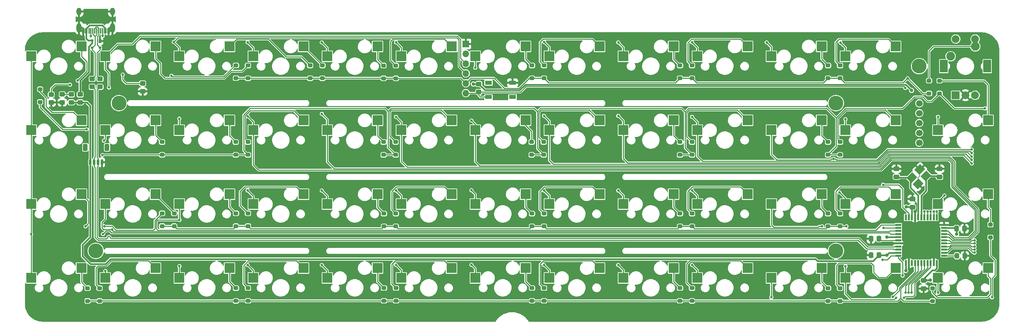
<source format=gbl>
G04 #@! TF.GenerationSoftware,KiCad,Pcbnew,(6.0.5-0)*
G04 #@! TF.CreationDate,2022-06-11T10:28:08-05:00*
G04 #@! TF.ProjectId,pcb,7063622e-6b69-4636-9164-5f7063625858,rev?*
G04 #@! TF.SameCoordinates,Original*
G04 #@! TF.FileFunction,Copper,L2,Bot*
G04 #@! TF.FilePolarity,Positive*
%FSLAX46Y46*%
G04 Gerber Fmt 4.6, Leading zero omitted, Abs format (unit mm)*
G04 Created by KiCad (PCBNEW (6.0.5-0)) date 2022-06-11 10:28:08*
%MOMM*%
%LPD*%
G01*
G04 APERTURE LIST*
G04 Aperture macros list*
%AMRoundRect*
0 Rectangle with rounded corners*
0 $1 Rounding radius*
0 $2 $3 $4 $5 $6 $7 $8 $9 X,Y pos of 4 corners*
0 Add a 4 corners polygon primitive as box body*
4,1,4,$2,$3,$4,$5,$6,$7,$8,$9,$2,$3,0*
0 Add four circle primitives for the rounded corners*
1,1,$1+$1,$2,$3*
1,1,$1+$1,$4,$5*
1,1,$1+$1,$6,$7*
1,1,$1+$1,$8,$9*
0 Add four rect primitives between the rounded corners*
20,1,$1+$1,$2,$3,$4,$5,0*
20,1,$1+$1,$4,$5,$6,$7,0*
20,1,$1+$1,$6,$7,$8,$9,0*
20,1,$1+$1,$8,$9,$2,$3,0*%
%AMRotRect*
0 Rectangle, with rotation*
0 The origin of the aperture is its center*
0 $1 length*
0 $2 width*
0 $3 Rotation angle, in degrees counterclockwise*
0 Add horizontal line*
21,1,$1,$2,0,0,$3*%
G04 Aperture macros list end*
G04 #@! TA.AperFunction,SMDPad,CuDef*
%ADD10R,2.550000X2.500000*%
G04 #@! TD*
G04 #@! TA.AperFunction,ComponentPad*
%ADD11R,2.000000X2.000000*%
G04 #@! TD*
G04 #@! TA.AperFunction,ComponentPad*
%ADD12C,2.000000*%
G04 #@! TD*
G04 #@! TA.AperFunction,ComponentPad*
%ADD13R,2.000000X3.200000*%
G04 #@! TD*
G04 #@! TA.AperFunction,ComponentPad*
%ADD14C,3.800000*%
G04 #@! TD*
G04 #@! TA.AperFunction,ComponentPad*
%ADD15C,2.250000*%
G04 #@! TD*
G04 #@! TA.AperFunction,SMDPad,CuDef*
%ADD16RoundRect,0.250000X-0.475000X0.337500X-0.475000X-0.337500X0.475000X-0.337500X0.475000X0.337500X0*%
G04 #@! TD*
G04 #@! TA.AperFunction,SMDPad,CuDef*
%ADD17RoundRect,0.250000X0.350000X-0.250000X0.350000X0.250000X-0.350000X0.250000X-0.350000X-0.250000X0*%
G04 #@! TD*
G04 #@! TA.AperFunction,ComponentPad*
%ADD18O,1.700000X1.700000*%
G04 #@! TD*
G04 #@! TA.AperFunction,ComponentPad*
%ADD19R,1.700000X1.700000*%
G04 #@! TD*
G04 #@! TA.AperFunction,SMDPad,CuDef*
%ADD20R,1.800000X1.100000*%
G04 #@! TD*
G04 #@! TA.AperFunction,SMDPad,CuDef*
%ADD21R,1.500000X0.500000*%
G04 #@! TD*
G04 #@! TA.AperFunction,SMDPad,CuDef*
%ADD22R,0.500000X1.500000*%
G04 #@! TD*
G04 #@! TA.AperFunction,SMDPad,CuDef*
%ADD23RoundRect,0.250000X0.475000X-0.337500X0.475000X0.337500X-0.475000X0.337500X-0.475000X-0.337500X0*%
G04 #@! TD*
G04 #@! TA.AperFunction,SMDPad,CuDef*
%ADD24RotRect,2.100000X1.800000X45.000000*%
G04 #@! TD*
G04 #@! TA.AperFunction,SMDPad,CuDef*
%ADD25RoundRect,0.249999X0.450001X-0.325001X0.450001X0.325001X-0.450001X0.325001X-0.450001X-0.325001X0*%
G04 #@! TD*
G04 #@! TA.AperFunction,SMDPad,CuDef*
%ADD26RoundRect,0.150000X-0.150000X-0.575000X0.150000X-0.575000X0.150000X0.575000X-0.150000X0.575000X0*%
G04 #@! TD*
G04 #@! TA.AperFunction,SMDPad,CuDef*
%ADD27RoundRect,0.075000X-0.075000X-0.650000X0.075000X-0.650000X0.075000X0.650000X-0.075000X0.650000X0*%
G04 #@! TD*
G04 #@! TA.AperFunction,ComponentPad*
%ADD28O,1.300000X2.400000*%
G04 #@! TD*
G04 #@! TA.AperFunction,ComponentPad*
%ADD29O,1.300000X1.900000*%
G04 #@! TD*
G04 #@! TA.AperFunction,SMDPad,CuDef*
%ADD30RoundRect,0.249999X-0.450001X0.325001X-0.450001X-0.325001X0.450001X-0.325001X0.450001X0.325001X0*%
G04 #@! TD*
G04 #@! TA.AperFunction,SMDPad,CuDef*
%ADD31RoundRect,0.250000X-0.337500X-0.475000X0.337500X-0.475000X0.337500X0.475000X-0.337500X0.475000X0*%
G04 #@! TD*
G04 #@! TA.AperFunction,SMDPad,CuDef*
%ADD32RoundRect,0.250000X0.337500X0.475000X-0.337500X0.475000X-0.337500X-0.475000X0.337500X-0.475000X0*%
G04 #@! TD*
G04 #@! TA.AperFunction,SMDPad,CuDef*
%ADD33RoundRect,0.249999X0.325001X0.450001X-0.325001X0.450001X-0.325001X-0.450001X0.325001X-0.450001X0*%
G04 #@! TD*
G04 #@! TA.AperFunction,SMDPad,CuDef*
%ADD34R,0.700000X1.000000*%
G04 #@! TD*
G04 #@! TA.AperFunction,SMDPad,CuDef*
%ADD35R,0.700000X0.600000*%
G04 #@! TD*
G04 #@! TA.AperFunction,ComponentPad*
%ADD36C,1.700000*%
G04 #@! TD*
G04 #@! TA.AperFunction,SMDPad,CuDef*
%ADD37RoundRect,0.150000X-0.150000X-0.625000X0.150000X-0.625000X0.150000X0.625000X-0.150000X0.625000X0*%
G04 #@! TD*
G04 #@! TA.AperFunction,SMDPad,CuDef*
%ADD38RoundRect,0.250000X-0.350000X-0.650000X0.350000X-0.650000X0.350000X0.650000X-0.350000X0.650000X0*%
G04 #@! TD*
G04 #@! TA.AperFunction,ViaPad*
%ADD39C,0.650000*%
G04 #@! TD*
G04 #@! TA.AperFunction,ViaPad*
%ADD40C,0.900000*%
G04 #@! TD*
G04 #@! TA.AperFunction,Conductor*
%ADD41C,0.250000*%
G04 #@! TD*
G04 #@! TA.AperFunction,Conductor*
%ADD42C,0.400000*%
G04 #@! TD*
G04 #@! TA.AperFunction,Conductor*
%ADD43C,0.200000*%
G04 #@! TD*
G04 APERTURE END LIST*
D10*
X117905225Y-50653950D03*
X130832225Y-48113950D03*
X194105225Y-50653950D03*
X207032225Y-48113950D03*
X175055225Y-50653950D03*
X187982225Y-48113950D03*
X156005225Y-50653950D03*
X168932225Y-48113950D03*
X79805225Y-50653950D03*
X92732225Y-48113950D03*
X213155225Y-50653950D03*
X226082225Y-48113950D03*
X232205225Y-50653950D03*
X245132225Y-48113950D03*
X79805225Y-69703950D03*
X92732225Y-67163950D03*
X98855225Y-69703950D03*
X111782225Y-67163950D03*
X136960399Y-69703950D03*
X149887399Y-67163950D03*
X270305225Y-50653950D03*
X283232225Y-48113950D03*
X156005225Y-69703950D03*
X168932225Y-67163950D03*
X175055225Y-69703950D03*
X187982225Y-67163950D03*
X194105225Y-69703950D03*
X207032225Y-67163950D03*
X98855225Y-107803950D03*
X111782225Y-105263950D03*
X117905225Y-107803950D03*
X130832225Y-105263950D03*
X136955225Y-107803950D03*
X149882225Y-105263950D03*
X156005225Y-107803950D03*
X168932225Y-105263950D03*
X175055225Y-107803950D03*
X187982225Y-105263950D03*
X213155225Y-107803950D03*
X226082225Y-105263950D03*
X232205225Y-107803950D03*
X245132225Y-105263950D03*
X251255225Y-107803950D03*
X264182225Y-105263950D03*
X270305225Y-107803950D03*
X283232225Y-105263950D03*
X194105225Y-107803950D03*
X207032225Y-105263950D03*
X270305225Y-88753950D03*
X283232225Y-86213950D03*
X251255225Y-88753950D03*
X264182225Y-86213950D03*
X213155225Y-88753950D03*
X226082225Y-86213950D03*
X175055225Y-88753950D03*
X187982225Y-86213950D03*
X136955225Y-88753950D03*
X149882225Y-86213950D03*
X79805225Y-88753950D03*
X92732225Y-86213950D03*
X156005225Y-88753950D03*
X168932225Y-86213950D03*
X289355225Y-69703950D03*
X302282225Y-67163950D03*
X117905225Y-88753950D03*
X130832225Y-86213950D03*
X98855225Y-88753950D03*
X111782225Y-86213950D03*
X251255225Y-69703950D03*
X264182225Y-67163950D03*
X232205225Y-69703950D03*
X245132225Y-67163950D03*
X270305225Y-69703950D03*
X283232225Y-67163950D03*
X289355225Y-107803950D03*
X302282225Y-105263950D03*
X289355225Y-88753950D03*
X302282225Y-86213950D03*
X289355225Y-50653950D03*
X302282225Y-48113950D03*
D11*
X317752725Y-60693950D03*
D12*
X322752725Y-60693950D03*
X320252725Y-60693950D03*
D13*
X314652725Y-53193950D03*
X325852725Y-53193950D03*
D12*
X322752725Y-46193950D03*
X317752725Y-46193950D03*
D10*
X98855225Y-50653950D03*
X111782225Y-48113950D03*
X136955225Y-50653950D03*
X149882225Y-48113950D03*
X313167785Y-107804230D03*
X326094785Y-105264230D03*
X313167785Y-69704070D03*
X326094785Y-67164070D03*
X313167785Y-88754150D03*
X326094785Y-86214150D03*
X194105225Y-88753950D03*
X207032225Y-86213950D03*
X232205225Y-88753950D03*
X245132225Y-86213950D03*
X79805225Y-107803950D03*
X92732225Y-105263950D03*
X251255225Y-50653950D03*
X264182225Y-48113950D03*
X117905225Y-69703950D03*
X130832225Y-67163950D03*
X213155225Y-69703950D03*
X226082225Y-67163950D03*
D14*
X308346661Y-53193950D03*
X286915393Y-62718958D03*
X286915393Y-100818990D03*
X96415233Y-100818990D03*
X102368363Y-62718958D03*
D15*
X316442725Y-50653950D03*
X322792725Y-48113950D03*
D16*
X309490225Y-108456450D03*
X309490225Y-110531450D03*
D17*
X116590225Y-94443950D03*
X116590225Y-91143950D03*
X208590225Y-76043950D03*
X208590225Y-72743950D03*
X170490225Y-76043950D03*
X170490225Y-72743950D03*
X135581415Y-76043950D03*
X135581415Y-72743950D03*
X113490225Y-76043950D03*
X113490225Y-72743950D03*
X284890625Y-56306250D03*
X284890625Y-53006250D03*
X249881415Y-56306250D03*
X249881415Y-53006250D03*
X211781415Y-56306250D03*
X211781415Y-53006250D03*
X208681415Y-56306250D03*
X208681415Y-53006250D03*
X173651789Y-56333377D03*
X173651789Y-53033377D03*
X170476789Y-56333377D03*
X170476789Y-53033377D03*
X154751789Y-56306250D03*
X154751789Y-53006250D03*
X287990625Y-113750000D03*
X287990625Y-110450000D03*
X284890625Y-113750000D03*
X284890625Y-110450000D03*
X249890625Y-113713123D03*
X249890625Y-110413123D03*
X246790625Y-113706250D03*
X246790625Y-110406250D03*
X211783999Y-113706250D03*
X211783999Y-110406250D03*
X208700000Y-113706250D03*
X208700000Y-110406250D03*
X211790625Y-94506250D03*
X211790625Y-91206250D03*
X284890625Y-76043950D03*
X284890625Y-72743950D03*
X208690625Y-94506250D03*
X208690625Y-91206250D03*
X170585999Y-94506250D03*
X170585999Y-91206250D03*
X132490225Y-94443950D03*
X132490225Y-91143950D03*
X287990625Y-76043950D03*
X287990625Y-72743950D03*
X284890625Y-94506250D03*
X284890625Y-91206250D03*
X249890625Y-94506250D03*
X249890625Y-91206250D03*
X246790625Y-94506250D03*
X246790625Y-91206250D03*
X173690625Y-113706250D03*
X173690625Y-110406250D03*
X151576789Y-56306250D03*
X151576789Y-53006250D03*
X211690225Y-76043950D03*
X211690225Y-72743950D03*
D18*
X191665313Y-60143950D03*
X191665313Y-49983950D03*
X191665313Y-55063950D03*
X191665313Y-57603950D03*
X191665313Y-52523950D03*
D19*
X191665313Y-47443950D03*
D17*
X287990625Y-56306250D03*
X287990625Y-53006250D03*
X311790625Y-113750000D03*
X311790625Y-110450000D03*
X313590225Y-60243950D03*
X313590225Y-56943950D03*
X326690225Y-97343950D03*
X326690225Y-94043950D03*
D20*
X203690225Y-57443950D03*
X197490225Y-61143950D03*
X203690225Y-61143950D03*
X197490225Y-57443950D03*
D21*
X302990225Y-102093950D03*
X302990225Y-101293950D03*
X302990225Y-100493950D03*
X302990225Y-99693950D03*
X302990225Y-98893950D03*
X302990225Y-98093950D03*
X302990225Y-97293950D03*
X302990225Y-96493950D03*
X302990225Y-95693950D03*
X302990225Y-94893950D03*
X302990225Y-94093950D03*
D22*
X304890225Y-92193950D03*
X305690225Y-92193950D03*
X306490225Y-92193950D03*
X307290225Y-92193950D03*
X308090225Y-92193950D03*
X308890225Y-92193950D03*
X309690225Y-92193950D03*
X310490225Y-92193950D03*
X311290225Y-92193950D03*
X312090225Y-92193950D03*
X312890225Y-92193950D03*
D21*
X314790225Y-94093950D03*
X314790225Y-94893950D03*
X314790225Y-95693950D03*
X314790225Y-96493950D03*
X314790225Y-97293950D03*
X314790225Y-98093950D03*
X314790225Y-98893950D03*
X314790225Y-99693950D03*
X314790225Y-100493950D03*
X314790225Y-101293950D03*
X314790225Y-102093950D03*
D22*
X312890225Y-103993950D03*
X312090225Y-103993950D03*
X311290225Y-103993950D03*
X310490225Y-103993950D03*
X309690225Y-103993950D03*
X308890225Y-103993950D03*
X308090225Y-103993950D03*
X307290225Y-103993950D03*
X306490225Y-103993950D03*
X305690225Y-103993950D03*
X304890225Y-103993950D03*
D23*
X306590225Y-89531450D03*
X306590225Y-87456450D03*
X313590225Y-81731450D03*
X313590225Y-79656450D03*
X302490225Y-81731450D03*
X302490225Y-79656450D03*
D24*
X306451747Y-81906082D03*
X308502357Y-79855472D03*
X310128703Y-81481818D03*
X308078093Y-83532428D03*
D25*
X92390225Y-62518950D03*
X92390225Y-60468950D03*
D26*
X93165217Y-44091450D03*
X93965217Y-44091450D03*
D27*
X95165217Y-44091450D03*
X96161217Y-44091450D03*
X96665217Y-44091450D03*
X97665217Y-44091450D03*
D26*
X99665217Y-44091450D03*
X98865217Y-44091450D03*
D27*
X98165217Y-44091450D03*
X97165217Y-44091450D03*
X95665217Y-44091450D03*
X94665217Y-44091450D03*
D28*
X100715217Y-43316450D03*
D29*
X100715217Y-39116450D03*
X92115217Y-39116450D03*
D28*
X92115217Y-43316450D03*
D25*
X97490625Y-58518950D03*
X97490625Y-56468950D03*
X84940225Y-62568950D03*
X84940225Y-60518950D03*
D30*
X90090225Y-60468950D03*
X90090225Y-62518950D03*
D25*
X87790225Y-62518950D03*
X87790225Y-60468950D03*
D17*
X135590625Y-113706250D03*
X135590625Y-110406250D03*
X132490625Y-113713123D03*
X132490625Y-110413123D03*
D31*
X317952725Y-95093950D03*
X320027725Y-95093950D03*
D25*
X95490625Y-58518950D03*
X95490625Y-56468950D03*
D32*
X298027725Y-101893950D03*
X295952725Y-101893950D03*
X298027725Y-97693950D03*
X295952725Y-97693950D03*
D33*
X320115225Y-102093950D03*
X318065225Y-102093950D03*
D17*
X82090225Y-62443950D03*
X82090225Y-59143950D03*
X94290225Y-113743950D03*
X94290225Y-110443950D03*
X97390225Y-113743950D03*
X97390225Y-110443950D03*
X170590625Y-113706250D03*
X170590625Y-110406250D03*
X135590225Y-94443950D03*
X135590225Y-91143950D03*
X173650000Y-94506250D03*
X173650000Y-91206250D03*
X287990625Y-94506250D03*
X287990625Y-91206250D03*
X113490225Y-94443950D03*
X113490225Y-91143950D03*
X135581415Y-56306250D03*
X135581415Y-53006250D03*
X310890225Y-60243950D03*
X310890225Y-56943950D03*
X246781415Y-56306250D03*
X246781415Y-53006250D03*
X132490625Y-56299950D03*
X132490625Y-52999950D03*
D25*
X194990225Y-59818950D03*
X194990225Y-57768950D03*
D17*
X249881415Y-76043950D03*
X249881415Y-72743950D03*
X246781415Y-76043950D03*
X246781415Y-72743950D03*
X173590225Y-76043950D03*
X173590225Y-72743950D03*
X132431415Y-76043950D03*
X132431415Y-72743950D03*
D25*
X108465225Y-59693950D03*
X108465225Y-57643950D03*
D34*
X97490625Y-46743950D03*
D35*
X97490625Y-48443950D03*
X95490625Y-48443950D03*
X95490625Y-46543950D03*
D36*
X308390225Y-67843950D03*
X308390225Y-70383950D03*
X308390225Y-72923950D03*
X308390225Y-65303950D03*
X308390225Y-62763950D03*
D37*
X94990225Y-77993950D03*
X95990225Y-77993950D03*
X96990225Y-77993950D03*
X97990225Y-77993950D03*
D38*
X99290225Y-74118950D03*
X93690225Y-74118950D03*
D39*
X115911125Y-55668950D03*
X91735725Y-56893950D03*
X98590225Y-94493950D03*
X93790225Y-94493950D03*
D40*
X299990225Y-97293950D03*
X193590225Y-57793950D03*
X306390225Y-59443950D03*
X317990225Y-96543950D03*
X304990225Y-89493950D03*
X299990225Y-101893950D03*
X304890225Y-105893950D03*
X311190225Y-108393950D03*
D39*
X305352525Y-56306250D03*
X299190225Y-94893950D03*
X93990225Y-69493950D03*
X325290225Y-64093950D03*
X301540225Y-112693950D03*
X98090225Y-76093950D03*
X289640225Y-94493950D03*
X304090225Y-107193950D03*
X327090225Y-112793950D03*
X298940225Y-103093950D03*
X98275725Y-96493950D03*
X79805225Y-96508950D03*
X100590225Y-95293950D03*
X99790225Y-58693950D03*
X98890225Y-105993950D03*
X98490225Y-72393950D03*
X117940225Y-104743950D03*
X117905225Y-66741650D03*
X117940225Y-92843950D03*
X116490625Y-46956250D03*
X135490625Y-47056250D03*
X135490625Y-85256250D03*
X135490625Y-104456250D03*
X135490625Y-66094350D03*
X154590625Y-104456250D03*
X154590625Y-47056250D03*
X154590625Y-85256250D03*
X154590625Y-65493550D03*
X173690625Y-66244350D03*
X173690625Y-85256250D03*
X173690625Y-104456250D03*
X173690625Y-47056250D03*
X322590225Y-98093950D03*
X193099994Y-67203719D03*
X193090225Y-85193950D03*
X194090225Y-53593950D03*
X321890225Y-78293950D03*
X193090225Y-104393950D03*
X211790625Y-104456250D03*
X211790625Y-85256250D03*
X211790625Y-65994350D03*
X211790625Y-46956250D03*
X321890225Y-77393950D03*
X322590225Y-98893950D03*
X230890625Y-85256250D03*
X230890625Y-47056250D03*
X322590225Y-99693950D03*
X230890625Y-65994350D03*
X230890625Y-104456250D03*
X321890225Y-76493950D03*
X321890225Y-75593950D03*
X249890625Y-104456250D03*
X249890625Y-47056250D03*
X249890625Y-85256250D03*
X249890625Y-66243550D03*
X322590225Y-100493950D03*
X321890225Y-74693950D03*
X286343215Y-77134930D03*
X269090625Y-47056250D03*
X283365225Y-94468950D03*
X322590225Y-101273453D03*
X270290225Y-112793950D03*
X289365225Y-66868950D03*
X289390225Y-104793950D03*
X287865225Y-85768950D03*
X288090625Y-47156250D03*
X304440225Y-112893950D03*
X302390225Y-112893950D03*
X103340225Y-55393950D03*
X98190225Y-45393950D03*
X95146515Y-45410167D03*
X89790225Y-57943950D03*
X299056184Y-83759929D03*
X304790225Y-58793950D03*
X313190225Y-66243950D03*
X314840225Y-86543950D03*
X306410725Y-111593950D03*
X313190225Y-111593950D03*
X293990225Y-100793950D03*
X305631222Y-111593950D03*
X304851719Y-111593950D03*
X309710722Y-90693950D03*
X310490225Y-90693950D03*
X311290225Y-90693950D03*
X312090225Y-90693950D03*
X312890225Y-90693950D03*
D41*
X92732225Y-48113950D02*
X92732225Y-50735950D01*
X94090225Y-54539450D02*
X91735725Y-56893950D01*
X129369327Y-55893950D02*
X132263328Y-52999950D01*
X129369327Y-55893950D02*
X117309763Y-55893950D01*
X116136125Y-55893950D02*
X115911125Y-55668950D01*
X92732225Y-50735950D02*
X94090225Y-52093950D01*
X94090225Y-52093950D02*
X94090225Y-54539450D01*
X117309763Y-55893950D02*
X116136125Y-55893950D01*
X132263328Y-52999950D02*
X132490625Y-52999950D01*
X129526529Y-56273470D02*
X131300000Y-54500000D01*
X111782225Y-51185950D02*
X113065225Y-52468950D01*
X131300000Y-54500000D02*
X134087665Y-54500000D01*
X134087665Y-54500000D02*
X135581415Y-53006250D01*
X111782225Y-48113950D02*
X111782225Y-51185950D01*
X114169745Y-56273470D02*
X129526529Y-56273470D01*
X113065225Y-55168950D02*
X114169745Y-56273470D01*
X113065225Y-52468950D02*
X113065225Y-55168950D01*
X140835770Y-46235770D02*
X145400000Y-50800000D01*
X130832225Y-48113950D02*
X132710405Y-46235770D01*
X132710405Y-46235770D02*
X140835770Y-46235770D01*
X145400000Y-50800000D02*
X149370539Y-50800000D01*
X149370539Y-50800000D02*
X151576789Y-53006250D01*
X154751789Y-52983514D02*
X149882225Y-48113950D01*
X154751789Y-53006250D02*
X154751789Y-52983514D01*
X168932225Y-51488813D02*
X168932225Y-48113950D01*
X170476789Y-53033377D02*
X168932225Y-51488813D01*
X172864230Y-46235770D02*
X172300000Y-46800000D01*
X186104045Y-46235770D02*
X172864230Y-46235770D01*
X172300000Y-46800000D02*
X172300000Y-51681588D01*
X187982225Y-48113950D02*
X186104045Y-46235770D01*
X172300000Y-51681588D02*
X173651789Y-53033377D01*
X207032225Y-48113950D02*
X207032225Y-51357060D01*
X207032225Y-51357060D02*
X208681415Y-53006250D01*
X226082225Y-48113950D02*
X224207704Y-46239429D01*
X224207704Y-46239429D02*
X211544746Y-46239429D01*
X211544746Y-46239429D02*
X210800000Y-46984175D01*
X210800000Y-52024835D02*
X211781415Y-53006250D01*
X210800000Y-46984175D02*
X210800000Y-52024835D01*
X245132225Y-51357060D02*
X246781415Y-53006250D01*
X245132225Y-48113950D02*
X245132225Y-51357060D01*
X248800000Y-47203725D02*
X248800000Y-51924835D01*
X248800000Y-51924835D02*
X249881415Y-53006250D01*
X262307704Y-46239429D02*
X249764296Y-46239429D01*
X249764296Y-46239429D02*
X248800000Y-47203725D01*
X264182225Y-48113950D02*
X262307704Y-46239429D01*
X284890625Y-53006250D02*
X283232225Y-51347850D01*
X283232225Y-51347850D02*
X283232225Y-48113950D01*
X302282225Y-48113950D02*
X300407704Y-46239429D01*
X286890625Y-51906250D02*
X287990625Y-53006250D01*
X300407704Y-46239429D02*
X287707446Y-46239429D01*
X287707446Y-46239429D02*
X286890625Y-47056250D01*
X286890625Y-47056250D02*
X286890625Y-51906250D01*
X83590225Y-63543950D02*
X83590225Y-61293950D01*
X83590225Y-61293950D02*
X82090225Y-59793950D01*
X82090225Y-59793950D02*
X82090225Y-59143950D01*
X85140225Y-65093950D02*
X83590225Y-63543950D01*
X92732225Y-67163950D02*
X90662225Y-65093950D01*
X90662225Y-65093950D02*
X85140225Y-65093950D01*
X111782225Y-71035950D02*
X113490225Y-72743950D01*
X111782225Y-67163950D02*
X111782225Y-71035950D01*
X130832225Y-71144760D02*
X130832225Y-67163950D01*
X132431415Y-72743950D02*
X130832225Y-71144760D01*
X134890225Y-65875197D02*
X134890225Y-72052760D01*
X134890225Y-72052760D02*
X135581415Y-72743950D01*
X149887399Y-67163950D02*
X147417399Y-64693950D01*
X147417399Y-64693950D02*
X136071473Y-64693950D01*
X136071473Y-64693950D02*
X134890225Y-65875197D01*
X170490225Y-72743950D02*
X168932225Y-71185950D01*
X168932225Y-71185950D02*
X168932225Y-67163950D01*
X185291745Y-64473470D02*
X172547427Y-64473470D01*
X187982225Y-67163950D02*
X185291745Y-64473470D01*
X172069745Y-71223470D02*
X173590225Y-72743950D01*
X172547427Y-64473470D02*
X172069745Y-64951152D01*
X172069745Y-64951152D02*
X172069745Y-71223470D01*
X207032225Y-68435950D02*
X208590225Y-69993950D01*
X207032225Y-67163950D02*
X207032225Y-68435950D01*
X208590225Y-69993950D02*
X208590225Y-72743950D01*
X210469745Y-65054718D02*
X210469745Y-71523470D01*
X211050993Y-64473470D02*
X210469745Y-65054718D01*
X223391745Y-64473470D02*
X211050993Y-64473470D01*
X210469745Y-71523470D02*
X211690225Y-72743950D01*
X226082225Y-67163950D02*
X223391745Y-64473470D01*
X245132225Y-71094760D02*
X245132225Y-67163950D01*
X246781415Y-72743950D02*
X245132225Y-71094760D01*
X249147427Y-64473470D02*
X248469745Y-65151152D01*
X248469745Y-71332280D02*
X249881415Y-72743950D01*
X264182225Y-67163950D02*
X261491745Y-64473470D01*
X248469745Y-65151152D02*
X248469745Y-71332280D01*
X261491745Y-64473470D02*
X249147427Y-64473470D01*
X283232225Y-71085550D02*
X283232225Y-67163950D01*
X284890625Y-72743950D02*
X283232225Y-71085550D01*
X289610705Y-64473470D02*
X299591745Y-64473470D01*
X287390225Y-72143550D02*
X287390225Y-66693950D01*
X287390225Y-66693950D02*
X289610705Y-64473470D01*
X299591745Y-64473470D02*
X302282225Y-67163950D01*
X287990625Y-72743950D02*
X287390225Y-72143550D01*
X94535705Y-88017430D02*
X94535705Y-93748470D01*
X113490225Y-91143950D02*
X111610705Y-93023470D01*
X94535705Y-93748470D02*
X93790225Y-94493950D01*
X111610705Y-93023470D02*
X111610705Y-95023470D01*
X101559778Y-95443950D02*
X100609778Y-94493950D01*
X92732225Y-86213950D02*
X94535705Y-88017430D01*
X111190225Y-95443950D02*
X101559778Y-95443950D01*
X100609778Y-94493950D02*
X98590225Y-94493950D01*
X111610705Y-95023470D02*
X111190225Y-95443950D01*
X111782225Y-86213950D02*
X111782225Y-86335950D01*
X111782225Y-86335950D02*
X116590225Y-91143950D01*
X130832225Y-86213950D02*
X130832225Y-89485950D01*
X130832225Y-89485950D02*
X132490225Y-91143950D01*
X133590625Y-85494350D02*
X133590625Y-89144350D01*
X148007704Y-84339429D02*
X134745546Y-84339429D01*
X133590625Y-89144350D02*
X135590225Y-91143950D01*
X149882225Y-86213950D02*
X148007704Y-84339429D01*
X134745546Y-84339429D02*
X133590625Y-85494350D01*
X170585999Y-91206250D02*
X168932225Y-89552476D01*
X168932225Y-89552476D02*
X168932225Y-86213950D01*
X187982225Y-86213950D02*
X186107704Y-84339429D01*
X172600000Y-85527322D02*
X172600000Y-90156250D01*
X186107704Y-84339429D02*
X173787893Y-84339429D01*
X173787893Y-84339429D02*
X172600000Y-85527322D01*
X172600000Y-90156250D02*
X173650000Y-91206250D01*
X207032225Y-89547850D02*
X208690625Y-91206250D01*
X207032225Y-86213950D02*
X207032225Y-89547850D01*
X210700000Y-85527322D02*
X210700000Y-90115625D01*
X224207704Y-84339429D02*
X211887893Y-84339429D01*
X211887893Y-84339429D02*
X210700000Y-85527322D01*
X210700000Y-90115625D02*
X211790625Y-91206250D01*
X226082225Y-86213950D02*
X224207704Y-84339429D01*
X245132225Y-89547850D02*
X246790625Y-91206250D01*
X245132225Y-86213950D02*
X245132225Y-89547850D01*
X264182225Y-86213950D02*
X262307704Y-84339429D01*
X262307704Y-84339429D02*
X249964296Y-84339429D01*
X248800000Y-85503725D02*
X248800000Y-90115625D01*
X248800000Y-90115625D02*
X249890625Y-91206250D01*
X249964296Y-84339429D02*
X248800000Y-85503725D01*
X283232225Y-89547850D02*
X284890625Y-91206250D01*
X283232225Y-86213950D02*
X283232225Y-89547850D01*
X286900000Y-90115625D02*
X287990625Y-91206250D01*
X300407704Y-84339429D02*
X288044746Y-84339429D01*
X288044746Y-84339429D02*
X286900000Y-85484175D01*
X302282225Y-86213950D02*
X300407704Y-84339429D01*
X286900000Y-85484175D02*
X286900000Y-90115625D01*
X92732225Y-105263950D02*
X92732225Y-108885950D01*
X92732225Y-108885950D02*
X94290225Y-110443950D01*
X111782225Y-105263950D02*
X109907704Y-103389429D01*
X109907704Y-103389429D02*
X100385704Y-103389429D01*
X100385704Y-103389429D02*
X99102578Y-104672555D01*
X96490225Y-105193950D02*
X96490225Y-109543950D01*
X99102578Y-104672555D02*
X97011620Y-104672555D01*
X97011620Y-104672555D02*
X96490225Y-105193950D01*
X96490225Y-109543950D02*
X97390225Y-110443950D01*
X132490625Y-110413123D02*
X130832225Y-108754723D01*
X130832225Y-108754723D02*
X130832225Y-105263950D01*
X134490225Y-104593950D02*
X134490225Y-109305850D01*
X135694746Y-103389429D02*
X134490225Y-104593950D01*
X134490225Y-109305850D02*
X135590625Y-110406250D01*
X148007704Y-103389429D02*
X135694746Y-103389429D01*
X149882225Y-105263950D02*
X148007704Y-103389429D01*
X168932225Y-105263950D02*
X168932225Y-108747850D01*
X168932225Y-108747850D02*
X170590625Y-110406250D01*
X186107704Y-103389429D02*
X173494746Y-103389429D01*
X172590225Y-104293950D02*
X172590225Y-109305850D01*
X187982225Y-105263950D02*
X186107704Y-103389429D01*
X172590225Y-109305850D02*
X173690625Y-110406250D01*
X173494746Y-103389429D02*
X172590225Y-104293950D01*
X207032225Y-108738475D02*
X208700000Y-110406250D01*
X207032225Y-105263950D02*
X207032225Y-108738475D01*
X210740225Y-104243950D02*
X210740225Y-109362476D01*
X226082225Y-105263950D02*
X224207704Y-103389429D01*
X224207704Y-103389429D02*
X211594746Y-103389429D01*
X210740225Y-109362476D02*
X211783999Y-110406250D01*
X211594746Y-103389429D02*
X210740225Y-104243950D01*
X245132225Y-108747850D02*
X246790625Y-110406250D01*
X245132225Y-105263950D02*
X245132225Y-108747850D01*
X249294746Y-103389429D02*
X248490225Y-104193950D01*
X248490225Y-104193950D02*
X248490225Y-109012723D01*
X264182225Y-105263950D02*
X262307704Y-103389429D01*
X248490225Y-109012723D02*
X249890625Y-110413123D01*
X262307704Y-103389429D02*
X249294746Y-103389429D01*
X283232225Y-108791600D02*
X284890625Y-110450000D01*
X283232225Y-105263950D02*
X283232225Y-108791600D01*
X297940225Y-107643950D02*
X296615225Y-106318950D01*
X295923351Y-103927076D02*
X287707099Y-103927076D01*
X296615225Y-104618950D02*
X295923351Y-103927076D01*
X299902225Y-107643950D02*
X297940225Y-107643950D01*
X287707099Y-103927076D02*
X287090225Y-104543950D01*
X287090225Y-109549600D02*
X287090225Y-104543950D01*
X296615225Y-106318950D02*
X296615225Y-104618950D01*
X302282225Y-105263950D02*
X299902225Y-107643950D01*
X287990625Y-110450000D02*
X287090225Y-109549600D01*
D42*
X98914310Y-104218035D02*
X95014310Y-104218035D01*
X312890225Y-105293950D02*
X312890225Y-103993950D01*
X304890225Y-105893950D02*
X304890225Y-103993950D01*
X92390225Y-62518950D02*
X94115225Y-62518950D01*
X309490225Y-108456450D02*
X309490225Y-107993950D01*
X306490225Y-92193950D02*
X306490225Y-89631450D01*
X100197436Y-102934909D02*
X98914310Y-104218035D01*
X94990225Y-63393950D02*
X94990225Y-77993950D01*
X306390225Y-59443950D02*
X304894745Y-57948470D01*
X317952725Y-96506450D02*
X317990225Y-96543950D01*
X311190225Y-108393950D02*
X309552725Y-108393950D01*
X311690225Y-105793950D02*
X312390225Y-105793950D01*
X94115225Y-62518950D02*
X94990225Y-63393950D01*
X205569745Y-59364430D02*
X196585705Y-59364430D01*
X312390225Y-105793950D02*
X312890225Y-105293950D01*
X92990225Y-99243950D02*
X94990225Y-97243950D01*
X309490225Y-107993950D02*
X311690225Y-105793950D01*
X95014310Y-104218035D02*
X92990225Y-102193950D01*
X193815225Y-57768950D02*
X193790225Y-57793950D01*
X299990225Y-101893950D02*
X298027725Y-101893950D01*
X194990225Y-57768950D02*
X193815225Y-57768950D01*
X298027725Y-101893950D02*
X296449119Y-103472556D01*
X300590225Y-101293950D02*
X302990225Y-101293950D01*
X299990225Y-97293950D02*
X302990225Y-97293950D01*
X317952725Y-95093950D02*
X317952725Y-96506450D01*
X206985705Y-57948470D02*
X205569745Y-59364430D01*
X92990225Y-102193950D02*
X92990225Y-99243950D01*
X90090225Y-62518950D02*
X92390225Y-62518950D01*
X317752725Y-94893950D02*
X317952725Y-95093950D01*
X196585705Y-59364430D02*
X194990225Y-57768950D01*
X304990225Y-89493950D02*
X306552725Y-89493950D01*
X299990225Y-101893950D02*
X300590225Y-101293950D01*
X296449119Y-103472556D02*
X282168831Y-103472556D01*
X309552725Y-108393950D02*
X309490225Y-108456450D01*
X304894745Y-57948470D02*
X206985705Y-57948470D01*
X314790225Y-94893950D02*
X317752725Y-94893950D01*
X281631184Y-102934909D02*
X100197436Y-102934909D01*
X94990225Y-97243950D02*
X94990225Y-77993950D01*
X282168831Y-103472556D02*
X281631184Y-102934909D01*
X193790225Y-57793950D02*
X193590225Y-57793950D01*
D41*
X298027725Y-97693950D02*
X298427725Y-98093950D01*
X298427725Y-98093950D02*
X302990225Y-98093950D01*
D42*
X306451747Y-81906082D02*
X306140225Y-82217604D01*
X308090225Y-86493950D02*
X308090225Y-92193950D01*
X302490225Y-81731450D02*
X302664857Y-81906082D01*
X306140225Y-84543950D02*
X308090225Y-86493950D01*
X302664857Y-81906082D02*
X306451747Y-81906082D01*
X306140225Y-82217604D02*
X306140225Y-84543950D01*
X313340593Y-81481818D02*
X313590225Y-81731450D01*
X310128703Y-85355472D02*
X308890225Y-86593950D01*
X310128703Y-81481818D02*
X313340593Y-81481818D01*
X308890225Y-86593950D02*
X308890225Y-92193950D01*
X310128703Y-81481818D02*
X310128703Y-85355472D01*
D41*
X207985137Y-56306250D02*
X205381477Y-58909910D01*
X205381477Y-58909910D02*
X201581585Y-58909910D01*
X304164825Y-57493950D02*
X305352525Y-56306250D01*
X289178325Y-57493950D02*
X287990625Y-56306250D01*
X198977925Y-56306250D02*
X192963013Y-56306250D01*
X302990225Y-94893950D02*
X299170672Y-94893950D01*
X211781415Y-56306250D02*
X208681415Y-56306250D01*
X291790225Y-57493950D02*
X289178325Y-57493950D01*
X201581585Y-58909910D02*
X198977925Y-56306250D01*
X211781415Y-56306250D02*
X211802525Y-56306250D01*
X211802525Y-56306250D02*
X212990225Y-57493950D01*
X173618362Y-56299950D02*
X173651789Y-56333377D01*
X192963013Y-56306250D02*
X191665313Y-57603950D01*
X299170672Y-94893950D02*
X299190225Y-94893950D01*
X191665313Y-57603950D02*
X190394740Y-56333377D01*
X310890225Y-60243950D02*
X309290225Y-60243950D01*
X252390225Y-57493950D02*
X281490225Y-57493950D01*
X190394740Y-56333377D02*
X173651789Y-56333377D01*
X132490625Y-56299950D02*
X173618362Y-56299950D01*
X245593715Y-57493950D02*
X246781415Y-56306250D01*
X283702925Y-57493950D02*
X284890625Y-56306250D01*
X291790225Y-57493950D02*
X304164825Y-57493950D01*
X246781415Y-56306250D02*
X249881415Y-56306250D01*
X251069115Y-57493950D02*
X249881415Y-56306250D01*
X252390225Y-57493950D02*
X251069115Y-57493950D01*
X208681415Y-56306250D02*
X207985137Y-56306250D01*
X281490225Y-57493950D02*
X283702925Y-57493950D01*
X309290225Y-60243950D02*
X305352525Y-56306250D01*
X287990625Y-56306250D02*
X284890625Y-56306250D01*
X212990225Y-57493950D02*
X245593715Y-57493950D01*
X248090225Y-74252760D02*
X249881415Y-76043950D01*
X248090225Y-64993950D02*
X248090225Y-74252760D01*
X307290225Y-103993950D02*
X307290225Y-106310340D01*
X303210705Y-110993950D02*
X303210705Y-111023470D01*
X82090225Y-62443950D02*
X82090225Y-63780672D01*
X98140225Y-76043950D02*
X98090225Y-76093950D01*
X171690225Y-64843950D02*
X171690225Y-74143950D01*
X248990225Y-64093950D02*
X284567907Y-64093950D01*
X113490225Y-76043950D02*
X135581415Y-76043950D01*
X311540225Y-62293950D02*
X313590225Y-60243950D01*
X310490225Y-62293950D02*
X311540225Y-62293950D01*
X248090225Y-64993950D02*
X247190225Y-64093950D01*
X303210705Y-111023470D02*
X301540225Y-112693950D01*
X210090225Y-64897516D02*
X210090225Y-74443950D01*
X313590225Y-60243950D02*
X317416755Y-64070480D01*
X93990225Y-69493950D02*
X87803503Y-69493950D01*
X249881415Y-76043950D02*
X246781415Y-76043950D01*
X309290225Y-61093950D02*
X310490225Y-62293950D01*
X134490225Y-74952760D02*
X134490225Y-65738475D01*
X287990625Y-76043950D02*
X284890625Y-76043950D01*
X287010705Y-66536748D02*
X289453503Y-64093950D01*
X284567907Y-64093950D02*
X287010705Y-66536748D01*
X325290225Y-64093950D02*
X325266755Y-64070480D01*
X135581415Y-76043950D02*
X134490225Y-74952760D01*
X170490225Y-76043950D02*
X173590225Y-76043950D01*
X284890625Y-76043950D02*
X284890625Y-75993550D01*
X136134750Y-64093950D02*
X170940225Y-64093950D01*
X171665225Y-64818950D02*
X171690225Y-64843950D01*
X248090225Y-64993950D02*
X248990225Y-64093950D01*
X113490225Y-76043950D02*
X98140225Y-76043950D01*
X247190225Y-64093950D02*
X210893791Y-64093950D01*
X287010705Y-66614430D02*
X287010705Y-66536748D01*
X210090225Y-74443950D02*
X211690225Y-76043950D01*
X134490225Y-65738475D02*
X136134750Y-64093950D01*
X171690225Y-74143950D02*
X173590225Y-76043950D01*
X210893791Y-64093950D02*
X210090225Y-64897516D01*
X208890225Y-76043950D02*
X211990225Y-76043950D01*
X287010705Y-67973470D02*
X287010705Y-66614430D01*
X209286660Y-64093950D02*
X172390225Y-64093950D01*
X305998420Y-107602145D02*
X303210705Y-110389860D01*
X304090225Y-64093950D02*
X307090225Y-61093950D01*
X307090225Y-61093950D02*
X309290225Y-61093950D01*
X303210705Y-110389860D02*
X303210705Y-110993950D01*
X325266755Y-64070480D02*
X317416755Y-64070480D01*
X284890625Y-75993550D02*
X287010705Y-73873470D01*
X172390225Y-64093950D02*
X171665225Y-64818950D01*
X170940225Y-64093950D02*
X171665225Y-64818950D01*
X289453503Y-64093950D02*
X304090225Y-64093950D01*
X287010705Y-67973470D02*
X287010705Y-73873470D01*
X210090225Y-64897516D02*
X209286660Y-64093950D01*
X82090225Y-63780672D02*
X87803503Y-69493950D01*
X307290225Y-106310340D02*
X305998420Y-107602145D01*
X211790625Y-94506250D02*
X208690625Y-94506250D01*
X246790625Y-94506250D02*
X246232445Y-95064430D01*
X250448805Y-95064430D02*
X249890625Y-94506250D01*
X327090225Y-112793950D02*
X327090225Y-107893950D01*
X302990225Y-102693950D02*
X304090225Y-103793950D01*
X170027819Y-95064430D02*
X136210705Y-95064430D01*
X212348805Y-95064430D02*
X211790625Y-94506250D01*
X131869745Y-95064430D02*
X117210705Y-95064430D01*
X284890625Y-94506250D02*
X284332445Y-95064430D01*
X116590225Y-94443950D02*
X113490225Y-94443950D01*
X284332445Y-95064430D02*
X250448805Y-95064430D01*
X246232445Y-95064430D02*
X212348805Y-95064430D01*
X135590225Y-94443950D02*
X132490225Y-94443950D01*
X289627925Y-94506250D02*
X289640225Y-94493950D01*
X302990225Y-102093950D02*
X301140225Y-102093950D01*
X302990225Y-102093950D02*
X302990225Y-102693950D01*
X327090225Y-107893950D02*
X327890225Y-107093950D01*
X298940225Y-103093950D02*
X300140225Y-103093950D01*
X208690625Y-94506250D02*
X208132445Y-95064430D01*
X170585999Y-94506250D02*
X170027819Y-95064430D01*
X136210705Y-95064430D02*
X135590225Y-94443950D01*
X284890625Y-94506250D02*
X287990625Y-94506250D01*
X117210705Y-95064430D02*
X116590225Y-94443950D01*
X287990625Y-94506250D02*
X289627925Y-94506250D01*
X249890625Y-94506250D02*
X246790625Y-94506250D01*
X327890225Y-107093950D02*
X327890225Y-103193950D01*
X327890225Y-103193950D02*
X326690225Y-101993950D01*
X132490225Y-94443950D02*
X131869745Y-95064430D01*
X301140225Y-102093950D02*
X300140225Y-103093950D01*
X173650000Y-94506250D02*
X174208180Y-95064430D01*
X170585999Y-94506250D02*
X173650000Y-94506250D01*
X304090225Y-103793950D02*
X304090225Y-107193950D01*
X326690225Y-101993950D02*
X326690225Y-97343950D01*
X208132445Y-95064430D02*
X174208180Y-95064430D01*
X308090225Y-103993950D02*
X308090225Y-106047062D01*
X303590225Y-113006050D02*
X302846275Y-113750000D01*
X135590625Y-113706250D02*
X173690625Y-113706250D01*
X135583752Y-113713123D02*
X135590625Y-113706250D01*
X303590225Y-110547062D02*
X303590225Y-113006050D01*
X304334175Y-113750000D02*
X304434175Y-113750000D01*
X303590225Y-113006050D02*
X304334175Y-113750000D01*
X308090225Y-106047062D02*
X303590225Y-110547062D01*
X287990625Y-113750000D02*
X302846275Y-113750000D01*
X132490625Y-113713123D02*
X135583752Y-113713123D01*
X304434175Y-113750000D02*
X311790625Y-113750000D01*
X249890625Y-113713123D02*
X287953748Y-113713123D01*
X173690625Y-113706250D02*
X211783999Y-113706250D01*
X211783999Y-113706250D02*
X249883752Y-113706250D01*
X249883752Y-113706250D02*
X249890625Y-113713123D01*
X287953748Y-113713123D02*
X287990625Y-113750000D01*
X132490625Y-113713123D02*
X94321052Y-113713123D01*
X94321052Y-113713123D02*
X94290225Y-113743950D01*
X95490625Y-58518950D02*
X96240625Y-59268950D01*
X96240625Y-59268950D02*
X96240625Y-76593950D01*
X96240225Y-97343950D02*
X97040225Y-98143950D01*
X96240225Y-79293950D02*
X96240225Y-97343950D01*
X97040225Y-98143950D02*
X292686671Y-98143950D01*
X95990225Y-77993950D02*
X95990225Y-79043950D01*
X301715224Y-100343950D02*
X301865224Y-100493950D01*
X95990225Y-76844350D02*
X96240625Y-76593950D01*
X95990225Y-77993950D02*
X95990225Y-76844350D01*
X292686671Y-98143950D02*
X294886671Y-100343950D01*
X294886671Y-100343950D02*
X301715224Y-100343950D01*
X301865224Y-100493950D02*
X302990225Y-100493950D01*
X95990225Y-79043950D02*
X96240225Y-79293950D01*
X301715224Y-99843950D02*
X301865224Y-99693950D01*
X292893779Y-97643950D02*
X295093779Y-99843950D01*
X100090225Y-97295517D02*
X100090225Y-97343950D01*
X301865224Y-99693950D02*
X302990225Y-99693950D01*
X96990225Y-76843550D02*
X96740625Y-76593950D01*
X97183586Y-97650589D02*
X99183586Y-97650589D01*
X295093779Y-99843950D02*
X301715224Y-99843950D01*
X96990225Y-77993950D02*
X96990225Y-79043950D01*
X99490225Y-97343950D02*
X99490225Y-97295517D01*
X99183586Y-97650589D02*
X99190225Y-97643950D01*
X96990225Y-77993950D02*
X96990225Y-76843550D01*
X97490625Y-58518950D02*
X96740625Y-59268950D01*
X96740625Y-59268950D02*
X96740625Y-76593950D01*
X96740225Y-79293950D02*
X96740225Y-97207228D01*
X100390225Y-97643950D02*
X292893779Y-97643950D01*
X96990225Y-79043950D02*
X96740225Y-79293950D01*
X96740225Y-97207228D02*
X97183586Y-97650589D01*
X100090183Y-97295517D02*
G75*
G03*
X99790225Y-96995517I-299983J17D01*
G01*
X100390225Y-97643875D02*
G75*
G02*
X100090225Y-97343950I-25J299975D01*
G01*
X99490250Y-97343950D02*
G75*
G02*
X99190225Y-97643950I-300050J50D01*
G01*
X99790225Y-96995525D02*
G75*
G03*
X99490225Y-97295517I-25J-299975D01*
G01*
X79805225Y-96508950D02*
X79805225Y-107803950D01*
X99096205Y-95673470D02*
X98275725Y-96493950D01*
X300699265Y-96202990D02*
X100494745Y-96202990D01*
X100494745Y-96202990D02*
X99965225Y-95673470D01*
X302990225Y-96493950D02*
X300990225Y-96493950D01*
X79805225Y-88753950D02*
X79805225Y-96508950D01*
X79805225Y-62641650D02*
X79805225Y-69703950D01*
X79805225Y-69703950D02*
X79805225Y-79041650D01*
X79805225Y-79041650D02*
X79805225Y-88753950D01*
X300990225Y-96493950D02*
X300699265Y-96202990D01*
X99965225Y-95673470D02*
X99096205Y-95673470D01*
X79805225Y-50653950D02*
X79805225Y-62641650D01*
X98855225Y-107803950D02*
X98855225Y-106028950D01*
X99790225Y-54893950D02*
X99790225Y-58693950D01*
X98855225Y-53958950D02*
X99790225Y-54893950D01*
X98855225Y-106028950D02*
X98890225Y-105993950D01*
X189511105Y-45476730D02*
X107807445Y-45476730D01*
X102015225Y-47493950D02*
X98855225Y-50653950D01*
X100960705Y-95823470D02*
X300660705Y-95823470D01*
X98855225Y-92628950D02*
X98855225Y-88753950D01*
X98010714Y-94864439D02*
X98010714Y-93473461D01*
X100590225Y-95452990D02*
X100960705Y-95823470D01*
X300660705Y-95823470D02*
X300790225Y-95693950D01*
X98010714Y-93473461D02*
X98855225Y-92628950D01*
X107807445Y-45476730D02*
X105790225Y-47493950D01*
X98855225Y-50653950D02*
X98855225Y-53958950D01*
X300790225Y-95693950D02*
X302990225Y-95693950D01*
X100590225Y-95293950D02*
X98440225Y-95293950D01*
X190290225Y-51148862D02*
X190290225Y-46255850D01*
X98855225Y-69703950D02*
X98855225Y-72028950D01*
X98855225Y-72028950D02*
X98490225Y-72393950D01*
X105790225Y-47493950D02*
X102015225Y-47493950D01*
X100590225Y-95293950D02*
X100590225Y-95452990D01*
X190290225Y-46255850D02*
X189511105Y-45476730D01*
X98440225Y-95293950D02*
X98010714Y-94864439D01*
X191665313Y-52523950D02*
X190290225Y-51148862D01*
X117905225Y-92808950D02*
X117940225Y-92843950D01*
X117590625Y-45856250D02*
X189353903Y-45856250D01*
X189353903Y-45856250D02*
X189910705Y-46413052D01*
X189910705Y-46413052D02*
X189910705Y-53309342D01*
X112326947Y-92843950D02*
X117940225Y-92843950D01*
X112340225Y-95443950D02*
X111990225Y-95093950D01*
X111990225Y-95093950D02*
X111990225Y-93180672D01*
X111990225Y-93180672D02*
X112326947Y-92843950D01*
X117905225Y-48370850D02*
X116490625Y-46956250D01*
X117905225Y-50653950D02*
X117905225Y-48370850D01*
X117905225Y-104778950D02*
X117940225Y-104743950D01*
X189910705Y-53309342D02*
X191665313Y-55063950D01*
X117905225Y-107803950D02*
X117905225Y-104778950D01*
X297240225Y-95443950D02*
X112340225Y-95443950D01*
X302990225Y-94093950D02*
X298590225Y-94093950D01*
X117905225Y-69703950D02*
X117905225Y-66741650D01*
X117905225Y-88753950D02*
X117905225Y-92808950D01*
X298590225Y-94093950D02*
X297240225Y-95443950D01*
X116490625Y-46956250D02*
X117590625Y-45856250D01*
X136960399Y-69703950D02*
X136960399Y-78664124D01*
X316690225Y-78167394D02*
X316690225Y-84293950D01*
X135490625Y-104456250D02*
X136955225Y-105920850D01*
X136955225Y-105920850D02*
X136955225Y-107803950D01*
X136955225Y-50653950D02*
X136955225Y-48520850D01*
X317347427Y-97375870D02*
X315665507Y-95693950D01*
X136955225Y-48520850D02*
X135490625Y-47056250D01*
X316690225Y-84293950D02*
X322690225Y-90293950D01*
X136960399Y-78664124D02*
X138310705Y-80014430D01*
X135490625Y-85256250D02*
X136955225Y-86720850D01*
X301240225Y-77343950D02*
X315866781Y-77343950D01*
X136960399Y-67564124D02*
X135490625Y-66094350D01*
X322690225Y-90293950D02*
X322690225Y-95683784D01*
X315866781Y-77343950D02*
X316690225Y-78167394D01*
X136955225Y-86720850D02*
X136955225Y-88753950D01*
X138310705Y-80014430D02*
X298569745Y-80014430D01*
X136960399Y-69703950D02*
X136960399Y-67564124D01*
X320998139Y-97375870D02*
X317347427Y-97375870D01*
X322690225Y-95683784D02*
X320998139Y-97375870D01*
X298569745Y-80014430D02*
X301240225Y-77343950D01*
X315665507Y-95693950D02*
X314790225Y-95693950D01*
X156005225Y-77849910D02*
X157790225Y-79634910D01*
X157790225Y-79634910D02*
X298412543Y-79634910D01*
X317069745Y-78010192D02*
X317069745Y-84136748D01*
X323069745Y-95840986D02*
X321155341Y-97755390D01*
X301083023Y-76964430D02*
X316023983Y-76964430D01*
X321155341Y-97755390D02*
X317190225Y-97755390D01*
X298412543Y-79634910D02*
X301083023Y-76964430D01*
X156005225Y-66908150D02*
X154590625Y-65493550D01*
X317069745Y-84136748D02*
X323069745Y-90136748D01*
X316023983Y-76964430D02*
X317069745Y-78010192D01*
X156005225Y-105870850D02*
X156005225Y-107803950D01*
X156005225Y-69703950D02*
X156005225Y-66908150D01*
X154590625Y-104456250D02*
X156005225Y-105870850D01*
X156005225Y-50653950D02*
X156005225Y-48470850D01*
X156005225Y-88753950D02*
X156005225Y-86670850D01*
X156005225Y-86670850D02*
X154590625Y-85256250D01*
X323069745Y-90136748D02*
X323069745Y-95840986D01*
X315928785Y-96493950D02*
X314790225Y-96493950D01*
X317190225Y-97755390D02*
X315928785Y-96493950D01*
X156005225Y-69703950D02*
X156005225Y-77849910D01*
X156005225Y-48470850D02*
X154590625Y-47056250D01*
X316181185Y-76584910D02*
X317449265Y-77852990D01*
X321312543Y-98134910D02*
X316890225Y-98134910D01*
X175055225Y-105820850D02*
X175055225Y-107803950D01*
X173690625Y-104456250D02*
X175055225Y-105820850D01*
X300925821Y-76584910D02*
X316181185Y-76584910D01*
X175055225Y-77758950D02*
X176551665Y-79255390D01*
X175055225Y-88753950D02*
X175055225Y-86620850D01*
X176551665Y-79255390D02*
X298255341Y-79255390D01*
X175055225Y-69703950D02*
X175055225Y-77758950D01*
X317449265Y-77852990D02*
X317449265Y-83979546D01*
X323449265Y-95998188D02*
X321312543Y-98134910D01*
X175055225Y-69703950D02*
X175055225Y-67608950D01*
X298255341Y-79255390D02*
X300925821Y-76584910D01*
X316049265Y-97293950D02*
X314790225Y-97293950D01*
X175055225Y-48420850D02*
X175055225Y-50653950D01*
X317449265Y-83979546D02*
X323449265Y-89979546D01*
X316890225Y-98134910D02*
X316049265Y-97293950D01*
X175055225Y-67608950D02*
X173690625Y-66244350D01*
X175055225Y-86620850D02*
X173690625Y-85256250D01*
X323449265Y-89979546D02*
X323449265Y-95998188D01*
X173690625Y-47056250D02*
X175055225Y-48420850D01*
X316490225Y-98514430D02*
X321469745Y-98514430D01*
X195190225Y-78875870D02*
X194105225Y-77790870D01*
X194105225Y-105705225D02*
X194105225Y-107803950D01*
X314790225Y-98093950D02*
X316069745Y-98093950D01*
X321890225Y-98093950D02*
X322590225Y-98093950D01*
X319790225Y-76193950D02*
X321890225Y-78293950D01*
X316790225Y-76193950D02*
X319790225Y-76193950D01*
X194105225Y-69703950D02*
X194105225Y-68208950D01*
X300780059Y-76193950D02*
X298098139Y-78875870D01*
X194105225Y-68208950D02*
X193099994Y-67203719D01*
X316790225Y-76193950D02*
X300780059Y-76193950D01*
X298098139Y-78875870D02*
X195190225Y-78875870D01*
X194105225Y-77790870D02*
X194105225Y-69703950D01*
X194105225Y-86208950D02*
X193090225Y-85193950D01*
X316069745Y-98093950D02*
X316490225Y-98514430D01*
X321469745Y-98514430D02*
X321890225Y-98093950D01*
X194105225Y-105408950D02*
X193090225Y-104393950D01*
X194105225Y-50653950D02*
X194105225Y-53578950D01*
X194105225Y-53578950D02*
X194090225Y-53593950D01*
X194105225Y-88753950D02*
X194105225Y-86208950D01*
X194105225Y-105705225D02*
X194105225Y-105408950D01*
X317310705Y-75814430D02*
X320310705Y-75814430D01*
X213155225Y-69703950D02*
X213155225Y-67358950D01*
X317310705Y-75814430D02*
X315257593Y-75814430D01*
X213155225Y-50653950D02*
X213155225Y-48320850D01*
X213155225Y-48320850D02*
X211790625Y-46956250D01*
X213155225Y-67358950D02*
X211790625Y-65994350D01*
X211790625Y-104456250D02*
X213155225Y-105820850D01*
X314790225Y-98893950D02*
X322590225Y-98893950D01*
X213155225Y-88753950D02*
X213155225Y-86620850D01*
X214192625Y-78496350D02*
X213155225Y-77458950D01*
X297940937Y-78496350D02*
X214192625Y-78496350D01*
X213155225Y-86620850D02*
X211790625Y-85256250D01*
X213155225Y-105820850D02*
X213155225Y-107803950D01*
X213155225Y-77458950D02*
X213155225Y-69703950D01*
X312890225Y-75814430D02*
X315257593Y-75814430D01*
X300622857Y-75814430D02*
X297940937Y-78496350D01*
X312890225Y-75814430D02*
X300622857Y-75814430D01*
X320310705Y-75814430D02*
X321890225Y-77393950D01*
X232205225Y-105770850D02*
X232205225Y-107803950D01*
X321369745Y-99273470D02*
X321790225Y-99693950D01*
X320831185Y-75434910D02*
X321890225Y-76493950D01*
X317750738Y-75434910D02*
X320831185Y-75434910D01*
X316069745Y-99693950D02*
X316490225Y-99273470D01*
X300465655Y-75434910D02*
X297806615Y-78093950D01*
X316490225Y-99273470D02*
X321369745Y-99273470D01*
X232205225Y-77008950D02*
X232205225Y-69703950D01*
X232205225Y-86570850D02*
X230890625Y-85256250D01*
X232205225Y-88753950D02*
X232205225Y-86570850D01*
X314790225Y-99693950D02*
X316069745Y-99693950D01*
X232205225Y-48370850D02*
X232205225Y-50653950D01*
X233290225Y-78093950D02*
X232205225Y-77008950D01*
X321790225Y-99693950D02*
X322590225Y-99693950D01*
X232205225Y-69703950D02*
X232205225Y-67308950D01*
X230890625Y-47056250D02*
X232205225Y-48370850D01*
X232205225Y-67308950D02*
X230890625Y-65994350D01*
X297806615Y-78093950D02*
X233290225Y-78093950D01*
X317750738Y-75434910D02*
X300465655Y-75434910D01*
X230890625Y-104456250D02*
X232205225Y-105770850D01*
X297649413Y-77714430D02*
X252610705Y-77714430D01*
X318251665Y-75055390D02*
X317928785Y-75055390D01*
X321990225Y-100493950D02*
X322590225Y-100493950D01*
X249890625Y-104456250D02*
X251255225Y-105820850D01*
X251255225Y-88753950D02*
X251255225Y-86620850D01*
X312575821Y-75055390D02*
X317928785Y-75055390D01*
X252610705Y-77714430D02*
X251255225Y-76358950D01*
X249890625Y-47056250D02*
X251255225Y-48420850D01*
X251255225Y-86620850D02*
X249890625Y-85256250D01*
X312575821Y-75055390D02*
X300308453Y-75055390D01*
X315806467Y-100493950D02*
X316647427Y-99652990D01*
X251255225Y-105820850D02*
X251255225Y-107803950D01*
X321149265Y-99652990D02*
X321990225Y-100493950D01*
X251255225Y-48420850D02*
X251255225Y-50653950D01*
X314790225Y-100493950D02*
X315806467Y-100493950D01*
X251255225Y-76358950D02*
X251255225Y-69703950D01*
X316647427Y-99652990D02*
X321149265Y-99652990D01*
X251255225Y-69703950D02*
X251255225Y-67608150D01*
X251255225Y-67608150D02*
X249890625Y-66243550D01*
X318251665Y-75055390D02*
X321351665Y-75055390D01*
X300308453Y-75055390D02*
X297649413Y-77714430D01*
X321351665Y-75055390D02*
X321890225Y-75593950D01*
X270305225Y-94108950D02*
X270305225Y-88753950D01*
X322169728Y-101273453D02*
X320928785Y-100032510D01*
X270881185Y-94684910D02*
X270305225Y-94108950D01*
X269090625Y-47056250D02*
X270305225Y-48270850D01*
X270305225Y-75949910D02*
X271690225Y-77334910D01*
X322590225Y-101273453D02*
X322169728Y-101273453D01*
X316804629Y-100032510D02*
X315543189Y-101293950D01*
X282349265Y-94684910D02*
X270881185Y-94684910D01*
X321890225Y-74693950D02*
X321872145Y-74675870D01*
X270305225Y-48270850D02*
X270305225Y-50653950D01*
X282565225Y-94468950D02*
X282349265Y-94684910D01*
X271690225Y-77334910D02*
X285531185Y-77334910D01*
X300151251Y-74675870D02*
X297492211Y-77334910D01*
X286849285Y-77134930D02*
X287049265Y-77334910D01*
X286343215Y-77134930D02*
X286849285Y-77134930D01*
X320928785Y-100032510D02*
X316804629Y-100032510D01*
X270305225Y-69703950D02*
X270305225Y-75949910D01*
X285731165Y-77134930D02*
X285531185Y-77334910D01*
X321872145Y-74675870D02*
X300151251Y-74675870D01*
X283365225Y-94468950D02*
X282565225Y-94468950D01*
X270305225Y-110579750D02*
X270305225Y-112778950D01*
X270305225Y-112778950D02*
X270290225Y-112793950D01*
X297492211Y-77334910D02*
X287049265Y-77334910D01*
X315543189Y-101293950D02*
X314790225Y-101293950D01*
X270305225Y-107803950D02*
X270305225Y-110579750D01*
X286343215Y-77134930D02*
X285731165Y-77134930D01*
X304440225Y-112893950D02*
X304765225Y-112568950D01*
X288090625Y-47156250D02*
X289355225Y-48420850D01*
X301913695Y-113370480D02*
X290866755Y-113370480D01*
X290866755Y-113370480D02*
X289355225Y-111858950D01*
X289355225Y-111858950D02*
X289355225Y-107803950D01*
X289355225Y-48420850D02*
X289355225Y-50653950D01*
X306815225Y-112568950D02*
X307240225Y-112143950D01*
X289355225Y-104828950D02*
X289390225Y-104793950D01*
X289355225Y-87258950D02*
X287865225Y-85768950D01*
X289355225Y-69703950D02*
X289355225Y-66878950D01*
X302390225Y-112893950D02*
X301913695Y-113370480D01*
X307240225Y-112143950D02*
X307240225Y-109043950D01*
X311290225Y-104993950D02*
X311290225Y-103993950D01*
X289355225Y-107803950D02*
X289355225Y-104828950D01*
X289355225Y-88753950D02*
X289355225Y-87258950D01*
X304765225Y-112568950D02*
X306815225Y-112568950D01*
X289355225Y-66878950D02*
X289365225Y-66868950D01*
X307240225Y-109043950D02*
X311290225Y-104993950D01*
X314790225Y-102093950D02*
X318065225Y-102093950D01*
D42*
X93965217Y-43494373D02*
X94802180Y-42657410D01*
X92390225Y-56893950D02*
X94600000Y-54684175D01*
X92390225Y-60468950D02*
X92390225Y-56893950D01*
X93965217Y-43541450D02*
X93965217Y-43494373D01*
X95490625Y-46543950D02*
X94440225Y-46543950D01*
X95490625Y-47262510D02*
X95490625Y-46703135D01*
X94600000Y-54684175D02*
X94600000Y-48153135D01*
X98101838Y-42657410D02*
X98865217Y-43420789D01*
X94600000Y-48153135D02*
X95490625Y-47262510D01*
X93965217Y-46068942D02*
X93965217Y-43541450D01*
X98865217Y-43420789D02*
X98865217Y-43541450D01*
X94802180Y-42657410D02*
X98101838Y-42657410D01*
X94440225Y-46543950D02*
X93965217Y-46068942D01*
D41*
X104240225Y-57643950D02*
X103340225Y-56743950D01*
X103340225Y-55393950D02*
X103340225Y-56743950D01*
X108465225Y-57643950D02*
X104240225Y-57643950D01*
X98165217Y-45368942D02*
X98190225Y-45393950D01*
X98165217Y-43541450D02*
X98165217Y-45368942D01*
X84940225Y-58993950D02*
X85990225Y-57943950D01*
X85990225Y-57943950D02*
X89790225Y-57943950D01*
X95165217Y-45391465D02*
X95146515Y-45410167D01*
X84940225Y-60518950D02*
X84940225Y-58993950D01*
X95165217Y-43541450D02*
X95165217Y-45391465D01*
X195440225Y-61143950D02*
X194990225Y-60693950D01*
X299056184Y-83759929D02*
X303056204Y-83759929D01*
X197490225Y-61143950D02*
X195440225Y-61143950D01*
X205758013Y-59818950D02*
X207173973Y-58402990D01*
X303056204Y-83759929D02*
X304090225Y-84793950D01*
X207173973Y-58402990D02*
X304399265Y-58402990D01*
X191665313Y-60143950D02*
X194665225Y-60143950D01*
X194990225Y-59818950D02*
X205758013Y-59818950D01*
X194665225Y-60143950D02*
X194990225Y-59818950D01*
X305690225Y-91193950D02*
X305690225Y-92193950D01*
X304399265Y-58402990D02*
X304790225Y-58793950D01*
X194990225Y-60693950D02*
X194990225Y-59818950D01*
X304090225Y-84793950D02*
X304090225Y-89593950D01*
X304090225Y-89593950D02*
X305690225Y-91193950D01*
X311790625Y-111594350D02*
X311790625Y-110450000D01*
X326710705Y-111973470D02*
X325840225Y-112843950D01*
X325840225Y-112843950D02*
X313040225Y-112843950D01*
X326094785Y-105264230D02*
X326094785Y-107278030D01*
X326710705Y-107893950D02*
X326710705Y-111973470D01*
X313040225Y-112843950D02*
X311790625Y-111594350D01*
X326094785Y-107278030D02*
X326710705Y-107893950D01*
X313190225Y-111593950D02*
X313167785Y-111571510D01*
X313167785Y-88216390D02*
X314840225Y-86543950D01*
X310490225Y-105257228D02*
X310490225Y-103993950D01*
X313167785Y-69704070D02*
X313167785Y-66266390D01*
X313167785Y-66266390D02*
X313190225Y-66243950D01*
X306410725Y-111593950D02*
X306410725Y-109336728D01*
X306410725Y-109336728D02*
X310490225Y-105257228D01*
X313167785Y-111571510D02*
X313167785Y-107804230D01*
X313167785Y-88754150D02*
X313167785Y-88216390D01*
X307635705Y-90593950D02*
X307635705Y-88501930D01*
X295952725Y-101893950D02*
X295090225Y-101893950D01*
D43*
X308502357Y-81488210D02*
X308502357Y-79855472D01*
X308078093Y-83532428D02*
X308078093Y-81912474D01*
D41*
X307290225Y-90939430D02*
X307635705Y-90593950D01*
D43*
X308078093Y-81912474D02*
X308502357Y-81488210D01*
D41*
X307635705Y-88501930D02*
X306590225Y-87456450D01*
X295090225Y-101893950D02*
X293990225Y-100793950D01*
X307290225Y-92193950D02*
X307290225Y-90939430D01*
X87790225Y-60468950D02*
X90090225Y-60468950D01*
X95490625Y-48443950D02*
X95490625Y-48968951D01*
X95665217Y-43541450D02*
X95665217Y-44968942D01*
X96240625Y-55718950D02*
X95490625Y-56468950D01*
X96190625Y-45494350D02*
X96190625Y-47743950D01*
X95490625Y-48968951D02*
X96240625Y-49718951D01*
X96190625Y-47743950D02*
X95490625Y-48443950D01*
X96665217Y-45019758D02*
X96190625Y-45494350D01*
X95665217Y-44968942D02*
X96190625Y-45494350D01*
X96665217Y-43541450D02*
X96665217Y-45019758D01*
X96240625Y-49718951D02*
X96240625Y-55718950D01*
X97490625Y-48968951D02*
X96740625Y-49718951D01*
X96453726Y-43111930D02*
X96876708Y-43111930D01*
X97490625Y-48443950D02*
X97490625Y-48394350D01*
X96161217Y-43404439D02*
X96453726Y-43111930D01*
X96185825Y-43541450D02*
X96185825Y-43404439D01*
X96790225Y-47693950D02*
X96790225Y-45493950D01*
X96876708Y-43111930D02*
X97165217Y-43400439D01*
X97490625Y-48394350D02*
X96790225Y-47693950D01*
X96790225Y-45493950D02*
X97165217Y-45118958D01*
X96740625Y-55718950D02*
X97490625Y-56468950D01*
X96740625Y-49718951D02*
X96740625Y-55718950D01*
X97165217Y-43400439D02*
X97165217Y-43541450D01*
X97490625Y-48443950D02*
X97490625Y-48968951D01*
X97165217Y-45118958D02*
X97165217Y-43541450D01*
X96161217Y-43541450D02*
X96161217Y-43404439D01*
X309690225Y-103993950D02*
X309690225Y-105520506D01*
X309690225Y-105520506D02*
X308603503Y-106607228D01*
X305631222Y-109579509D02*
X305631222Y-111593950D01*
X308603503Y-106607228D02*
X305631222Y-109579509D01*
X304851719Y-109822290D02*
X308890225Y-105783784D01*
X308890225Y-105783784D02*
X308890225Y-103993950D01*
X304851719Y-111593950D02*
X304851719Y-109822290D01*
X310890225Y-49293950D02*
X310890225Y-56943950D01*
X322752725Y-46193950D02*
X322752725Y-48073950D01*
X322792725Y-48113950D02*
X312070225Y-48113950D01*
X312070225Y-48113950D02*
X310890225Y-49293950D01*
X322752725Y-48073950D02*
X322792725Y-48113950D01*
X326094785Y-57998510D02*
X325040225Y-56943950D01*
X325040225Y-56943950D02*
X313590225Y-56943950D01*
X326094785Y-67164070D02*
X326094785Y-57998510D01*
X326094785Y-89498510D02*
X326540225Y-89943950D01*
X326094785Y-86214150D02*
X326094785Y-89498510D01*
X326690225Y-90093950D02*
X326540225Y-89943950D01*
X326690225Y-94043950D02*
X326690225Y-90093950D01*
X309690225Y-90714447D02*
X309710722Y-90693950D01*
X309690225Y-92193950D02*
X309690225Y-90714447D01*
X310490225Y-92193950D02*
X310490225Y-90693950D01*
X311290225Y-92193950D02*
X311290225Y-90693950D01*
X312090225Y-92193950D02*
X312090225Y-90693950D01*
X312890225Y-92193950D02*
X312890225Y-90693950D01*
G04 #@! TA.AperFunction,Conductor*
G36*
X99494902Y-38409853D02*
G01*
X99553004Y-38429032D01*
X99588736Y-38478700D01*
X99588986Y-38538209D01*
X99579017Y-38570315D01*
X99577135Y-38579168D01*
X99557559Y-38744574D01*
X99557217Y-38750370D01*
X99557217Y-38846770D01*
X99561339Y-38859455D01*
X99565460Y-38862450D01*
X100870217Y-38862450D01*
X100928408Y-38881357D01*
X100964372Y-38930857D01*
X100969217Y-38961450D01*
X100969217Y-40532179D01*
X100973339Y-40544864D01*
X100973943Y-40545303D01*
X100981091Y-40545819D01*
X101011741Y-40540552D01*
X101020468Y-40538214D01*
X101211626Y-40467692D01*
X101219788Y-40463799D01*
X101394881Y-40359629D01*
X101402200Y-40354312D01*
X101408274Y-40348985D01*
X101464491Y-40324832D01*
X101524167Y-40338335D01*
X101564510Y-40384337D01*
X101572550Y-40423417D01*
X101572550Y-41758531D01*
X101553643Y-41816722D01*
X101504143Y-41852686D01*
X101442957Y-41852686D01*
X101420722Y-41842258D01*
X101247027Y-41732665D01*
X101238974Y-41728562D01*
X101049728Y-41653061D01*
X101041070Y-41650496D01*
X100984596Y-41639262D01*
X100971351Y-41640830D01*
X100971316Y-41640862D01*
X100969217Y-41648906D01*
X100969217Y-44982179D01*
X100973339Y-44994864D01*
X100973943Y-44995303D01*
X100981091Y-44995819D01*
X101011741Y-44990552D01*
X101020468Y-44988214D01*
X101211626Y-44917692D01*
X101219788Y-44913799D01*
X101394881Y-44809629D01*
X101402206Y-44804308D01*
X101555385Y-44669974D01*
X101561611Y-44663413D01*
X101687746Y-44503411D01*
X101692671Y-44495828D01*
X101765450Y-44357498D01*
X101809277Y-44314804D01*
X101869830Y-44306024D01*
X101915870Y-44327067D01*
X101920324Y-44330722D01*
X101924112Y-44333831D01*
X101975177Y-44361130D01*
X102058059Y-44405439D01*
X102058063Y-44405441D01*
X102062351Y-44407733D01*
X102212352Y-44453246D01*
X102350923Y-44466902D01*
X102360253Y-44468437D01*
X102362165Y-44468657D01*
X102367632Y-44469925D01*
X102368350Y-44469926D01*
X102374880Y-44468437D01*
X102380095Y-44467248D01*
X102402105Y-44464770D01*
X212942702Y-44464763D01*
X324386094Y-44464755D01*
X324408280Y-44467273D01*
X324419752Y-44469911D01*
X324430625Y-44467451D01*
X324437560Y-44467463D01*
X324452150Y-44466154D01*
X324556108Y-44470693D01*
X324813403Y-44481928D01*
X324822006Y-44482681D01*
X325208013Y-44533500D01*
X325216519Y-44535000D01*
X325596625Y-44619268D01*
X325604966Y-44621503D01*
X325976296Y-44738583D01*
X325984398Y-44741531D01*
X326253085Y-44852825D01*
X326344110Y-44890529D01*
X326351937Y-44894179D01*
X326411653Y-44925265D01*
X326697289Y-45073957D01*
X326704749Y-45078263D01*
X327033147Y-45287476D01*
X327040199Y-45292414D01*
X327349094Y-45529436D01*
X327355694Y-45534975D01*
X327503250Y-45670184D01*
X327642756Y-45798017D01*
X327648863Y-45804124D01*
X327811771Y-45981906D01*
X327907377Y-46086240D01*
X327911895Y-46091171D01*
X327917446Y-46097785D01*
X328154481Y-46406692D01*
X328159407Y-46413727D01*
X328368619Y-46742121D01*
X328372930Y-46749589D01*
X328552709Y-47094939D01*
X328556359Y-47102766D01*
X328622695Y-47262911D01*
X328698172Y-47445124D01*
X328705355Y-47462466D01*
X328708307Y-47470576D01*
X328818428Y-47819827D01*
X328825391Y-47841909D01*
X328827625Y-47850248D01*
X328909035Y-48217451D01*
X328911895Y-48230353D01*
X328913394Y-48238853D01*
X328922550Y-48308395D01*
X328964217Y-48624867D01*
X328964970Y-48633471D01*
X328980718Y-48994092D01*
X328979471Y-49007727D01*
X328979458Y-49015539D01*
X328976960Y-49026402D01*
X328979421Y-49037277D01*
X328979674Y-49038395D01*
X328982116Y-49060246D01*
X328982116Y-114477172D01*
X328979598Y-114499358D01*
X328976960Y-114510830D01*
X328979420Y-114521703D01*
X328979408Y-114528637D01*
X328980717Y-114543228D01*
X328964945Y-114904480D01*
X328964192Y-114913084D01*
X328940540Y-115092747D01*
X328913373Y-115299103D01*
X328911877Y-115307589D01*
X328897192Y-115373828D01*
X328827609Y-115687700D01*
X328825374Y-115696043D01*
X328708294Y-116067373D01*
X328705340Y-116075488D01*
X328556350Y-116435185D01*
X328552700Y-116443013D01*
X328372923Y-116788365D01*
X328368612Y-116795833D01*
X328159409Y-117124217D01*
X328154459Y-117131286D01*
X327917447Y-117440168D01*
X327911903Y-117446775D01*
X327759615Y-117612970D01*
X327648860Y-117733838D01*
X327642753Y-117739945D01*
X327355701Y-118002981D01*
X327349089Y-118008530D01*
X327040197Y-118245551D01*
X327033135Y-118250496D01*
X326704749Y-118459703D01*
X326697293Y-118464007D01*
X326664449Y-118481105D01*
X326351937Y-118643789D01*
X326344110Y-118647439D01*
X325984405Y-118796435D01*
X325976289Y-118799389D01*
X325604967Y-118916467D01*
X325596625Y-118918702D01*
X325216519Y-119002971D01*
X325208013Y-119004471D01*
X324822006Y-119055290D01*
X324813403Y-119056043D01*
X324452754Y-119071790D01*
X324439184Y-119070549D01*
X324431335Y-119070535D01*
X324420470Y-119068037D01*
X324409599Y-119070497D01*
X324409597Y-119070497D01*
X324408472Y-119070752D01*
X324386622Y-119073193D01*
X207909219Y-119073193D01*
X207851028Y-119054286D01*
X207825405Y-119026882D01*
X207693762Y-118817474D01*
X207692642Y-118815692D01*
X207439476Y-118479430D01*
X207438079Y-118477867D01*
X207160343Y-118167191D01*
X207160338Y-118167186D01*
X207158948Y-118165631D01*
X206853042Y-117876515D01*
X206790971Y-117827030D01*
X206525555Y-117615429D01*
X206525551Y-117615426D01*
X206523924Y-117614129D01*
X206522201Y-117612978D01*
X206522190Y-117612970D01*
X206175665Y-117381492D01*
X206175654Y-117381485D01*
X206173920Y-117380327D01*
X205805507Y-117176764D01*
X205421292Y-117004879D01*
X205023991Y-116865890D01*
X204616416Y-116760778D01*
X204614362Y-116760429D01*
X204203501Y-116690635D01*
X204203492Y-116690634D01*
X204201450Y-116690287D01*
X204199378Y-116690112D01*
X204199376Y-116690112D01*
X204090855Y-116680961D01*
X203782028Y-116654917D01*
X203361118Y-116654917D01*
X203052291Y-116680961D01*
X202943770Y-116690112D01*
X202943768Y-116690112D01*
X202941696Y-116690287D01*
X202939654Y-116690634D01*
X202939645Y-116690635D01*
X202528784Y-116760429D01*
X202526730Y-116760778D01*
X202119155Y-116865890D01*
X201721854Y-117004879D01*
X201337639Y-117176764D01*
X200969226Y-117380327D01*
X200967492Y-117381485D01*
X200967481Y-117381492D01*
X200620956Y-117612970D01*
X200620945Y-117612978D01*
X200619222Y-117614129D01*
X200617595Y-117615426D01*
X200617591Y-117615429D01*
X200352175Y-117827030D01*
X200290104Y-117876515D01*
X199984198Y-118165631D01*
X199982808Y-118167186D01*
X199982803Y-118167191D01*
X199705067Y-118477867D01*
X199703670Y-118479430D01*
X199450504Y-118815692D01*
X199317741Y-119026884D01*
X199270766Y-119066084D01*
X199233928Y-119073193D01*
X82757049Y-119073193D01*
X82734866Y-119070675D01*
X82723392Y-119068037D01*
X82712519Y-119070497D01*
X82705585Y-119070485D01*
X82690994Y-119071794D01*
X82329739Y-119056024D01*
X82321136Y-119055271D01*
X82089905Y-119024830D01*
X81935125Y-119004454D01*
X81926627Y-119002956D01*
X81546515Y-118918689D01*
X81538174Y-118916454D01*
X81166842Y-118799376D01*
X81158741Y-118796428D01*
X80799033Y-118647433D01*
X80791206Y-118643783D01*
X80475481Y-118479430D01*
X80445850Y-118464005D01*
X80438395Y-118459702D01*
X80109997Y-118250491D01*
X80102931Y-118245543D01*
X79814102Y-118023918D01*
X79794042Y-118008526D01*
X79787442Y-118002987D01*
X79500379Y-117739944D01*
X79494272Y-117733837D01*
X79231235Y-117446784D01*
X79225683Y-117440168D01*
X78988665Y-117131280D01*
X78983719Y-117124217D01*
X78940183Y-117055880D01*
X78774513Y-116795831D01*
X78770207Y-116788371D01*
X78590425Y-116443013D01*
X78586778Y-116435192D01*
X78493607Y-116210258D01*
X78437780Y-116075480D01*
X78434829Y-116067371D01*
X78349562Y-115796937D01*
X78317750Y-115696042D01*
X78315515Y-115687701D01*
X78245932Y-115373830D01*
X78231247Y-115307590D01*
X78229749Y-115299095D01*
X78178931Y-114913085D01*
X78178178Y-114904481D01*
X78162433Y-114543832D01*
X78163674Y-114530259D01*
X78163688Y-114522413D01*
X78166186Y-114511548D01*
X78163471Y-114499548D01*
X78161030Y-114477701D01*
X78161030Y-109188660D01*
X78179937Y-109130469D01*
X78229437Y-109094505D01*
X78290623Y-109094505D01*
X78342345Y-109133658D01*
X78385673Y-109198502D01*
X78451994Y-109242817D01*
X78461557Y-109244719D01*
X78461559Y-109244720D01*
X78484230Y-109249229D01*
X78510477Y-109254450D01*
X81088891Y-109254450D01*
X81147082Y-109273357D01*
X81183046Y-109322857D01*
X81183046Y-109384043D01*
X81150046Y-109431303D01*
X81042016Y-109516162D01*
X81030527Y-109525187D01*
X81027442Y-109528742D01*
X81027439Y-109528745D01*
X80893034Y-109683634D01*
X80889770Y-109687396D01*
X80887411Y-109691473D01*
X80887410Y-109691475D01*
X80804899Y-109834100D01*
X80782224Y-109873295D01*
X80757676Y-109943987D01*
X80713433Y-110071394D01*
X80711772Y-110076176D01*
X80711098Y-110080828D01*
X80711097Y-110080830D01*
X80707022Y-110108937D01*
X80680955Y-110288719D01*
X80690884Y-110503256D01*
X80691989Y-110507839D01*
X80736267Y-110691562D01*
X80741203Y-110712044D01*
X80743153Y-110716332D01*
X80743153Y-110716333D01*
X80746137Y-110722896D01*
X80830094Y-110907550D01*
X80954351Y-111082720D01*
X81109490Y-111231234D01*
X81289914Y-111347732D01*
X81294275Y-111349490D01*
X81294276Y-111349490D01*
X81484749Y-111426253D01*
X81484752Y-111426254D01*
X81489112Y-111428011D01*
X81493725Y-111428912D01*
X81493729Y-111428913D01*
X81696401Y-111468492D01*
X81696408Y-111468493D01*
X81699896Y-111469174D01*
X81705539Y-111469450D01*
X81863889Y-111469450D01*
X81967925Y-111459524D01*
X82019327Y-111454620D01*
X82019330Y-111454620D01*
X82024020Y-111454172D01*
X82230101Y-111393715D01*
X82421032Y-111295379D01*
X82555444Y-111189797D01*
X82586220Y-111165622D01*
X82586221Y-111165621D01*
X82589923Y-111162713D01*
X82593008Y-111159158D01*
X82593011Y-111159155D01*
X82727591Y-111004064D01*
X82727592Y-111004063D01*
X82730680Y-111000504D01*
X82739492Y-110985273D01*
X82835868Y-110818681D01*
X82838226Y-110814605D01*
X82908678Y-110611724D01*
X82939495Y-110399181D01*
X82939119Y-110391058D01*
X84641295Y-110391058D01*
X84667281Y-110688080D01*
X84687685Y-110779361D01*
X84717198Y-110911393D01*
X84732322Y-110979055D01*
X84835275Y-111258873D01*
X84882125Y-111347732D01*
X84972803Y-111519719D01*
X84972807Y-111519726D01*
X84974331Y-111522616D01*
X85147047Y-111765651D01*
X85350389Y-111983709D01*
X85352925Y-111985792D01*
X85352926Y-111985793D01*
X85578245Y-112170873D01*
X85578250Y-112170877D01*
X85580784Y-112172958D01*
X85687101Y-112238877D01*
X85770730Y-112290729D01*
X85834185Y-112330073D01*
X85837182Y-112331420D01*
X85837186Y-112331422D01*
X85964985Y-112388857D01*
X86106139Y-112452294D01*
X86391869Y-112537473D01*
X86395110Y-112537986D01*
X86395113Y-112537987D01*
X86475842Y-112550773D01*
X86686354Y-112584115D01*
X86757114Y-112587328D01*
X86778509Y-112588300D01*
X86778515Y-112588300D01*
X86779613Y-112588350D01*
X86965850Y-112588350D01*
X87187726Y-112573613D01*
X87379566Y-112534931D01*
X87476772Y-112515331D01*
X87476777Y-112515330D01*
X87479999Y-112514680D01*
X87620421Y-112466329D01*
X87758799Y-112418682D01*
X87758805Y-112418679D01*
X87761911Y-112417610D01*
X87766994Y-112415065D01*
X87935149Y-112330859D01*
X88028509Y-112284108D01*
X88275108Y-112116520D01*
X88297632Y-112096381D01*
X88494926Y-111919980D01*
X88494929Y-111919976D01*
X88497376Y-111917789D01*
X88543380Y-111864116D01*
X88579433Y-111822051D01*
X88691409Y-111691407D01*
X88853796Y-111441353D01*
X88857287Y-111434003D01*
X88980279Y-111174981D01*
X88981686Y-111172018D01*
X89072831Y-110888135D01*
X89123402Y-110607067D01*
X89125046Y-110597932D01*
X89125046Y-110597930D01*
X89125629Y-110594691D01*
X89139155Y-110296842D01*
X89137459Y-110277450D01*
X89123155Y-110113957D01*
X89113169Y-109999820D01*
X89076126Y-109834100D01*
X89048843Y-109712042D01*
X89048841Y-109712037D01*
X89048128Y-109708845D01*
X88945175Y-109429027D01*
X88874647Y-109295259D01*
X88807647Y-109168181D01*
X88807643Y-109168174D01*
X88806119Y-109165284D01*
X88633403Y-108922249D01*
X88430061Y-108704191D01*
X88374241Y-108658340D01*
X88202205Y-108517027D01*
X88202200Y-108517023D01*
X88199666Y-108514942D01*
X87972090Y-108373839D01*
X87949062Y-108359561D01*
X87949060Y-108359560D01*
X87946265Y-108357827D01*
X87943268Y-108356480D01*
X87943264Y-108356478D01*
X87677310Y-108236954D01*
X87674311Y-108235606D01*
X87388581Y-108150427D01*
X87385340Y-108149914D01*
X87385337Y-108149913D01*
X87296917Y-108135909D01*
X87094096Y-108103785D01*
X87023336Y-108100572D01*
X87001941Y-108099600D01*
X87001935Y-108099600D01*
X87000837Y-108099550D01*
X86814600Y-108099550D01*
X86592724Y-108114287D01*
X86444774Y-108144119D01*
X86303678Y-108172569D01*
X86303673Y-108172570D01*
X86300451Y-108173220D01*
X86297334Y-108174293D01*
X86297335Y-108174293D01*
X86021651Y-108269218D01*
X86021645Y-108269221D01*
X86018539Y-108270290D01*
X85751941Y-108403792D01*
X85505342Y-108571380D01*
X85502896Y-108573567D01*
X85304310Y-108751124D01*
X85283074Y-108770111D01*
X85280939Y-108772602D01*
X85280936Y-108772605D01*
X85239965Y-108820407D01*
X85089041Y-108996493D01*
X84926654Y-109246547D01*
X84925251Y-109249501D01*
X84925248Y-109249507D01*
X84835688Y-109438120D01*
X84798764Y-109515882D01*
X84707619Y-109799765D01*
X84654821Y-110093209D01*
X84641295Y-110391058D01*
X82939119Y-110391058D01*
X82929566Y-110184644D01*
X82895496Y-110043277D01*
X82880352Y-109980439D01*
X82880350Y-109980434D01*
X82879247Y-109975856D01*
X82870727Y-109957116D01*
X82831936Y-109871800D01*
X82790356Y-109780350D01*
X82783388Y-109770526D01*
X82728292Y-109692856D01*
X82710045Y-109634454D01*
X82729611Y-109576482D01*
X82779516Y-109541081D01*
X82818958Y-109537075D01*
X82868644Y-109542078D01*
X82991511Y-109554450D01*
X83146269Y-109554450D01*
X83233110Y-109547996D01*
X83336037Y-109540348D01*
X83336043Y-109540347D01*
X83339691Y-109540076D01*
X83569336Y-109488113D01*
X83589873Y-109483466D01*
X83593457Y-109482655D01*
X83607071Y-109477361D01*
X83681677Y-109448348D01*
X83835948Y-109388355D01*
X84049614Y-109266235D01*
X84058644Y-109261074D01*
X84058645Y-109261074D01*
X84061837Y-109259249D01*
X84073840Y-109249787D01*
X84181031Y-109165284D01*
X84266161Y-109098173D01*
X84268675Y-109095500D01*
X84268681Y-109095495D01*
X84441919Y-108911337D01*
X84441922Y-108911333D01*
X84444433Y-108908664D01*
X84592736Y-108694887D01*
X84707811Y-108461537D01*
X84787131Y-108213742D01*
X84793685Y-108173500D01*
X84828364Y-107960563D01*
X84828364Y-107960558D01*
X84828953Y-107956944D01*
X84832359Y-107696785D01*
X84822370Y-107623384D01*
X84808476Y-107521295D01*
X84797273Y-107438980D01*
X84724467Y-107189193D01*
X84684361Y-107102196D01*
X84617077Y-106956246D01*
X84617074Y-106956240D01*
X84615539Y-106952911D01*
X84483908Y-106752140D01*
X84474895Y-106738392D01*
X84474894Y-106738390D01*
X84472884Y-106735325D01*
X84460415Y-106721354D01*
X84302077Y-106543952D01*
X84302076Y-106543951D01*
X84299634Y-106541215D01*
X84294533Y-106536972D01*
X84102424Y-106377197D01*
X84099596Y-106374845D01*
X83877164Y-106239870D01*
X83637224Y-106139255D01*
X83633661Y-106138350D01*
X83388609Y-106076115D01*
X83388604Y-106076114D01*
X83385048Y-106075211D01*
X83168939Y-106053450D01*
X83014181Y-106053450D01*
X82927340Y-106059904D01*
X82824413Y-106067552D01*
X82824407Y-106067553D01*
X82820759Y-106067824D01*
X82566993Y-106125245D01*
X82563572Y-106126575D01*
X82563570Y-106126576D01*
X82530246Y-106139535D01*
X82324502Y-106219545D01*
X82098613Y-106348651D01*
X82095723Y-106350930D01*
X82095722Y-106350930D01*
X82062047Y-106377477D01*
X81894289Y-106509727D01*
X81891775Y-106512400D01*
X81891769Y-106512405D01*
X81718531Y-106696563D01*
X81718528Y-106696567D01*
X81716017Y-106699236D01*
X81567714Y-106913013D01*
X81468513Y-107114173D01*
X81425821Y-107157998D01*
X81365519Y-107168360D01*
X81310644Y-107141298D01*
X81282155Y-107087150D01*
X81280725Y-107070384D01*
X81280725Y-106534202D01*
X81272729Y-106494004D01*
X81270995Y-106485284D01*
X81270994Y-106485282D01*
X81269092Y-106475719D01*
X81224777Y-106409398D01*
X81158456Y-106365083D01*
X81148893Y-106363181D01*
X81148891Y-106363180D01*
X81126220Y-106358671D01*
X81099973Y-106353450D01*
X80229725Y-106353450D01*
X80171534Y-106334543D01*
X80135570Y-106285043D01*
X80130725Y-106254450D01*
X80130725Y-96970384D01*
X80149632Y-96912193D01*
X80169456Y-96891844D01*
X80180016Y-96883741D01*
X80264249Y-96773967D01*
X80266732Y-96767973D01*
X80266734Y-96767969D01*
X80308014Y-96668308D01*
X80317199Y-96646133D01*
X80321895Y-96610469D01*
X80334413Y-96515383D01*
X80335260Y-96508950D01*
X80328313Y-96456184D01*
X80318046Y-96378198D01*
X80318045Y-96378196D01*
X80317199Y-96371767D01*
X80293500Y-96314552D01*
X80266734Y-96249931D01*
X80266732Y-96249927D01*
X80264249Y-96243933D01*
X80180016Y-96134159D01*
X80169458Y-96126057D01*
X80134802Y-96075635D01*
X80130725Y-96047516D01*
X80130725Y-90303450D01*
X80149632Y-90245259D01*
X80199132Y-90209295D01*
X80229725Y-90204450D01*
X81088891Y-90204450D01*
X81147082Y-90223357D01*
X81183046Y-90272857D01*
X81183046Y-90334043D01*
X81150046Y-90381303D01*
X81034230Y-90472278D01*
X81030527Y-90475187D01*
X81027442Y-90478742D01*
X81027439Y-90478745D01*
X80935710Y-90584454D01*
X80889770Y-90637396D01*
X80887411Y-90641473D01*
X80887410Y-90641475D01*
X80860774Y-90687517D01*
X80782224Y-90823295D01*
X80755551Y-90900105D01*
X80725686Y-90986109D01*
X80711772Y-91026176D01*
X80680955Y-91238719D01*
X80690884Y-91453256D01*
X80698538Y-91485013D01*
X80735476Y-91638280D01*
X80741203Y-91662044D01*
X80830094Y-91857550D01*
X80954351Y-92032720D01*
X81109490Y-92181234D01*
X81289914Y-92297732D01*
X81294275Y-92299490D01*
X81294276Y-92299490D01*
X81484749Y-92376253D01*
X81484752Y-92376254D01*
X81489112Y-92378011D01*
X81493725Y-92378912D01*
X81493729Y-92378913D01*
X81696401Y-92418492D01*
X81696408Y-92418493D01*
X81699896Y-92419174D01*
X81705539Y-92419450D01*
X81863889Y-92419450D01*
X81961924Y-92410097D01*
X82019327Y-92404620D01*
X82019330Y-92404620D01*
X82024020Y-92404172D01*
X82230101Y-92343715D01*
X82348365Y-92282805D01*
X82416848Y-92247534D01*
X82416849Y-92247534D01*
X82421032Y-92245379D01*
X82577823Y-92122218D01*
X82586220Y-92115622D01*
X82586221Y-92115621D01*
X82589923Y-92112713D01*
X82593008Y-92109158D01*
X82593011Y-92109155D01*
X82727591Y-91954064D01*
X82727592Y-91954063D01*
X82730680Y-91950504D01*
X82744823Y-91926058D01*
X82835868Y-91768681D01*
X82838226Y-91764605D01*
X82895333Y-91600153D01*
X82907134Y-91566171D01*
X82907135Y-91566169D01*
X82908678Y-91561724D01*
X82939495Y-91349181D01*
X82939119Y-91341058D01*
X84641295Y-91341058D01*
X84641581Y-91344326D01*
X84641581Y-91344329D01*
X84644289Y-91375284D01*
X84667281Y-91638080D01*
X84675620Y-91675386D01*
X84726223Y-91901769D01*
X84732322Y-91929055D01*
X84835275Y-92208873D01*
X84896908Y-92325770D01*
X84972803Y-92469719D01*
X84972807Y-92469726D01*
X84974331Y-92472616D01*
X85147047Y-92715651D01*
X85350389Y-92933709D01*
X85352925Y-92935792D01*
X85352926Y-92935793D01*
X85578245Y-93120873D01*
X85578250Y-93120877D01*
X85580784Y-93122958D01*
X85698279Y-93195808D01*
X85815528Y-93268505D01*
X85834185Y-93280073D01*
X85837182Y-93281420D01*
X85837186Y-93281422D01*
X85984938Y-93347824D01*
X86106139Y-93402294D01*
X86391869Y-93487473D01*
X86395110Y-93487986D01*
X86395113Y-93487987D01*
X86483533Y-93501991D01*
X86686354Y-93534115D01*
X86757114Y-93537328D01*
X86778509Y-93538300D01*
X86778515Y-93538300D01*
X86779613Y-93538350D01*
X86965850Y-93538350D01*
X87187726Y-93523613D01*
X87364410Y-93487987D01*
X87476772Y-93465331D01*
X87476777Y-93465330D01*
X87479999Y-93464680D01*
X87534619Y-93445873D01*
X87758799Y-93368682D01*
X87758805Y-93368679D01*
X87761911Y-93367610D01*
X87776278Y-93360416D01*
X87939782Y-93278539D01*
X88028509Y-93234108D01*
X88275108Y-93066520D01*
X88345825Y-93003292D01*
X88494926Y-92869980D01*
X88494929Y-92869976D01*
X88497376Y-92867789D01*
X88515220Y-92846971D01*
X88594402Y-92754587D01*
X88691409Y-92641407D01*
X88853796Y-92391353D01*
X88860037Y-92378211D01*
X88980279Y-92124981D01*
X88981686Y-92122018D01*
X89072831Y-91838135D01*
X89125629Y-91544691D01*
X89139155Y-91246842D01*
X89138445Y-91238719D01*
X90840955Y-91238719D01*
X90850884Y-91453256D01*
X90858538Y-91485013D01*
X90895476Y-91638280D01*
X90901203Y-91662044D01*
X90990094Y-91857550D01*
X91114351Y-92032720D01*
X91269490Y-92181234D01*
X91449914Y-92297732D01*
X91454275Y-92299490D01*
X91454276Y-92299490D01*
X91644749Y-92376253D01*
X91644752Y-92376254D01*
X91649112Y-92378011D01*
X91653725Y-92378912D01*
X91653729Y-92378913D01*
X91856401Y-92418492D01*
X91856408Y-92418493D01*
X91859896Y-92419174D01*
X91865539Y-92419450D01*
X92023889Y-92419450D01*
X92121924Y-92410097D01*
X92179327Y-92404620D01*
X92179330Y-92404620D01*
X92184020Y-92404172D01*
X92390101Y-92343715D01*
X92508365Y-92282805D01*
X92576848Y-92247534D01*
X92576849Y-92247534D01*
X92581032Y-92245379D01*
X92737823Y-92122218D01*
X92746220Y-92115622D01*
X92746221Y-92115621D01*
X92749923Y-92112713D01*
X92753008Y-92109158D01*
X92753011Y-92109155D01*
X92887591Y-91954064D01*
X92887592Y-91954063D01*
X92890680Y-91950504D01*
X92904823Y-91926058D01*
X92995868Y-91768681D01*
X92998226Y-91764605D01*
X93055333Y-91600153D01*
X93067134Y-91566171D01*
X93067135Y-91566169D01*
X93068678Y-91561724D01*
X93099495Y-91349181D01*
X93089566Y-91134644D01*
X93053768Y-90986109D01*
X93040352Y-90930439D01*
X93040350Y-90930434D01*
X93039247Y-90925856D01*
X92950356Y-90730350D01*
X92910962Y-90674814D01*
X92878960Y-90629700D01*
X92826099Y-90555180D01*
X92670960Y-90406666D01*
X92490536Y-90290168D01*
X92483013Y-90287136D01*
X92295701Y-90211647D01*
X92295698Y-90211646D01*
X92291338Y-90209889D01*
X92286725Y-90208988D01*
X92286721Y-90208987D01*
X92084049Y-90169408D01*
X92084042Y-90169407D01*
X92080554Y-90168726D01*
X92074911Y-90168450D01*
X91916561Y-90168450D01*
X91824547Y-90177229D01*
X91761123Y-90183280D01*
X91761120Y-90183280D01*
X91756430Y-90183728D01*
X91550349Y-90244185D01*
X91527545Y-90255930D01*
X91373934Y-90335045D01*
X91359418Y-90342521D01*
X91294290Y-90393680D01*
X91198144Y-90469204D01*
X91190527Y-90475187D01*
X91187442Y-90478742D01*
X91187439Y-90478745D01*
X91095710Y-90584454D01*
X91049770Y-90637396D01*
X91047411Y-90641473D01*
X91047410Y-90641475D01*
X91020774Y-90687517D01*
X90942224Y-90823295D01*
X90915551Y-90900105D01*
X90885686Y-90986109D01*
X90871772Y-91026176D01*
X90840955Y-91238719D01*
X89138445Y-91238719D01*
X89138085Y-91234606D01*
X89121867Y-91049244D01*
X89113169Y-90949820D01*
X89066954Y-90743066D01*
X89048843Y-90662042D01*
X89048841Y-90662037D01*
X89048128Y-90658845D01*
X88945175Y-90379027D01*
X88869199Y-90234926D01*
X88807647Y-90118181D01*
X88807643Y-90118174D01*
X88806119Y-90115284D01*
X88633403Y-89872249D01*
X88430061Y-89654191D01*
X88427524Y-89652107D01*
X88202205Y-89467027D01*
X88202200Y-89467023D01*
X88199666Y-89464942D01*
X87974935Y-89325603D01*
X87949062Y-89309561D01*
X87949060Y-89309560D01*
X87946265Y-89307827D01*
X87943268Y-89306480D01*
X87943264Y-89306478D01*
X87677310Y-89186954D01*
X87674311Y-89185606D01*
X87388581Y-89100427D01*
X87385340Y-89099914D01*
X87385337Y-89099913D01*
X87296917Y-89085909D01*
X87094096Y-89053785D01*
X87023336Y-89050572D01*
X87001941Y-89049600D01*
X87001935Y-89049600D01*
X87000837Y-89049550D01*
X86814600Y-89049550D01*
X86592724Y-89064287D01*
X86448093Y-89093450D01*
X86303678Y-89122569D01*
X86303673Y-89122570D01*
X86300451Y-89123220D01*
X86267851Y-89134445D01*
X86021651Y-89219218D01*
X86021645Y-89219221D01*
X86018539Y-89220290D01*
X85751941Y-89353792D01*
X85505342Y-89521380D01*
X85502896Y-89523567D01*
X85287077Y-89716532D01*
X85283074Y-89720111D01*
X85280939Y-89722602D01*
X85280936Y-89722605D01*
X85210753Y-89804489D01*
X85089041Y-89946493D01*
X84926654Y-90196547D01*
X84925251Y-90199501D01*
X84925248Y-90199507D01*
X84848468Y-90361206D01*
X84798764Y-90465882D01*
X84707619Y-90749765D01*
X84675936Y-90925856D01*
X84659196Y-91018896D01*
X84654821Y-91043209D01*
X84641295Y-91341058D01*
X82939119Y-91341058D01*
X82929566Y-91134644D01*
X82893768Y-90986109D01*
X82880352Y-90930439D01*
X82880350Y-90930434D01*
X82879247Y-90925856D01*
X82790356Y-90730350D01*
X82759973Y-90687517D01*
X82728292Y-90642856D01*
X82710045Y-90584454D01*
X82729611Y-90526482D01*
X82779516Y-90491081D01*
X82818958Y-90487075D01*
X82886103Y-90493836D01*
X82991511Y-90504450D01*
X83146269Y-90504450D01*
X83233110Y-90497996D01*
X83336037Y-90490348D01*
X83336043Y-90490347D01*
X83339691Y-90490076D01*
X83545750Y-90443450D01*
X83589873Y-90433466D01*
X83593457Y-90432655D01*
X83603430Y-90428777D01*
X83666860Y-90404110D01*
X83835948Y-90338355D01*
X84042778Y-90220142D01*
X84058644Y-90211074D01*
X84058645Y-90211074D01*
X84061837Y-90209249D01*
X84077950Y-90196547D01*
X84263270Y-90050452D01*
X84266161Y-90048173D01*
X84268675Y-90045500D01*
X84268681Y-90045495D01*
X84441919Y-89861337D01*
X84441922Y-89861333D01*
X84444433Y-89858664D01*
X84592736Y-89644887D01*
X84707811Y-89411537D01*
X84787131Y-89163742D01*
X84790979Y-89140116D01*
X84828364Y-88910563D01*
X84828364Y-88910558D01*
X84828953Y-88906944D01*
X84832359Y-88646785D01*
X84817727Y-88539268D01*
X84810670Y-88487419D01*
X84797273Y-88388980D01*
X84724467Y-88139193D01*
X84669695Y-88020384D01*
X84617077Y-87906246D01*
X84617074Y-87906240D01*
X84615539Y-87902911D01*
X84486180Y-87705605D01*
X84474895Y-87688392D01*
X84474894Y-87688390D01*
X84472884Y-87685325D01*
X84460165Y-87671074D01*
X84302077Y-87493952D01*
X84302076Y-87493951D01*
X84299634Y-87491215D01*
X84296565Y-87488662D01*
X84102424Y-87327197D01*
X84099596Y-87324845D01*
X83877164Y-87189870D01*
X83637224Y-87089255D01*
X83633661Y-87088350D01*
X83388609Y-87026115D01*
X83388604Y-87026114D01*
X83385048Y-87025211D01*
X83168939Y-87003450D01*
X83014181Y-87003450D01*
X82927340Y-87009904D01*
X82824413Y-87017552D01*
X82824407Y-87017553D01*
X82820759Y-87017824D01*
X82788113Y-87025211D01*
X82585219Y-87071121D01*
X82566993Y-87075245D01*
X82563572Y-87076575D01*
X82563570Y-87076576D01*
X82502315Y-87100397D01*
X82324502Y-87169545D01*
X82098613Y-87298651D01*
X82095723Y-87300930D01*
X82095722Y-87300930D01*
X82062149Y-87327397D01*
X81894289Y-87459727D01*
X81891775Y-87462400D01*
X81891769Y-87462405D01*
X81718531Y-87646563D01*
X81718528Y-87646567D01*
X81716017Y-87649236D01*
X81567714Y-87863013D01*
X81468513Y-88064173D01*
X81425821Y-88107998D01*
X81365519Y-88118360D01*
X81310644Y-88091298D01*
X81282155Y-88037150D01*
X81280725Y-88020384D01*
X81280725Y-87484202D01*
X81275403Y-87457448D01*
X81270995Y-87435284D01*
X81270994Y-87435282D01*
X81269092Y-87425719D01*
X81224777Y-87359398D01*
X81158456Y-87315083D01*
X81148893Y-87313181D01*
X81148891Y-87313180D01*
X81126220Y-87308671D01*
X81099973Y-87303450D01*
X80229725Y-87303450D01*
X80171534Y-87284543D01*
X80135570Y-87235043D01*
X80130725Y-87204450D01*
X80130725Y-71253450D01*
X80149632Y-71195259D01*
X80199132Y-71159295D01*
X80229725Y-71154450D01*
X81088891Y-71154450D01*
X81147082Y-71173357D01*
X81183046Y-71222857D01*
X81183046Y-71284043D01*
X81150046Y-71331303D01*
X81034337Y-71422194D01*
X81030527Y-71425187D01*
X81027442Y-71428742D01*
X81027439Y-71428745D01*
X80963939Y-71501923D01*
X80889770Y-71587396D01*
X80782224Y-71773295D01*
X80780680Y-71777742D01*
X80720568Y-71950847D01*
X80711772Y-71976176D01*
X80680955Y-72188719D01*
X80685855Y-72294594D01*
X80690156Y-72387517D01*
X80690884Y-72403256D01*
X80712128Y-72491404D01*
X80735428Y-72588080D01*
X80741203Y-72612044D01*
X80830094Y-72807550D01*
X80954351Y-72982720D01*
X81109490Y-73131234D01*
X81289914Y-73247732D01*
X81294275Y-73249490D01*
X81294276Y-73249490D01*
X81484749Y-73326253D01*
X81484752Y-73326254D01*
X81489112Y-73328011D01*
X81493725Y-73328912D01*
X81493729Y-73328913D01*
X81696401Y-73368492D01*
X81696408Y-73368493D01*
X81699896Y-73369174D01*
X81705539Y-73369450D01*
X81863889Y-73369450D01*
X81961924Y-73360097D01*
X82019327Y-73354620D01*
X82019330Y-73354620D01*
X82024020Y-73354172D01*
X82230101Y-73293715D01*
X82421032Y-73195379D01*
X82568783Y-73079319D01*
X82586220Y-73065622D01*
X82586221Y-73065621D01*
X82589923Y-73062713D01*
X82593008Y-73059158D01*
X82593011Y-73059155D01*
X82727591Y-72904064D01*
X82727592Y-72904063D01*
X82730680Y-72900504D01*
X82746580Y-72873021D01*
X82835868Y-72718681D01*
X82838226Y-72714605D01*
X82903606Y-72526330D01*
X82907134Y-72516171D01*
X82907135Y-72516169D01*
X82908678Y-72511724D01*
X82939495Y-72299181D01*
X82939119Y-72291058D01*
X84641295Y-72291058D01*
X84641581Y-72294326D01*
X84641581Y-72294329D01*
X84648620Y-72374780D01*
X84667281Y-72588080D01*
X84683126Y-72658967D01*
X84726000Y-72850770D01*
X84732322Y-72879055D01*
X84835275Y-73158873D01*
X84880779Y-73245179D01*
X84972803Y-73419719D01*
X84972807Y-73419726D01*
X84974331Y-73422616D01*
X85147047Y-73665651D01*
X85350389Y-73883709D01*
X85352925Y-73885792D01*
X85352926Y-73885793D01*
X85578245Y-74070873D01*
X85578250Y-74070877D01*
X85580784Y-74072958D01*
X85834185Y-74230073D01*
X85837182Y-74231420D01*
X85837186Y-74231422D01*
X85967382Y-74289934D01*
X86106139Y-74352294D01*
X86391869Y-74437473D01*
X86395110Y-74437986D01*
X86395113Y-74437987D01*
X86483533Y-74451991D01*
X86686354Y-74484115D01*
X86757114Y-74487328D01*
X86778509Y-74488300D01*
X86778515Y-74488300D01*
X86779613Y-74488350D01*
X86965850Y-74488350D01*
X87187726Y-74473613D01*
X87379566Y-74434931D01*
X87476772Y-74415331D01*
X87476777Y-74415330D01*
X87479999Y-74414680D01*
X87568618Y-74384166D01*
X87758799Y-74318682D01*
X87758805Y-74318679D01*
X87761911Y-74317610D01*
X87766203Y-74315461D01*
X87911194Y-74242855D01*
X88028509Y-74184108D01*
X88275108Y-74016520D01*
X88393524Y-73910644D01*
X88494926Y-73819980D01*
X88494929Y-73819976D01*
X88497376Y-73817789D01*
X88499589Y-73815208D01*
X88611439Y-73684709D01*
X88691409Y-73591407D01*
X88853796Y-73341353D01*
X88860075Y-73328131D01*
X88969272Y-73098162D01*
X88981686Y-73072018D01*
X89072831Y-72788135D01*
X89120770Y-72521699D01*
X89125046Y-72497932D01*
X89125046Y-72497930D01*
X89125629Y-72494691D01*
X89139155Y-72196842D01*
X89138444Y-72188719D01*
X90840955Y-72188719D01*
X90845855Y-72294594D01*
X90850156Y-72387517D01*
X90850884Y-72403256D01*
X90872128Y-72491404D01*
X90895428Y-72588080D01*
X90901203Y-72612044D01*
X90990094Y-72807550D01*
X91114351Y-72982720D01*
X91269490Y-73131234D01*
X91449914Y-73247732D01*
X91454275Y-73249490D01*
X91454276Y-73249490D01*
X91644749Y-73326253D01*
X91644752Y-73326254D01*
X91649112Y-73328011D01*
X91653725Y-73328912D01*
X91653729Y-73328913D01*
X91856401Y-73368492D01*
X91856408Y-73368493D01*
X91859896Y-73369174D01*
X91865539Y-73369450D01*
X92023889Y-73369450D01*
X92121924Y-73360097D01*
X92179327Y-73354620D01*
X92179330Y-73354620D01*
X92184020Y-73354172D01*
X92390101Y-73293715D01*
X92581032Y-73195379D01*
X92728783Y-73079319D01*
X92746220Y-73065622D01*
X92746221Y-73065621D01*
X92749923Y-73062713D01*
X92753008Y-73059158D01*
X92753011Y-73059155D01*
X92887591Y-72904064D01*
X92887592Y-72904063D01*
X92890680Y-72900504D01*
X92906580Y-72873021D01*
X92995868Y-72718681D01*
X92998226Y-72714605D01*
X93063606Y-72526330D01*
X93067134Y-72516171D01*
X93067135Y-72516169D01*
X93068678Y-72511724D01*
X93099495Y-72299181D01*
X93091616Y-72128933D01*
X93089784Y-72089352D01*
X93089784Y-72089351D01*
X93089566Y-72084644D01*
X93056976Y-71949418D01*
X93040352Y-71880439D01*
X93040350Y-71880434D01*
X93039247Y-71875856D01*
X92950356Y-71680350D01*
X92826099Y-71505180D01*
X92670960Y-71356666D01*
X92490536Y-71240168D01*
X92469346Y-71231628D01*
X92295701Y-71161647D01*
X92295698Y-71161646D01*
X92291338Y-71159889D01*
X92286725Y-71158988D01*
X92286721Y-71158987D01*
X92084049Y-71119408D01*
X92084042Y-71119407D01*
X92080554Y-71118726D01*
X92074911Y-71118450D01*
X91916561Y-71118450D01*
X91818526Y-71127803D01*
X91761123Y-71133280D01*
X91761120Y-71133280D01*
X91756430Y-71133728D01*
X91550349Y-71194185D01*
X91359418Y-71292521D01*
X91308873Y-71332225D01*
X91198246Y-71419124D01*
X91190527Y-71425187D01*
X91187442Y-71428742D01*
X91187439Y-71428745D01*
X91123939Y-71501923D01*
X91049770Y-71587396D01*
X90942224Y-71773295D01*
X90940680Y-71777742D01*
X90880568Y-71950847D01*
X90871772Y-71976176D01*
X90840955Y-72188719D01*
X89138444Y-72188719D01*
X89135493Y-72154979D01*
X89126171Y-72048431D01*
X89113169Y-71899820D01*
X89064138Y-71680470D01*
X89048843Y-71612042D01*
X89048841Y-71612037D01*
X89048128Y-71608845D01*
X88945175Y-71329027D01*
X88863163Y-71173477D01*
X88807647Y-71068181D01*
X88807643Y-71068174D01*
X88806119Y-71065284D01*
X88633403Y-70822249D01*
X88430061Y-70604191D01*
X88399578Y-70579152D01*
X88202205Y-70417027D01*
X88202200Y-70417023D01*
X88199666Y-70414942D01*
X88018022Y-70302318D01*
X87949062Y-70259561D01*
X87949060Y-70259560D01*
X87946265Y-70257827D01*
X87943268Y-70256480D01*
X87943264Y-70256478D01*
X87677310Y-70136954D01*
X87674311Y-70135606D01*
X87388581Y-70050427D01*
X87385340Y-70049914D01*
X87385337Y-70049913D01*
X87296917Y-70035909D01*
X87094096Y-70003785D01*
X87023336Y-70000572D01*
X87001941Y-69999600D01*
X87001935Y-69999600D01*
X87000837Y-69999550D01*
X86814600Y-69999550D01*
X86592724Y-70014287D01*
X86444774Y-70044119D01*
X86303678Y-70072569D01*
X86303673Y-70072570D01*
X86300451Y-70073220D01*
X86297334Y-70074293D01*
X86297335Y-70074293D01*
X86021651Y-70169218D01*
X86021645Y-70169221D01*
X86018539Y-70170290D01*
X86015600Y-70171762D01*
X86015597Y-70171763D01*
X85885653Y-70236834D01*
X85751941Y-70303792D01*
X85505342Y-70471380D01*
X85502896Y-70473567D01*
X85346938Y-70613010D01*
X85283074Y-70670111D01*
X85280939Y-70672602D01*
X85280936Y-70672605D01*
X85201017Y-70765849D01*
X85089041Y-70896493D01*
X84926654Y-71146547D01*
X84925251Y-71149501D01*
X84925248Y-71149507D01*
X84857340Y-71292521D01*
X84798764Y-71415882D01*
X84707619Y-71699765D01*
X84676686Y-71871687D01*
X84657631Y-71977594D01*
X84654821Y-71993209D01*
X84641295Y-72291058D01*
X82939119Y-72291058D01*
X82931616Y-72128933D01*
X82929784Y-72089352D01*
X82929784Y-72089351D01*
X82929566Y-72084644D01*
X82896976Y-71949418D01*
X82880352Y-71880439D01*
X82880350Y-71880434D01*
X82879247Y-71875856D01*
X82790356Y-71680350D01*
X82728292Y-71592856D01*
X82710045Y-71534454D01*
X82729611Y-71476482D01*
X82779516Y-71441081D01*
X82818958Y-71437075D01*
X82893249Y-71444556D01*
X82991511Y-71454450D01*
X83146269Y-71454450D01*
X83233110Y-71447996D01*
X83336037Y-71440348D01*
X83336043Y-71440347D01*
X83339691Y-71440076D01*
X83593457Y-71382655D01*
X83627553Y-71369396D01*
X83723137Y-71332225D01*
X83835948Y-71288355D01*
X84061837Y-71159249D01*
X84074043Y-71149627D01*
X84225194Y-71030469D01*
X84266161Y-70998173D01*
X84268675Y-70995500D01*
X84268681Y-70995495D01*
X84441919Y-70811337D01*
X84441922Y-70811333D01*
X84444433Y-70808664D01*
X84592736Y-70594887D01*
X84707811Y-70361537D01*
X84780132Y-70135606D01*
X84786012Y-70117238D01*
X84786012Y-70117237D01*
X84787131Y-70113742D01*
X84793711Y-70073340D01*
X84828364Y-69860563D01*
X84828364Y-69860558D01*
X84828953Y-69856944D01*
X84829405Y-69822458D01*
X84830344Y-69750685D01*
X84832359Y-69596785D01*
X84797273Y-69338980D01*
X84724467Y-69089193D01*
X84674649Y-68981129D01*
X84617077Y-68856246D01*
X84617074Y-68856240D01*
X84615539Y-68852911D01*
X84499660Y-68676166D01*
X84474895Y-68638392D01*
X84474894Y-68638390D01*
X84472884Y-68635325D01*
X84460165Y-68621074D01*
X84302077Y-68443952D01*
X84302076Y-68443951D01*
X84299634Y-68441215D01*
X84267541Y-68414523D01*
X84102424Y-68277197D01*
X84099596Y-68274845D01*
X83877164Y-68139870D01*
X83637224Y-68039255D01*
X83633661Y-68038350D01*
X83388609Y-67976115D01*
X83388604Y-67976114D01*
X83385048Y-67975211D01*
X83168939Y-67953450D01*
X83014181Y-67953450D01*
X82927340Y-67959904D01*
X82824413Y-67967552D01*
X82824407Y-67967553D01*
X82820759Y-67967824D01*
X82566993Y-68025245D01*
X82563572Y-68026575D01*
X82563570Y-68026576D01*
X82530658Y-68039375D01*
X82324502Y-68119545D01*
X82098613Y-68248651D01*
X82095723Y-68250930D01*
X82095722Y-68250930D01*
X82021556Y-68309398D01*
X81894289Y-68409727D01*
X81891775Y-68412400D01*
X81891769Y-68412405D01*
X81718531Y-68596563D01*
X81718528Y-68596567D01*
X81716017Y-68599236D01*
X81567714Y-68813013D01*
X81468513Y-69014173D01*
X81425821Y-69057998D01*
X81365519Y-69068360D01*
X81310644Y-69041298D01*
X81282155Y-68987150D01*
X81280725Y-68970384D01*
X81280725Y-68434202D01*
X81274935Y-68405094D01*
X81270995Y-68385284D01*
X81270994Y-68385282D01*
X81269092Y-68375719D01*
X81224777Y-68309398D01*
X81158456Y-68265083D01*
X81148893Y-68263181D01*
X81148891Y-68263180D01*
X81126220Y-68258671D01*
X81099973Y-68253450D01*
X80229725Y-68253450D01*
X80171534Y-68234543D01*
X80135570Y-68185043D01*
X80130725Y-68154450D01*
X80130725Y-62747784D01*
X81289725Y-62747784D01*
X81289943Y-62750085D01*
X81289943Y-62750095D01*
X81292104Y-62772950D01*
X81292706Y-62779319D01*
X81337591Y-62907134D01*
X81341986Y-62913085D01*
X81341987Y-62913086D01*
X81384784Y-62971028D01*
X81418075Y-63016100D01*
X81424032Y-63020500D01*
X81506786Y-63081623D01*
X81527041Y-63096584D01*
X81654856Y-63141469D01*
X81660863Y-63142037D01*
X81660864Y-63142037D01*
X81666945Y-63142612D01*
X81675041Y-63143377D01*
X81731194Y-63167677D01*
X81762341Y-63220341D01*
X81764725Y-63241938D01*
X81764725Y-63762138D01*
X81764348Y-63770767D01*
X81760961Y-63809479D01*
X81763203Y-63817846D01*
X81771021Y-63847021D01*
X81772891Y-63855456D01*
X81776671Y-63876893D01*
X81779637Y-63893717D01*
X81783967Y-63901216D01*
X81785963Y-63906701D01*
X81788429Y-63911988D01*
X81790671Y-63920356D01*
X81811238Y-63949728D01*
X81812957Y-63952183D01*
X81817596Y-63959464D01*
X81837031Y-63993127D01*
X81866796Y-64018103D01*
X81873164Y-64023937D01*
X87560239Y-69711013D01*
X87566074Y-69717381D01*
X87591048Y-69747144D01*
X87624722Y-69766586D01*
X87631978Y-69771209D01*
X87644544Y-69780008D01*
X87655359Y-69787580D01*
X87663819Y-69793504D01*
X87672181Y-69795745D01*
X87677463Y-69798208D01*
X87682957Y-69800207D01*
X87690458Y-69804538D01*
X87728436Y-69811235D01*
X87728731Y-69811287D01*
X87737159Y-69813156D01*
X87766330Y-69820972D01*
X87766333Y-69820972D01*
X87774696Y-69823213D01*
X87813399Y-69819827D01*
X87822028Y-69819450D01*
X93528791Y-69819450D01*
X93586982Y-69838357D01*
X93607331Y-69858181D01*
X93615434Y-69868741D01*
X93725207Y-69952974D01*
X93853042Y-70005924D01*
X93859471Y-70006770D01*
X93859473Y-70006771D01*
X93983792Y-70023138D01*
X93990225Y-70023985D01*
X93996658Y-70023138D01*
X94120977Y-70006771D01*
X94120979Y-70006770D01*
X94127408Y-70005924D01*
X94255243Y-69952974D01*
X94365016Y-69868741D01*
X94412183Y-69807272D01*
X94462608Y-69772617D01*
X94523772Y-69774219D01*
X94572314Y-69811466D01*
X94589725Y-69867540D01*
X94589725Y-73153939D01*
X94570818Y-73212130D01*
X94521318Y-73248094D01*
X94460132Y-73248094D01*
X94411092Y-73212757D01*
X94366775Y-73152757D01*
X94362375Y-73146800D01*
X94350963Y-73138371D01*
X94259361Y-73070712D01*
X94259360Y-73070711D01*
X94253409Y-73066316D01*
X94125594Y-73021431D01*
X94119587Y-73020863D01*
X94119586Y-73020863D01*
X94096370Y-73018668D01*
X94096360Y-73018668D01*
X94094059Y-73018450D01*
X93286391Y-73018450D01*
X93284090Y-73018668D01*
X93284080Y-73018668D01*
X93260864Y-73020863D01*
X93260863Y-73020863D01*
X93254856Y-73021431D01*
X93127041Y-73066316D01*
X93121090Y-73070711D01*
X93121089Y-73070712D01*
X93029487Y-73138371D01*
X93018075Y-73146800D01*
X93013675Y-73152757D01*
X92942227Y-73249490D01*
X92937591Y-73255766D01*
X92892706Y-73383581D01*
X92892138Y-73389588D01*
X92892138Y-73389589D01*
X92890201Y-73410083D01*
X92889725Y-73415116D01*
X92889725Y-74822784D01*
X92889943Y-74825085D01*
X92889943Y-74825095D01*
X92892138Y-74848311D01*
X92892706Y-74854319D01*
X92937591Y-74982134D01*
X92941986Y-74988085D01*
X92941987Y-74988086D01*
X92993093Y-75057277D01*
X93018075Y-75091100D01*
X93127041Y-75171584D01*
X93254856Y-75216469D01*
X93260863Y-75217037D01*
X93260864Y-75217037D01*
X93284080Y-75219232D01*
X93284090Y-75219232D01*
X93286391Y-75219450D01*
X94094059Y-75219450D01*
X94096360Y-75219232D01*
X94096370Y-75219232D01*
X94119586Y-75217037D01*
X94119587Y-75217037D01*
X94125594Y-75216469D01*
X94253409Y-75171584D01*
X94362375Y-75091100D01*
X94387357Y-75057277D01*
X94411092Y-75025143D01*
X94460873Y-74989569D01*
X94522057Y-74990050D01*
X94571272Y-75026401D01*
X94589725Y-75083961D01*
X94589725Y-77082783D01*
X94570818Y-77140974D01*
X94560791Y-77152724D01*
X94550932Y-77162600D01*
X94499689Y-77267432D01*
X94498580Y-77275034D01*
X94498579Y-77275037D01*
X94494289Y-77304445D01*
X94489725Y-77335732D01*
X94489725Y-78652168D01*
X94490253Y-78655751D01*
X94490253Y-78655758D01*
X94498746Y-78713449D01*
X94499867Y-78721062D01*
X94503258Y-78727968D01*
X94503258Y-78727969D01*
X94522531Y-78767224D01*
X94551293Y-78825805D01*
X94557085Y-78831587D01*
X94560669Y-78835165D01*
X94588493Y-78889657D01*
X94589725Y-78905228D01*
X94589725Y-87372116D01*
X94570818Y-87430307D01*
X94521318Y-87466271D01*
X94460132Y-87466271D01*
X94420721Y-87442120D01*
X94236721Y-87258120D01*
X94208944Y-87203603D01*
X94207725Y-87188116D01*
X94207725Y-84944202D01*
X94202157Y-84916208D01*
X94197995Y-84895284D01*
X94197994Y-84895282D01*
X94196092Y-84885719D01*
X94151777Y-84819398D01*
X94085456Y-84775083D01*
X94075893Y-84773181D01*
X94075891Y-84773180D01*
X94053220Y-84768671D01*
X94026973Y-84763450D01*
X91437477Y-84763450D01*
X91411230Y-84768671D01*
X91388559Y-84773180D01*
X91388557Y-84773181D01*
X91378994Y-84775083D01*
X91312673Y-84819398D01*
X91268358Y-84885719D01*
X91266456Y-84895282D01*
X91266455Y-84895284D01*
X91262293Y-84916208D01*
X91256725Y-84944202D01*
X91256725Y-85543325D01*
X91237818Y-85601516D01*
X91188318Y-85637480D01*
X91127132Y-85637480D01*
X91077632Y-85601516D01*
X91067819Y-85584773D01*
X91060089Y-85568004D01*
X90965539Y-85362911D01*
X90822884Y-85145325D01*
X90685352Y-84991233D01*
X90652077Y-84953952D01*
X90652076Y-84953951D01*
X90649634Y-84951215D01*
X90561008Y-84877505D01*
X90452424Y-84787197D01*
X90449596Y-84784845D01*
X90227164Y-84649870D01*
X89987224Y-84549255D01*
X89983661Y-84548350D01*
X89738609Y-84486115D01*
X89738604Y-84486114D01*
X89735048Y-84485211D01*
X89518939Y-84463450D01*
X89364181Y-84463450D01*
X89277340Y-84469904D01*
X89174413Y-84477552D01*
X89174407Y-84477553D01*
X89170759Y-84477824D01*
X89138113Y-84485211D01*
X88921762Y-84534166D01*
X88916993Y-84535245D01*
X88913572Y-84536575D01*
X88913570Y-84536576D01*
X88869449Y-84553734D01*
X88674502Y-84629545D01*
X88494471Y-84732441D01*
X88451887Y-84756780D01*
X88448613Y-84758651D01*
X88445723Y-84760930D01*
X88445722Y-84760930D01*
X88412149Y-84787397D01*
X88244289Y-84919727D01*
X88241775Y-84922400D01*
X88241769Y-84922405D01*
X88068531Y-85106563D01*
X88068528Y-85106567D01*
X88066017Y-85109236D01*
X87917714Y-85323013D01*
X87802639Y-85556363D01*
X87801517Y-85559868D01*
X87745970Y-85733398D01*
X87723319Y-85804158D01*
X87722730Y-85807775D01*
X87722729Y-85807779D01*
X87686217Y-86031976D01*
X87681497Y-86060956D01*
X87678091Y-86321115D01*
X87678585Y-86324743D01*
X87678585Y-86324747D01*
X87694550Y-86442055D01*
X87713177Y-86578920D01*
X87785983Y-86828707D01*
X87787522Y-86832045D01*
X87893373Y-87061654D01*
X87893376Y-87061660D01*
X87894911Y-87064989D01*
X87983070Y-87199455D01*
X88010141Y-87240744D01*
X88037566Y-87282575D01*
X88040005Y-87285307D01*
X88040006Y-87285309D01*
X88198249Y-87462605D01*
X88210816Y-87476685D01*
X88213638Y-87479032D01*
X88213639Y-87479033D01*
X88219248Y-87483698D01*
X88410854Y-87643055D01*
X88633286Y-87778030D01*
X88873226Y-87878645D01*
X88876788Y-87879549D01*
X88876789Y-87879550D01*
X89121841Y-87941785D01*
X89121846Y-87941786D01*
X89125402Y-87942689D01*
X89341511Y-87964450D01*
X89496269Y-87964450D01*
X89583110Y-87957996D01*
X89686037Y-87950348D01*
X89686043Y-87950347D01*
X89689691Y-87950076D01*
X89943457Y-87892655D01*
X89979484Y-87878645D01*
X90019681Y-87863013D01*
X90185948Y-87798355D01*
X90411837Y-87669249D01*
X90448048Y-87640703D01*
X90613270Y-87510452D01*
X90616161Y-87508173D01*
X90618675Y-87505500D01*
X90618681Y-87505495D01*
X90791919Y-87321337D01*
X90791922Y-87321333D01*
X90794433Y-87318664D01*
X90942736Y-87104887D01*
X91057811Y-86871537D01*
X91063438Y-86853959D01*
X91099185Y-86804302D01*
X91157293Y-86785141D01*
X91215565Y-86803794D01*
X91251745Y-86853136D01*
X91256725Y-86884140D01*
X91256725Y-87483698D01*
X91268358Y-87542181D01*
X91312673Y-87608502D01*
X91378994Y-87652817D01*
X91388557Y-87654719D01*
X91388559Y-87654720D01*
X91411230Y-87659229D01*
X91437477Y-87664450D01*
X93681391Y-87664450D01*
X93739582Y-87683357D01*
X93751395Y-87693446D01*
X94181209Y-88123260D01*
X94208986Y-88177777D01*
X94210205Y-88193264D01*
X94210205Y-93572636D01*
X94191298Y-93630827D01*
X94181209Y-93642640D01*
X93886346Y-93937503D01*
X93831829Y-93965280D01*
X93803420Y-93965652D01*
X93796660Y-93964762D01*
X93796658Y-93964762D01*
X93790225Y-93963915D01*
X93783792Y-93964762D01*
X93659473Y-93981129D01*
X93659471Y-93981130D01*
X93653042Y-93981976D01*
X93613817Y-93998223D01*
X93531206Y-94032441D01*
X93531202Y-94032443D01*
X93525208Y-94034926D01*
X93520059Y-94038877D01*
X93447263Y-94094736D01*
X93415434Y-94119159D01*
X93331201Y-94228933D01*
X93328718Y-94234927D01*
X93328716Y-94234931D01*
X93305771Y-94290326D01*
X93278251Y-94356767D01*
X93277405Y-94363196D01*
X93277404Y-94363198D01*
X93268300Y-94432351D01*
X93260190Y-94493950D01*
X93261037Y-94500383D01*
X93275832Y-94612757D01*
X93278251Y-94631133D01*
X93280734Y-94637127D01*
X93328716Y-94752969D01*
X93328718Y-94752973D01*
X93331201Y-94758967D01*
X93415434Y-94868741D01*
X93525207Y-94952974D01*
X93653042Y-95005924D01*
X93659471Y-95006770D01*
X93659473Y-95006771D01*
X93783792Y-95023138D01*
X93790225Y-95023985D01*
X93796658Y-95023138D01*
X93920977Y-95006771D01*
X93920979Y-95006770D01*
X93927408Y-95005924D01*
X94055243Y-94952974D01*
X94165016Y-94868741D01*
X94249249Y-94758967D01*
X94251732Y-94752973D01*
X94251734Y-94752969D01*
X94299716Y-94637127D01*
X94302199Y-94631133D01*
X94304619Y-94612757D01*
X94319413Y-94500383D01*
X94320260Y-94493950D01*
X94318523Y-94480755D01*
X94329673Y-94420594D01*
X94346672Y-94397829D01*
X94420721Y-94323780D01*
X94475238Y-94296003D01*
X94535670Y-94305574D01*
X94578935Y-94348839D01*
X94589725Y-94393784D01*
X94589725Y-97037050D01*
X94570818Y-97095241D01*
X94560729Y-97107054D01*
X92684741Y-98983041D01*
X92684738Y-98983045D01*
X92662175Y-99005608D01*
X92651223Y-99027104D01*
X92643109Y-99040343D01*
X92628929Y-99059860D01*
X92626521Y-99067271D01*
X92621473Y-99082807D01*
X92615530Y-99097153D01*
X92604579Y-99118646D01*
X92603361Y-99126339D01*
X92603360Y-99126341D01*
X92600806Y-99142469D01*
X92597181Y-99157570D01*
X92589725Y-99180517D01*
X92589725Y-102257383D01*
X92597180Y-102280325D01*
X92600806Y-102295431D01*
X92604579Y-102319254D01*
X92615530Y-102340747D01*
X92621473Y-102355093D01*
X92624247Y-102363630D01*
X92628929Y-102378040D01*
X92633510Y-102384345D01*
X92643108Y-102397555D01*
X92651223Y-102410796D01*
X92662175Y-102432292D01*
X92684738Y-102454855D01*
X92684741Y-102454859D01*
X93357489Y-103127606D01*
X93874329Y-103644446D01*
X93902106Y-103698963D01*
X93892535Y-103759395D01*
X93849270Y-103802660D01*
X93804325Y-103813450D01*
X91437477Y-103813450D01*
X91411230Y-103818671D01*
X91388559Y-103823180D01*
X91388557Y-103823181D01*
X91378994Y-103825083D01*
X91312673Y-103869398D01*
X91268358Y-103935719D01*
X91266456Y-103945282D01*
X91266455Y-103945284D01*
X91266162Y-103946759D01*
X91256725Y-103994202D01*
X91256725Y-104593325D01*
X91237818Y-104651516D01*
X91188318Y-104687480D01*
X91127132Y-104687480D01*
X91077632Y-104651516D01*
X91067819Y-104634773D01*
X91054048Y-104604900D01*
X90965539Y-104412911D01*
X90835877Y-104215143D01*
X90824895Y-104198392D01*
X90824894Y-104198390D01*
X90822884Y-104195325D01*
X90803338Y-104173425D01*
X90652077Y-104003952D01*
X90652076Y-104003951D01*
X90649634Y-104001215D01*
X90641539Y-103994482D01*
X90452424Y-103837197D01*
X90449596Y-103834845D01*
X90227164Y-103699870D01*
X89987224Y-103599255D01*
X89983661Y-103598350D01*
X89738609Y-103536115D01*
X89738604Y-103536114D01*
X89735048Y-103535211D01*
X89518939Y-103513450D01*
X89364181Y-103513450D01*
X89277340Y-103519904D01*
X89174413Y-103527552D01*
X89174407Y-103527553D01*
X89170759Y-103527824D01*
X89124590Y-103538271D01*
X88920582Y-103584433D01*
X88916993Y-103585245D01*
X88913572Y-103586575D01*
X88913570Y-103586576D01*
X88880246Y-103599535D01*
X88674502Y-103679545D01*
X88448613Y-103808651D01*
X88445723Y-103810930D01*
X88445722Y-103810930D01*
X88373349Y-103867984D01*
X88244289Y-103969727D01*
X88241775Y-103972400D01*
X88241769Y-103972405D01*
X88068531Y-104156563D01*
X88068528Y-104156567D01*
X88066017Y-104159236D01*
X87917714Y-104373013D01*
X87802639Y-104606363D01*
X87801517Y-104609868D01*
X87740533Y-104800383D01*
X87723319Y-104854158D01*
X87722730Y-104857775D01*
X87722729Y-104857779D01*
X87683085Y-105101206D01*
X87681497Y-105110956D01*
X87681449Y-105114621D01*
X87681200Y-105133634D01*
X87678091Y-105371115D01*
X87678585Y-105374743D01*
X87678585Y-105374747D01*
X87692643Y-105478039D01*
X87713177Y-105628920D01*
X87785983Y-105878707D01*
X87797847Y-105904441D01*
X87893373Y-106111654D01*
X87893376Y-106111660D01*
X87894911Y-106114989D01*
X88037566Y-106332575D01*
X88040005Y-106335307D01*
X88040006Y-106335309D01*
X88199961Y-106514523D01*
X88210816Y-106526685D01*
X88213638Y-106529032D01*
X88213639Y-106529033D01*
X88248676Y-106558173D01*
X88410854Y-106693055D01*
X88633286Y-106828030D01*
X88873226Y-106928645D01*
X88876788Y-106929549D01*
X88876789Y-106929550D01*
X89121841Y-106991785D01*
X89121846Y-106991786D01*
X89125402Y-106992689D01*
X89341511Y-107014450D01*
X89496269Y-107014450D01*
X89583110Y-107007996D01*
X89686037Y-107000348D01*
X89686043Y-107000347D01*
X89689691Y-107000076D01*
X89911704Y-106949840D01*
X89939873Y-106943466D01*
X89943457Y-106942655D01*
X89978764Y-106928925D01*
X90125739Y-106871769D01*
X90185948Y-106848355D01*
X90411837Y-106719249D01*
X90448048Y-106690703D01*
X90613270Y-106560452D01*
X90616161Y-106558173D01*
X90618675Y-106555500D01*
X90618681Y-106555495D01*
X90791919Y-106371337D01*
X90791922Y-106371333D01*
X90794433Y-106368664D01*
X90942736Y-106154887D01*
X91057811Y-105921537D01*
X91062888Y-105905676D01*
X91063438Y-105903959D01*
X91099185Y-105854302D01*
X91157293Y-105835141D01*
X91215565Y-105853794D01*
X91251745Y-105903136D01*
X91256725Y-105934140D01*
X91256725Y-106533698D01*
X91268358Y-106592181D01*
X91312673Y-106658502D01*
X91378994Y-106702817D01*
X91388557Y-106704719D01*
X91388559Y-106704720D01*
X91411230Y-106709229D01*
X91437477Y-106714450D01*
X92307725Y-106714450D01*
X92365916Y-106733357D01*
X92401880Y-106782857D01*
X92406725Y-106813450D01*
X92406725Y-108867416D01*
X92406348Y-108876045D01*
X92402961Y-108914757D01*
X92405203Y-108923124D01*
X92413021Y-108952299D01*
X92414891Y-108960734D01*
X92418595Y-108981740D01*
X92421637Y-108998995D01*
X92425967Y-109006494D01*
X92427963Y-109011979D01*
X92430429Y-109017266D01*
X92432671Y-109025634D01*
X92449661Y-109049897D01*
X92454957Y-109057461D01*
X92459596Y-109064742D01*
X92479031Y-109098405D01*
X92505363Y-109120500D01*
X92508796Y-109123381D01*
X92515164Y-109129215D01*
X92541838Y-109155889D01*
X92569615Y-109210406D01*
X92560044Y-109270838D01*
X92516779Y-109314103D01*
X92456347Y-109323674D01*
X92434828Y-109317717D01*
X92295701Y-109261647D01*
X92295698Y-109261646D01*
X92291338Y-109259889D01*
X92286725Y-109258988D01*
X92286721Y-109258987D01*
X92084049Y-109219408D01*
X92084042Y-109219407D01*
X92080554Y-109218726D01*
X92074911Y-109218450D01*
X91916561Y-109218450D01*
X91820134Y-109227650D01*
X91761123Y-109233280D01*
X91761120Y-109233280D01*
X91756430Y-109233728D01*
X91550349Y-109294185D01*
X91546162Y-109296341D01*
X91546163Y-109296341D01*
X91398876Y-109372199D01*
X91359418Y-109392521D01*
X91308669Y-109432385D01*
X91202373Y-109515882D01*
X91190527Y-109525187D01*
X91187442Y-109528742D01*
X91187439Y-109528745D01*
X91053034Y-109683634D01*
X91049770Y-109687396D01*
X91047411Y-109691473D01*
X91047410Y-109691475D01*
X90964899Y-109834100D01*
X90942224Y-109873295D01*
X90917676Y-109943987D01*
X90873433Y-110071394D01*
X90871772Y-110076176D01*
X90871098Y-110080828D01*
X90871097Y-110080830D01*
X90867022Y-110108937D01*
X90840955Y-110288719D01*
X90850884Y-110503256D01*
X90851989Y-110507839D01*
X90896267Y-110691562D01*
X90901203Y-110712044D01*
X90903153Y-110716332D01*
X90903153Y-110716333D01*
X90906137Y-110722896D01*
X90990094Y-110907550D01*
X91114351Y-111082720D01*
X91269490Y-111231234D01*
X91449914Y-111347732D01*
X91454275Y-111349490D01*
X91454276Y-111349490D01*
X91644749Y-111426253D01*
X91644752Y-111426254D01*
X91649112Y-111428011D01*
X91653725Y-111428912D01*
X91653729Y-111428913D01*
X91856401Y-111468492D01*
X91856408Y-111468493D01*
X91859896Y-111469174D01*
X91865539Y-111469450D01*
X92023889Y-111469450D01*
X92127925Y-111459524D01*
X92179327Y-111454620D01*
X92179330Y-111454620D01*
X92184020Y-111454172D01*
X92390101Y-111393715D01*
X92581032Y-111295379D01*
X92715444Y-111189797D01*
X92746220Y-111165622D01*
X92746221Y-111165621D01*
X92749923Y-111162713D01*
X92753008Y-111159158D01*
X92753011Y-111159155D01*
X92887591Y-111004064D01*
X92887592Y-111004063D01*
X92890680Y-111000504D01*
X92899492Y-110985273D01*
X92995868Y-110818681D01*
X92998226Y-110814605D01*
X93068678Y-110611724D01*
X93099495Y-110399181D01*
X93089566Y-110184644D01*
X93055496Y-110043277D01*
X93040352Y-109980439D01*
X93040350Y-109980434D01*
X93039247Y-109975856D01*
X93037297Y-109971567D01*
X92996349Y-109881506D01*
X92989476Y-109820708D01*
X93019652Y-109767481D01*
X93075350Y-109742157D01*
X93135296Y-109754408D01*
X93156475Y-109770526D01*
X93460729Y-110074780D01*
X93488506Y-110129297D01*
X93489725Y-110144784D01*
X93489725Y-110747784D01*
X93492706Y-110779319D01*
X93537591Y-110907134D01*
X93541986Y-110913085D01*
X93541987Y-110913086D01*
X93606762Y-111000784D01*
X93618075Y-111016100D01*
X93624032Y-111020500D01*
X93708271Y-111082720D01*
X93727041Y-111096584D01*
X93854856Y-111141469D01*
X93860863Y-111142037D01*
X93860864Y-111142037D01*
X93884080Y-111144232D01*
X93884090Y-111144232D01*
X93886391Y-111144450D01*
X94694059Y-111144450D01*
X94696360Y-111144232D01*
X94696370Y-111144232D01*
X94719586Y-111142037D01*
X94719587Y-111142037D01*
X94725594Y-111141469D01*
X94853409Y-111096584D01*
X94872180Y-111082720D01*
X94956418Y-111020500D01*
X94962375Y-111016100D01*
X94973688Y-111000784D01*
X95038463Y-110913086D01*
X95038464Y-110913085D01*
X95042859Y-110907134D01*
X95087744Y-110779319D01*
X95090725Y-110747784D01*
X95090725Y-110140116D01*
X95090275Y-110135347D01*
X95088312Y-110114589D01*
X95088312Y-110114588D01*
X95087744Y-110108581D01*
X95042859Y-109980766D01*
X95036272Y-109971847D01*
X94966775Y-109877757D01*
X94962375Y-109871800D01*
X94911334Y-109834100D01*
X94859361Y-109795712D01*
X94859360Y-109795711D01*
X94853409Y-109791316D01*
X94725594Y-109746431D01*
X94719587Y-109745863D01*
X94719586Y-109745863D01*
X94696370Y-109743668D01*
X94696360Y-109743668D01*
X94694059Y-109743450D01*
X94091059Y-109743450D01*
X94032868Y-109724543D01*
X94021055Y-109714454D01*
X93086721Y-108780120D01*
X93058944Y-108725603D01*
X93057725Y-108710116D01*
X93057725Y-106813450D01*
X93076632Y-106755259D01*
X93126132Y-106719295D01*
X93156725Y-106714450D01*
X94026973Y-106714450D01*
X94053220Y-106709229D01*
X94075891Y-106704720D01*
X94075893Y-106704719D01*
X94085456Y-106702817D01*
X94151777Y-106658502D01*
X94196092Y-106592181D01*
X94207725Y-106533698D01*
X94207725Y-104216850D01*
X94226632Y-104158659D01*
X94276132Y-104122695D01*
X94337318Y-104122695D01*
X94376729Y-104146846D01*
X94775968Y-104546085D01*
X94797466Y-104557039D01*
X94810696Y-104565146D01*
X94830220Y-104579331D01*
X94837630Y-104581739D01*
X94837631Y-104581739D01*
X94853165Y-104586786D01*
X94867514Y-104592730D01*
X94889006Y-104603681D01*
X94896702Y-104604900D01*
X94912834Y-104607455D01*
X94927937Y-104611081D01*
X94943467Y-104616127D01*
X94943470Y-104616128D01*
X94950877Y-104618534D01*
X94982787Y-104618534D01*
X94982791Y-104618535D01*
X96366306Y-104618535D01*
X96424497Y-104637442D01*
X96460461Y-104686942D01*
X96460461Y-104748128D01*
X96436310Y-104787539D01*
X96273168Y-104950681D01*
X96266801Y-104956515D01*
X96237031Y-104981495D01*
X96220247Y-105010566D01*
X96217598Y-105015155D01*
X96212957Y-105022439D01*
X96190671Y-105054266D01*
X96188429Y-105062634D01*
X96185963Y-105067921D01*
X96183967Y-105073406D01*
X96179637Y-105080905D01*
X96178134Y-105089431D01*
X96178133Y-105089433D01*
X96172891Y-105119166D01*
X96171021Y-105127600D01*
X96160961Y-105165143D01*
X96164335Y-105203699D01*
X96164348Y-105203852D01*
X96164725Y-105212481D01*
X96164725Y-109525416D01*
X96164348Y-109534045D01*
X96160961Y-109572757D01*
X96163203Y-109581124D01*
X96171021Y-109610299D01*
X96172891Y-109618734D01*
X96175663Y-109634454D01*
X96179637Y-109656995D01*
X96183967Y-109664494D01*
X96185963Y-109669979D01*
X96188429Y-109675266D01*
X96190671Y-109683634D01*
X96209645Y-109710731D01*
X96212957Y-109715461D01*
X96217596Y-109722742D01*
X96237031Y-109756405D01*
X96265901Y-109780630D01*
X96266795Y-109781380D01*
X96273163Y-109787214D01*
X96560729Y-110074780D01*
X96588506Y-110129297D01*
X96589725Y-110144784D01*
X96589725Y-110747784D01*
X96592706Y-110779319D01*
X96637591Y-110907134D01*
X96641986Y-110913085D01*
X96641987Y-110913086D01*
X96706762Y-111000784D01*
X96718075Y-111016100D01*
X96724032Y-111020500D01*
X96808271Y-111082720D01*
X96827041Y-111096584D01*
X96954856Y-111141469D01*
X96960863Y-111142037D01*
X96960864Y-111142037D01*
X96984080Y-111144232D01*
X96984090Y-111144232D01*
X96986391Y-111144450D01*
X97794059Y-111144450D01*
X97796360Y-111144232D01*
X97796370Y-111144232D01*
X97819586Y-111142037D01*
X97819587Y-111142037D01*
X97825594Y-111141469D01*
X97953409Y-111096584D01*
X97972180Y-111082720D01*
X98056418Y-111020500D01*
X98062375Y-111016100D01*
X98073688Y-111000784D01*
X98138463Y-110913086D01*
X98138464Y-110913085D01*
X98142859Y-110907134D01*
X98187744Y-110779319D01*
X98190725Y-110747784D01*
X98190725Y-110140116D01*
X98190275Y-110135347D01*
X98188312Y-110114589D01*
X98188312Y-110114588D01*
X98187744Y-110108581D01*
X98142859Y-109980766D01*
X98136272Y-109971847D01*
X98066775Y-109877757D01*
X98062375Y-109871800D01*
X98011334Y-109834100D01*
X97959361Y-109795712D01*
X97959360Y-109795711D01*
X97953409Y-109791316D01*
X97825594Y-109746431D01*
X97819587Y-109745863D01*
X97819586Y-109745863D01*
X97796370Y-109743668D01*
X97796360Y-109743668D01*
X97794059Y-109743450D01*
X97191059Y-109743450D01*
X97132868Y-109724543D01*
X97121055Y-109714454D01*
X96844721Y-109438120D01*
X96816944Y-109383603D01*
X96815725Y-109368116D01*
X96815725Y-109073698D01*
X97379725Y-109073698D01*
X97380794Y-109079072D01*
X97389035Y-109120500D01*
X97391358Y-109132181D01*
X97435673Y-109198502D01*
X97501994Y-109242817D01*
X97511557Y-109244719D01*
X97511559Y-109244720D01*
X97534230Y-109249229D01*
X97560477Y-109254450D01*
X100138891Y-109254450D01*
X100197082Y-109273357D01*
X100233046Y-109322857D01*
X100233046Y-109384043D01*
X100200046Y-109431303D01*
X100092016Y-109516162D01*
X100080527Y-109525187D01*
X100077442Y-109528742D01*
X100077439Y-109528745D01*
X99943034Y-109683634D01*
X99939770Y-109687396D01*
X99937411Y-109691473D01*
X99937410Y-109691475D01*
X99854899Y-109834100D01*
X99832224Y-109873295D01*
X99807676Y-109943987D01*
X99763433Y-110071394D01*
X99761772Y-110076176D01*
X99761098Y-110080828D01*
X99761097Y-110080830D01*
X99757022Y-110108937D01*
X99730955Y-110288719D01*
X99740884Y-110503256D01*
X99741989Y-110507839D01*
X99786267Y-110691562D01*
X99791203Y-110712044D01*
X99793153Y-110716332D01*
X99793153Y-110716333D01*
X99796137Y-110722896D01*
X99880094Y-110907550D01*
X100004351Y-111082720D01*
X100159490Y-111231234D01*
X100339914Y-111347732D01*
X100344275Y-111349490D01*
X100344276Y-111349490D01*
X100534749Y-111426253D01*
X100534752Y-111426254D01*
X100539112Y-111428011D01*
X100543725Y-111428912D01*
X100543729Y-111428913D01*
X100746401Y-111468492D01*
X100746408Y-111468493D01*
X100749896Y-111469174D01*
X100755539Y-111469450D01*
X100913889Y-111469450D01*
X101017925Y-111459524D01*
X101069327Y-111454620D01*
X101069330Y-111454620D01*
X101074020Y-111454172D01*
X101280101Y-111393715D01*
X101471032Y-111295379D01*
X101605444Y-111189797D01*
X101636220Y-111165622D01*
X101636221Y-111165621D01*
X101639923Y-111162713D01*
X101643008Y-111159158D01*
X101643011Y-111159155D01*
X101777591Y-111004064D01*
X101777592Y-111004063D01*
X101780680Y-111000504D01*
X101789492Y-110985273D01*
X101885868Y-110818681D01*
X101888226Y-110814605D01*
X101958678Y-110611724D01*
X101989495Y-110399181D01*
X101989119Y-110391058D01*
X103691295Y-110391058D01*
X103717281Y-110688080D01*
X103737685Y-110779361D01*
X103767198Y-110911393D01*
X103782322Y-110979055D01*
X103885275Y-111258873D01*
X103932125Y-111347732D01*
X104022803Y-111519719D01*
X104022807Y-111519726D01*
X104024331Y-111522616D01*
X104197047Y-111765651D01*
X104400389Y-111983709D01*
X104402925Y-111985792D01*
X104402926Y-111985793D01*
X104628245Y-112170873D01*
X104628250Y-112170877D01*
X104630784Y-112172958D01*
X104737101Y-112238877D01*
X104820730Y-112290729D01*
X104884185Y-112330073D01*
X104887182Y-112331420D01*
X104887186Y-112331422D01*
X105014985Y-112388857D01*
X105156139Y-112452294D01*
X105441869Y-112537473D01*
X105445110Y-112537986D01*
X105445113Y-112537987D01*
X105525842Y-112550773D01*
X105736354Y-112584115D01*
X105807114Y-112587328D01*
X105828509Y-112588300D01*
X105828515Y-112588300D01*
X105829613Y-112588350D01*
X106015850Y-112588350D01*
X106237726Y-112573613D01*
X106429566Y-112534931D01*
X106526772Y-112515331D01*
X106526777Y-112515330D01*
X106529999Y-112514680D01*
X106670421Y-112466329D01*
X106808799Y-112418682D01*
X106808805Y-112418679D01*
X106811911Y-112417610D01*
X106816994Y-112415065D01*
X106985149Y-112330859D01*
X107078509Y-112284108D01*
X107325108Y-112116520D01*
X107347632Y-112096381D01*
X107544926Y-111919980D01*
X107544929Y-111919976D01*
X107547376Y-111917789D01*
X107593380Y-111864116D01*
X107629433Y-111822051D01*
X107741409Y-111691407D01*
X107903796Y-111441353D01*
X107907287Y-111434003D01*
X108030279Y-111174981D01*
X108031686Y-111172018D01*
X108122831Y-110888135D01*
X108173402Y-110607067D01*
X108175046Y-110597932D01*
X108175046Y-110597930D01*
X108175629Y-110594691D01*
X108189155Y-110296842D01*
X108188445Y-110288719D01*
X109890955Y-110288719D01*
X109900884Y-110503256D01*
X109901989Y-110507839D01*
X109946267Y-110691562D01*
X109951203Y-110712044D01*
X109953153Y-110716332D01*
X109953153Y-110716333D01*
X109956137Y-110722896D01*
X110040094Y-110907550D01*
X110164351Y-111082720D01*
X110319490Y-111231234D01*
X110499914Y-111347732D01*
X110504275Y-111349490D01*
X110504276Y-111349490D01*
X110694749Y-111426253D01*
X110694752Y-111426254D01*
X110699112Y-111428011D01*
X110703725Y-111428912D01*
X110703729Y-111428913D01*
X110906401Y-111468492D01*
X110906408Y-111468493D01*
X110909896Y-111469174D01*
X110915539Y-111469450D01*
X111073889Y-111469450D01*
X111177925Y-111459524D01*
X111229327Y-111454620D01*
X111229330Y-111454620D01*
X111234020Y-111454172D01*
X111440101Y-111393715D01*
X111631032Y-111295379D01*
X111765444Y-111189797D01*
X111796220Y-111165622D01*
X111796221Y-111165621D01*
X111799923Y-111162713D01*
X111803008Y-111159158D01*
X111803011Y-111159155D01*
X111937591Y-111004064D01*
X111937592Y-111004063D01*
X111940680Y-111000504D01*
X111949492Y-110985273D01*
X112045868Y-110818681D01*
X112048226Y-110814605D01*
X112118678Y-110611724D01*
X112149495Y-110399181D01*
X112139566Y-110184644D01*
X112105496Y-110043277D01*
X112090352Y-109980439D01*
X112090350Y-109980434D01*
X112089247Y-109975856D01*
X112080727Y-109957116D01*
X112041936Y-109871800D01*
X112000356Y-109780350D01*
X111876099Y-109605180D01*
X111720960Y-109456666D01*
X111540536Y-109340168D01*
X111536174Y-109338410D01*
X111345701Y-109261647D01*
X111345698Y-109261646D01*
X111341338Y-109259889D01*
X111336725Y-109258988D01*
X111336721Y-109258987D01*
X111134049Y-109219408D01*
X111134042Y-109219407D01*
X111130554Y-109218726D01*
X111124911Y-109218450D01*
X110966561Y-109218450D01*
X110870134Y-109227650D01*
X110811123Y-109233280D01*
X110811120Y-109233280D01*
X110806430Y-109233728D01*
X110600349Y-109294185D01*
X110596162Y-109296341D01*
X110596163Y-109296341D01*
X110448876Y-109372199D01*
X110409418Y-109392521D01*
X110358669Y-109432385D01*
X110252373Y-109515882D01*
X110240527Y-109525187D01*
X110237442Y-109528742D01*
X110237439Y-109528745D01*
X110103034Y-109683634D01*
X110099770Y-109687396D01*
X110097411Y-109691473D01*
X110097410Y-109691475D01*
X110014899Y-109834100D01*
X109992224Y-109873295D01*
X109967676Y-109943987D01*
X109923433Y-110071394D01*
X109921772Y-110076176D01*
X109921098Y-110080828D01*
X109921097Y-110080830D01*
X109917022Y-110108937D01*
X109890955Y-110288719D01*
X108188445Y-110288719D01*
X108187459Y-110277450D01*
X108173155Y-110113957D01*
X108163169Y-109999820D01*
X108126126Y-109834100D01*
X108098843Y-109712042D01*
X108098841Y-109712037D01*
X108098128Y-109708845D01*
X107995175Y-109429027D01*
X107924647Y-109295259D01*
X107857647Y-109168181D01*
X107857643Y-109168174D01*
X107856119Y-109165284D01*
X107791032Y-109073698D01*
X116429725Y-109073698D01*
X116430794Y-109079072D01*
X116439035Y-109120500D01*
X116441358Y-109132181D01*
X116485673Y-109198502D01*
X116551994Y-109242817D01*
X116561557Y-109244719D01*
X116561559Y-109244720D01*
X116584230Y-109249229D01*
X116610477Y-109254450D01*
X119188891Y-109254450D01*
X119247082Y-109273357D01*
X119283046Y-109322857D01*
X119283046Y-109384043D01*
X119250046Y-109431303D01*
X119142016Y-109516162D01*
X119130527Y-109525187D01*
X119127442Y-109528742D01*
X119127439Y-109528745D01*
X118993034Y-109683634D01*
X118989770Y-109687396D01*
X118987411Y-109691473D01*
X118987410Y-109691475D01*
X118904899Y-109834100D01*
X118882224Y-109873295D01*
X118857676Y-109943987D01*
X118813433Y-110071394D01*
X118811772Y-110076176D01*
X118811098Y-110080828D01*
X118811097Y-110080830D01*
X118807022Y-110108937D01*
X118780955Y-110288719D01*
X118790884Y-110503256D01*
X118791989Y-110507839D01*
X118836267Y-110691562D01*
X118841203Y-110712044D01*
X118843153Y-110716332D01*
X118843153Y-110716333D01*
X118846137Y-110722896D01*
X118930094Y-110907550D01*
X119054351Y-111082720D01*
X119209490Y-111231234D01*
X119389914Y-111347732D01*
X119394275Y-111349490D01*
X119394276Y-111349490D01*
X119584749Y-111426253D01*
X119584752Y-111426254D01*
X119589112Y-111428011D01*
X119593725Y-111428912D01*
X119593729Y-111428913D01*
X119796401Y-111468492D01*
X119796408Y-111468493D01*
X119799896Y-111469174D01*
X119805539Y-111469450D01*
X119963889Y-111469450D01*
X120067925Y-111459524D01*
X120119327Y-111454620D01*
X120119330Y-111454620D01*
X120124020Y-111454172D01*
X120330101Y-111393715D01*
X120521032Y-111295379D01*
X120655444Y-111189797D01*
X120686220Y-111165622D01*
X120686221Y-111165621D01*
X120689923Y-111162713D01*
X120693008Y-111159158D01*
X120693011Y-111159155D01*
X120827591Y-111004064D01*
X120827592Y-111004063D01*
X120830680Y-111000504D01*
X120839492Y-110985273D01*
X120935868Y-110818681D01*
X120938226Y-110814605D01*
X121008678Y-110611724D01*
X121039495Y-110399181D01*
X121039119Y-110391058D01*
X122741295Y-110391058D01*
X122767281Y-110688080D01*
X122787685Y-110779361D01*
X122817198Y-110911393D01*
X122832322Y-110979055D01*
X122935275Y-111258873D01*
X122982125Y-111347732D01*
X123072803Y-111519719D01*
X123072807Y-111519726D01*
X123074331Y-111522616D01*
X123247047Y-111765651D01*
X123450389Y-111983709D01*
X123452925Y-111985792D01*
X123452926Y-111985793D01*
X123678245Y-112170873D01*
X123678250Y-112170877D01*
X123680784Y-112172958D01*
X123787101Y-112238877D01*
X123870730Y-112290729D01*
X123934185Y-112330073D01*
X123937182Y-112331420D01*
X123937186Y-112331422D01*
X124064985Y-112388857D01*
X124206139Y-112452294D01*
X124491869Y-112537473D01*
X124495110Y-112537986D01*
X124495113Y-112537987D01*
X124575842Y-112550773D01*
X124786354Y-112584115D01*
X124857114Y-112587328D01*
X124878509Y-112588300D01*
X124878515Y-112588300D01*
X124879613Y-112588350D01*
X125065850Y-112588350D01*
X125287726Y-112573613D01*
X125479566Y-112534931D01*
X125576772Y-112515331D01*
X125576777Y-112515330D01*
X125579999Y-112514680D01*
X125720421Y-112466329D01*
X125858799Y-112418682D01*
X125858805Y-112418679D01*
X125861911Y-112417610D01*
X125866994Y-112415065D01*
X126035149Y-112330859D01*
X126128509Y-112284108D01*
X126375108Y-112116520D01*
X126397632Y-112096381D01*
X126594926Y-111919980D01*
X126594929Y-111919976D01*
X126597376Y-111917789D01*
X126643380Y-111864116D01*
X126679433Y-111822051D01*
X126791409Y-111691407D01*
X126953796Y-111441353D01*
X126957287Y-111434003D01*
X127080279Y-111174981D01*
X127081686Y-111172018D01*
X127172831Y-110888135D01*
X127223402Y-110607067D01*
X127225046Y-110597932D01*
X127225046Y-110597930D01*
X127225629Y-110594691D01*
X127239155Y-110296842D01*
X127238445Y-110288719D01*
X128940955Y-110288719D01*
X128950884Y-110503256D01*
X128951989Y-110507839D01*
X128996267Y-110691562D01*
X129001203Y-110712044D01*
X129003153Y-110716332D01*
X129003153Y-110716333D01*
X129006137Y-110722896D01*
X129090094Y-110907550D01*
X129214351Y-111082720D01*
X129369490Y-111231234D01*
X129549914Y-111347732D01*
X129554275Y-111349490D01*
X129554276Y-111349490D01*
X129744749Y-111426253D01*
X129744752Y-111426254D01*
X129749112Y-111428011D01*
X129753725Y-111428912D01*
X129753729Y-111428913D01*
X129956401Y-111468492D01*
X129956408Y-111468493D01*
X129959896Y-111469174D01*
X129965539Y-111469450D01*
X130123889Y-111469450D01*
X130227925Y-111459524D01*
X130279327Y-111454620D01*
X130279330Y-111454620D01*
X130284020Y-111454172D01*
X130490101Y-111393715D01*
X130681032Y-111295379D01*
X130815444Y-111189797D01*
X130846220Y-111165622D01*
X130846221Y-111165621D01*
X130849923Y-111162713D01*
X130853008Y-111159158D01*
X130853011Y-111159155D01*
X130987591Y-111004064D01*
X130987592Y-111004063D01*
X130990680Y-111000504D01*
X130999492Y-110985273D01*
X131095868Y-110818681D01*
X131098226Y-110814605D01*
X131168678Y-110611724D01*
X131199495Y-110399181D01*
X131189566Y-110184644D01*
X131155496Y-110043277D01*
X131140352Y-109980439D01*
X131140350Y-109980434D01*
X131139247Y-109975856D01*
X131130727Y-109957116D01*
X131091936Y-109871800D01*
X131050356Y-109780350D01*
X130926099Y-109605180D01*
X130770960Y-109456666D01*
X130590536Y-109340168D01*
X130586174Y-109338410D01*
X130395701Y-109261647D01*
X130395698Y-109261646D01*
X130391338Y-109259889D01*
X130386725Y-109258988D01*
X130386721Y-109258987D01*
X130184049Y-109219408D01*
X130184042Y-109219407D01*
X130180554Y-109218726D01*
X130174911Y-109218450D01*
X130016561Y-109218450D01*
X129920134Y-109227650D01*
X129861123Y-109233280D01*
X129861120Y-109233280D01*
X129856430Y-109233728D01*
X129650349Y-109294185D01*
X129646162Y-109296341D01*
X129646163Y-109296341D01*
X129498876Y-109372199D01*
X129459418Y-109392521D01*
X129408669Y-109432385D01*
X129302373Y-109515882D01*
X129290527Y-109525187D01*
X129287442Y-109528742D01*
X129287439Y-109528745D01*
X129153034Y-109683634D01*
X129149770Y-109687396D01*
X129147411Y-109691473D01*
X129147410Y-109691475D01*
X129064899Y-109834100D01*
X129042224Y-109873295D01*
X129017676Y-109943987D01*
X128973433Y-110071394D01*
X128971772Y-110076176D01*
X128971098Y-110080828D01*
X128971097Y-110080830D01*
X128967022Y-110108937D01*
X128940955Y-110288719D01*
X127238445Y-110288719D01*
X127237459Y-110277450D01*
X127223155Y-110113957D01*
X127213169Y-109999820D01*
X127176126Y-109834100D01*
X127148843Y-109712042D01*
X127148841Y-109712037D01*
X127148128Y-109708845D01*
X127045175Y-109429027D01*
X126974647Y-109295259D01*
X126907647Y-109168181D01*
X126907643Y-109168174D01*
X126906119Y-109165284D01*
X126733403Y-108922249D01*
X126530061Y-108704191D01*
X126474241Y-108658340D01*
X126302205Y-108517027D01*
X126302200Y-108517023D01*
X126299666Y-108514942D01*
X126072090Y-108373839D01*
X126049062Y-108359561D01*
X126049060Y-108359560D01*
X126046265Y-108357827D01*
X126043268Y-108356480D01*
X126043264Y-108356478D01*
X125777310Y-108236954D01*
X125774311Y-108235606D01*
X125488581Y-108150427D01*
X125485340Y-108149914D01*
X125485337Y-108149913D01*
X125396917Y-108135909D01*
X125194096Y-108103785D01*
X125123336Y-108100572D01*
X125101941Y-108099600D01*
X125101935Y-108099600D01*
X125100837Y-108099550D01*
X124914600Y-108099550D01*
X124692724Y-108114287D01*
X124544774Y-108144119D01*
X124403678Y-108172569D01*
X124403673Y-108172570D01*
X124400451Y-108173220D01*
X124397334Y-108174293D01*
X124397335Y-108174293D01*
X124121651Y-108269218D01*
X124121645Y-108269221D01*
X124118539Y-108270290D01*
X123851941Y-108403792D01*
X123605342Y-108571380D01*
X123602896Y-108573567D01*
X123404310Y-108751124D01*
X123383074Y-108770111D01*
X123380939Y-108772602D01*
X123380936Y-108772605D01*
X123339965Y-108820407D01*
X123189041Y-108996493D01*
X123026654Y-109246547D01*
X123025251Y-109249501D01*
X123025248Y-109249507D01*
X122935688Y-109438120D01*
X122898764Y-109515882D01*
X122807619Y-109799765D01*
X122754821Y-110093209D01*
X122741295Y-110391058D01*
X121039119Y-110391058D01*
X121029566Y-110184644D01*
X120995496Y-110043277D01*
X120980352Y-109980439D01*
X120980350Y-109980434D01*
X120979247Y-109975856D01*
X120970727Y-109957116D01*
X120931936Y-109871800D01*
X120890356Y-109780350D01*
X120883388Y-109770526D01*
X120828292Y-109692856D01*
X120810045Y-109634454D01*
X120829611Y-109576482D01*
X120879516Y-109541081D01*
X120918958Y-109537075D01*
X120968644Y-109542078D01*
X121091511Y-109554450D01*
X121246269Y-109554450D01*
X121333110Y-109547996D01*
X121436037Y-109540348D01*
X121436043Y-109540347D01*
X121439691Y-109540076D01*
X121669336Y-109488113D01*
X121689873Y-109483466D01*
X121693457Y-109482655D01*
X121707071Y-109477361D01*
X121781677Y-109448348D01*
X121935948Y-109388355D01*
X122149614Y-109266235D01*
X122158644Y-109261074D01*
X122158645Y-109261074D01*
X122161837Y-109259249D01*
X122173840Y-109249787D01*
X122281031Y-109165284D01*
X122366161Y-109098173D01*
X122368675Y-109095500D01*
X122368681Y-109095495D01*
X122541919Y-108911337D01*
X122541922Y-108911333D01*
X122544433Y-108908664D01*
X122692736Y-108694887D01*
X122807811Y-108461537D01*
X122887131Y-108213742D01*
X122893685Y-108173500D01*
X122928364Y-107960563D01*
X122928364Y-107960558D01*
X122928953Y-107956944D01*
X122932359Y-107696785D01*
X122922370Y-107623384D01*
X122908476Y-107521295D01*
X122897273Y-107438980D01*
X122824467Y-107189193D01*
X122784361Y-107102196D01*
X122717077Y-106956246D01*
X122717074Y-106956240D01*
X122715539Y-106952911D01*
X122583908Y-106752140D01*
X122574895Y-106738392D01*
X122574894Y-106738390D01*
X122572884Y-106735325D01*
X122560415Y-106721354D01*
X122402077Y-106543952D01*
X122402076Y-106543951D01*
X122399634Y-106541215D01*
X122394533Y-106536972D01*
X122202424Y-106377197D01*
X122199596Y-106374845D01*
X121977164Y-106239870D01*
X121737224Y-106139255D01*
X121733661Y-106138350D01*
X121488609Y-106076115D01*
X121488604Y-106076114D01*
X121485048Y-106075211D01*
X121268939Y-106053450D01*
X121114181Y-106053450D01*
X121027340Y-106059904D01*
X120924413Y-106067552D01*
X120924407Y-106067553D01*
X120920759Y-106067824D01*
X120666993Y-106125245D01*
X120663572Y-106126575D01*
X120663570Y-106126576D01*
X120630246Y-106139535D01*
X120424502Y-106219545D01*
X120198613Y-106348651D01*
X120195723Y-106350930D01*
X120195722Y-106350930D01*
X120162047Y-106377477D01*
X119994289Y-106509727D01*
X119991775Y-106512400D01*
X119991769Y-106512405D01*
X119818531Y-106696563D01*
X119818528Y-106696567D01*
X119816017Y-106699236D01*
X119667714Y-106913013D01*
X119568513Y-107114173D01*
X119525821Y-107157998D01*
X119465519Y-107168360D01*
X119410644Y-107141298D01*
X119382155Y-107087150D01*
X119380725Y-107070384D01*
X119380725Y-106534202D01*
X119372729Y-106494004D01*
X119370995Y-106485284D01*
X119370994Y-106485282D01*
X119369092Y-106475719D01*
X119324777Y-106409398D01*
X119258456Y-106365083D01*
X119248893Y-106363181D01*
X119248891Y-106363180D01*
X119226220Y-106358671D01*
X119199973Y-106353450D01*
X118329725Y-106353450D01*
X118271534Y-106334543D01*
X118235570Y-106285043D01*
X118230725Y-106254450D01*
X118230725Y-105232241D01*
X118249632Y-105174050D01*
X118269452Y-105153704D01*
X118315016Y-105118741D01*
X118399249Y-105008967D01*
X118401732Y-105002973D01*
X118401734Y-105002969D01*
X118440394Y-104909632D01*
X118452199Y-104881133D01*
X118455580Y-104855458D01*
X118469413Y-104750383D01*
X118470260Y-104743950D01*
X118462755Y-104686942D01*
X118453046Y-104613198D01*
X118453045Y-104613196D01*
X118452199Y-104606767D01*
X118424782Y-104540576D01*
X118401734Y-104484931D01*
X118401732Y-104484927D01*
X118399249Y-104478933D01*
X118315016Y-104369159D01*
X118205243Y-104284926D01*
X118077408Y-104231976D01*
X118070979Y-104231130D01*
X118070977Y-104231129D01*
X117946658Y-104214762D01*
X117940225Y-104213915D01*
X117933792Y-104214762D01*
X117809473Y-104231129D01*
X117809471Y-104231130D01*
X117803042Y-104231976D01*
X117785831Y-104239105D01*
X117681206Y-104282441D01*
X117681202Y-104282443D01*
X117675208Y-104284926D01*
X117565434Y-104369159D01*
X117481201Y-104478933D01*
X117478718Y-104484927D01*
X117478716Y-104484931D01*
X117455668Y-104540576D01*
X117428251Y-104606767D01*
X117427405Y-104613196D01*
X117427404Y-104613198D01*
X117417695Y-104686942D01*
X117410190Y-104743950D01*
X117411037Y-104750383D01*
X117424871Y-104855458D01*
X117428251Y-104881133D01*
X117440056Y-104909632D01*
X117478716Y-105002969D01*
X117478718Y-105002973D01*
X117481201Y-105008967D01*
X117491783Y-105022757D01*
X117559267Y-105110704D01*
X117579725Y-105170972D01*
X117579725Y-106254450D01*
X117560818Y-106312641D01*
X117511318Y-106348605D01*
X117480725Y-106353450D01*
X116610477Y-106353450D01*
X116584230Y-106358671D01*
X116561559Y-106363180D01*
X116561557Y-106363181D01*
X116551994Y-106365083D01*
X116485673Y-106409398D01*
X116441358Y-106475719D01*
X116439456Y-106485282D01*
X116439455Y-106485284D01*
X116437721Y-106494004D01*
X116429725Y-106534202D01*
X116429725Y-109073698D01*
X107791032Y-109073698D01*
X107683403Y-108922249D01*
X107480061Y-108704191D01*
X107424241Y-108658340D01*
X107252205Y-108517027D01*
X107252200Y-108517023D01*
X107249666Y-108514942D01*
X107022090Y-108373839D01*
X106999062Y-108359561D01*
X106999060Y-108359560D01*
X106996265Y-108357827D01*
X106993268Y-108356480D01*
X106993264Y-108356478D01*
X106727310Y-108236954D01*
X106724311Y-108235606D01*
X106438581Y-108150427D01*
X106435340Y-108149914D01*
X106435337Y-108149913D01*
X106346917Y-108135909D01*
X106144096Y-108103785D01*
X106073336Y-108100572D01*
X106051941Y-108099600D01*
X106051935Y-108099600D01*
X106050837Y-108099550D01*
X105864600Y-108099550D01*
X105642724Y-108114287D01*
X105494774Y-108144119D01*
X105353678Y-108172569D01*
X105353673Y-108172570D01*
X105350451Y-108173220D01*
X105347334Y-108174293D01*
X105347335Y-108174293D01*
X105071651Y-108269218D01*
X105071645Y-108269221D01*
X105068539Y-108270290D01*
X104801941Y-108403792D01*
X104555342Y-108571380D01*
X104552896Y-108573567D01*
X104354310Y-108751124D01*
X104333074Y-108770111D01*
X104330939Y-108772602D01*
X104330936Y-108772605D01*
X104289965Y-108820407D01*
X104139041Y-108996493D01*
X103976654Y-109246547D01*
X103975251Y-109249501D01*
X103975248Y-109249507D01*
X103885688Y-109438120D01*
X103848764Y-109515882D01*
X103757619Y-109799765D01*
X103704821Y-110093209D01*
X103691295Y-110391058D01*
X101989119Y-110391058D01*
X101979566Y-110184644D01*
X101945496Y-110043277D01*
X101930352Y-109980439D01*
X101930350Y-109980434D01*
X101929247Y-109975856D01*
X101920727Y-109957116D01*
X101881936Y-109871800D01*
X101840356Y-109780350D01*
X101833388Y-109770526D01*
X101778292Y-109692856D01*
X101760045Y-109634454D01*
X101779611Y-109576482D01*
X101829516Y-109541081D01*
X101868958Y-109537075D01*
X101918644Y-109542078D01*
X102041511Y-109554450D01*
X102196269Y-109554450D01*
X102283110Y-109547996D01*
X102386037Y-109540348D01*
X102386043Y-109540347D01*
X102389691Y-109540076D01*
X102619336Y-109488113D01*
X102639873Y-109483466D01*
X102643457Y-109482655D01*
X102657071Y-109477361D01*
X102731677Y-109448348D01*
X102885948Y-109388355D01*
X103099614Y-109266235D01*
X103108644Y-109261074D01*
X103108645Y-109261074D01*
X103111837Y-109259249D01*
X103123840Y-109249787D01*
X103231031Y-109165284D01*
X103316161Y-109098173D01*
X103318675Y-109095500D01*
X103318681Y-109095495D01*
X103491919Y-108911337D01*
X103491922Y-108911333D01*
X103494433Y-108908664D01*
X103642736Y-108694887D01*
X103757811Y-108461537D01*
X103837131Y-108213742D01*
X103843685Y-108173500D01*
X103878364Y-107960563D01*
X103878364Y-107960558D01*
X103878953Y-107956944D01*
X103882359Y-107696785D01*
X103872370Y-107623384D01*
X103858476Y-107521295D01*
X103847273Y-107438980D01*
X103774467Y-107189193D01*
X103734361Y-107102196D01*
X103667077Y-106956246D01*
X103667074Y-106956240D01*
X103665539Y-106952911D01*
X103533908Y-106752140D01*
X103524895Y-106738392D01*
X103524894Y-106738390D01*
X103522884Y-106735325D01*
X103510415Y-106721354D01*
X103352077Y-106543952D01*
X103352076Y-106543951D01*
X103349634Y-106541215D01*
X103344533Y-106536972D01*
X103152424Y-106377197D01*
X103149596Y-106374845D01*
X102927164Y-106239870D01*
X102687224Y-106139255D01*
X102683661Y-106138350D01*
X102438609Y-106076115D01*
X102438604Y-106076114D01*
X102435048Y-106075211D01*
X102218939Y-106053450D01*
X102064181Y-106053450D01*
X101977340Y-106059904D01*
X101874413Y-106067552D01*
X101874407Y-106067553D01*
X101870759Y-106067824D01*
X101616993Y-106125245D01*
X101613572Y-106126575D01*
X101613570Y-106126576D01*
X101580246Y-106139535D01*
X101374502Y-106219545D01*
X101148613Y-106348651D01*
X101145723Y-106350930D01*
X101145722Y-106350930D01*
X101112047Y-106377477D01*
X100944289Y-106509727D01*
X100941775Y-106512400D01*
X100941769Y-106512405D01*
X100768531Y-106696563D01*
X100768528Y-106696567D01*
X100766017Y-106699236D01*
X100617714Y-106913013D01*
X100518513Y-107114173D01*
X100475821Y-107157998D01*
X100415519Y-107168360D01*
X100360644Y-107141298D01*
X100332155Y-107087150D01*
X100330725Y-107070384D01*
X100330725Y-106534202D01*
X100322729Y-106494004D01*
X100320995Y-106485284D01*
X100320994Y-106485282D01*
X100319092Y-106475719D01*
X100274777Y-106409398D01*
X100208456Y-106365083D01*
X100198893Y-106363181D01*
X100198891Y-106363180D01*
X100176220Y-106358671D01*
X100149973Y-106353450D01*
X99458276Y-106353450D01*
X99400085Y-106334543D01*
X99364121Y-106285043D01*
X99364121Y-106223857D01*
X99366806Y-106216580D01*
X99402199Y-106131133D01*
X99403402Y-106122000D01*
X99419413Y-106000383D01*
X99420260Y-105993950D01*
X99411939Y-105930748D01*
X99403046Y-105863198D01*
X99403045Y-105863196D01*
X99402199Y-105856767D01*
X99385452Y-105816335D01*
X99351734Y-105734931D01*
X99351732Y-105734927D01*
X99349249Y-105728933D01*
X99265016Y-105619159D01*
X99155243Y-105534926D01*
X99027408Y-105481976D01*
X99020979Y-105481130D01*
X99020977Y-105481129D01*
X98896658Y-105464762D01*
X98890225Y-105463915D01*
X98883792Y-105464762D01*
X98759473Y-105481129D01*
X98759471Y-105481130D01*
X98753042Y-105481976D01*
X98737381Y-105488463D01*
X98631206Y-105532441D01*
X98631202Y-105532443D01*
X98625208Y-105534926D01*
X98515434Y-105619159D01*
X98431201Y-105728933D01*
X98428718Y-105734927D01*
X98428716Y-105734931D01*
X98394998Y-105816335D01*
X98378251Y-105856767D01*
X98377405Y-105863196D01*
X98377404Y-105863198D01*
X98368511Y-105930748D01*
X98360190Y-105993950D01*
X98361037Y-106000383D01*
X98377049Y-106122000D01*
X98378251Y-106131133D01*
X98413638Y-106216566D01*
X98418439Y-106277561D01*
X98386469Y-106329730D01*
X98329941Y-106353145D01*
X98322174Y-106353450D01*
X97560477Y-106353450D01*
X97534230Y-106358671D01*
X97511559Y-106363180D01*
X97511557Y-106363181D01*
X97501994Y-106365083D01*
X97435673Y-106409398D01*
X97391358Y-106475719D01*
X97389456Y-106485282D01*
X97389455Y-106485284D01*
X97387721Y-106494004D01*
X97379725Y-106534202D01*
X97379725Y-109073698D01*
X96815725Y-109073698D01*
X96815725Y-105369784D01*
X96834632Y-105311593D01*
X96844721Y-105299780D01*
X97117450Y-105027051D01*
X97171967Y-104999274D01*
X97187454Y-104998055D01*
X99084044Y-104998055D01*
X99092673Y-104998432D01*
X99131385Y-105001819D01*
X99140883Y-104999274D01*
X99168927Y-104991759D01*
X99177362Y-104989889D01*
X99207095Y-104984647D01*
X99207097Y-104984646D01*
X99215623Y-104983143D01*
X99223122Y-104978813D01*
X99228607Y-104976817D01*
X99233894Y-104974351D01*
X99242262Y-104972109D01*
X99274089Y-104949823D01*
X99281373Y-104945182D01*
X99301850Y-104933360D01*
X99315033Y-104925749D01*
X99340018Y-104895974D01*
X99345842Y-104889618D01*
X100491535Y-103743925D01*
X100546052Y-103716148D01*
X100561539Y-103714929D01*
X107332008Y-103714929D01*
X107390199Y-103733836D01*
X107426163Y-103783336D01*
X107426163Y-103844522D01*
X107393300Y-103891673D01*
X107294289Y-103969727D01*
X107291775Y-103972400D01*
X107291769Y-103972405D01*
X107118531Y-104156563D01*
X107118528Y-104156567D01*
X107116017Y-104159236D01*
X106967714Y-104373013D01*
X106852639Y-104606363D01*
X106851517Y-104609868D01*
X106790533Y-104800383D01*
X106773319Y-104854158D01*
X106772730Y-104857775D01*
X106772729Y-104857779D01*
X106733085Y-105101206D01*
X106731497Y-105110956D01*
X106731449Y-105114621D01*
X106731200Y-105133634D01*
X106728091Y-105371115D01*
X106728585Y-105374743D01*
X106728585Y-105374747D01*
X106742643Y-105478039D01*
X106763177Y-105628920D01*
X106835983Y-105878707D01*
X106847847Y-105904441D01*
X106943373Y-106111654D01*
X106943376Y-106111660D01*
X106944911Y-106114989D01*
X107087566Y-106332575D01*
X107090005Y-106335307D01*
X107090006Y-106335309D01*
X107249961Y-106514523D01*
X107260816Y-106526685D01*
X107263638Y-106529032D01*
X107263639Y-106529033D01*
X107298676Y-106558173D01*
X107460854Y-106693055D01*
X107683286Y-106828030D01*
X107923226Y-106928645D01*
X107926788Y-106929549D01*
X107926789Y-106929550D01*
X108171841Y-106991785D01*
X108171846Y-106991786D01*
X108175402Y-106992689D01*
X108391511Y-107014450D01*
X108546269Y-107014450D01*
X108633110Y-107007996D01*
X108736037Y-107000348D01*
X108736043Y-107000347D01*
X108739691Y-107000076D01*
X108961704Y-106949840D01*
X108989873Y-106943466D01*
X108993457Y-106942655D01*
X109028764Y-106928925D01*
X109175739Y-106871769D01*
X109235948Y-106848355D01*
X109461837Y-106719249D01*
X109498048Y-106690703D01*
X109663270Y-106560452D01*
X109666161Y-106558173D01*
X109668675Y-106555500D01*
X109668681Y-106555495D01*
X109841919Y-106371337D01*
X109841922Y-106371333D01*
X109844433Y-106368664D01*
X109992736Y-106154887D01*
X110107811Y-105921537D01*
X110112888Y-105905676D01*
X110113438Y-105903959D01*
X110149185Y-105854302D01*
X110207293Y-105835141D01*
X110265565Y-105853794D01*
X110301745Y-105903136D01*
X110306725Y-105934140D01*
X110306725Y-106533698D01*
X110318358Y-106592181D01*
X110362673Y-106658502D01*
X110428994Y-106702817D01*
X110438557Y-106704719D01*
X110438559Y-106704720D01*
X110461230Y-106709229D01*
X110487477Y-106714450D01*
X113076973Y-106714450D01*
X113103220Y-106709229D01*
X113125891Y-106704720D01*
X113125893Y-106704719D01*
X113135456Y-106702817D01*
X113201777Y-106658502D01*
X113246092Y-106592181D01*
X113257725Y-106533698D01*
X113257725Y-103994202D01*
X113248288Y-103946759D01*
X113247995Y-103945284D01*
X113247994Y-103945282D01*
X113246092Y-103935719D01*
X113201777Y-103869398D01*
X113135456Y-103825083D01*
X113125893Y-103823181D01*
X113125891Y-103823180D01*
X113103220Y-103818671D01*
X113076973Y-103813450D01*
X110833059Y-103813450D01*
X110774868Y-103794543D01*
X110763055Y-103784454D01*
X110483014Y-103504413D01*
X110455237Y-103449896D01*
X110464808Y-103389464D01*
X110508073Y-103346199D01*
X110553018Y-103335409D01*
X127235015Y-103335409D01*
X127293206Y-103354316D01*
X127329170Y-103403816D01*
X127329170Y-103465002D01*
X127293206Y-103514502D01*
X127256864Y-103530968D01*
X127020577Y-103584434D01*
X127016993Y-103585245D01*
X127013572Y-103586575D01*
X127013570Y-103586576D01*
X126980246Y-103599535D01*
X126774502Y-103679545D01*
X126548613Y-103808651D01*
X126545723Y-103810930D01*
X126545722Y-103810930D01*
X126473349Y-103867984D01*
X126344289Y-103969727D01*
X126341775Y-103972400D01*
X126341769Y-103972405D01*
X126168531Y-104156563D01*
X126168528Y-104156567D01*
X126166017Y-104159236D01*
X126017714Y-104373013D01*
X125902639Y-104606363D01*
X125901517Y-104609868D01*
X125840533Y-104800383D01*
X125823319Y-104854158D01*
X125822730Y-104857775D01*
X125822729Y-104857779D01*
X125783085Y-105101206D01*
X125781497Y-105110956D01*
X125781449Y-105114621D01*
X125781200Y-105133634D01*
X125778091Y-105371115D01*
X125778585Y-105374743D01*
X125778585Y-105374747D01*
X125792643Y-105478039D01*
X125813177Y-105628920D01*
X125885983Y-105878707D01*
X125897847Y-105904441D01*
X125993373Y-106111654D01*
X125993376Y-106111660D01*
X125994911Y-106114989D01*
X126137566Y-106332575D01*
X126140005Y-106335307D01*
X126140006Y-106335309D01*
X126299961Y-106514523D01*
X126310816Y-106526685D01*
X126313638Y-106529032D01*
X126313639Y-106529033D01*
X126348676Y-106558173D01*
X126510854Y-106693055D01*
X126733286Y-106828030D01*
X126973226Y-106928645D01*
X126976788Y-106929549D01*
X126976789Y-106929550D01*
X127221841Y-106991785D01*
X127221846Y-106991786D01*
X127225402Y-106992689D01*
X127441511Y-107014450D01*
X127596269Y-107014450D01*
X127683110Y-107007996D01*
X127786037Y-107000348D01*
X127786043Y-107000347D01*
X127789691Y-107000076D01*
X128011704Y-106949840D01*
X128039873Y-106943466D01*
X128043457Y-106942655D01*
X128078764Y-106928925D01*
X128225739Y-106871769D01*
X128285948Y-106848355D01*
X128511837Y-106719249D01*
X128548048Y-106690703D01*
X128713270Y-106560452D01*
X128716161Y-106558173D01*
X128718675Y-106555500D01*
X128718681Y-106555495D01*
X128891919Y-106371337D01*
X128891922Y-106371333D01*
X128894433Y-106368664D01*
X129042736Y-106154887D01*
X129157811Y-105921537D01*
X129162888Y-105905676D01*
X129163438Y-105903959D01*
X129199185Y-105854302D01*
X129257293Y-105835141D01*
X129315565Y-105853794D01*
X129351745Y-105903136D01*
X129356725Y-105934140D01*
X129356725Y-106533698D01*
X129368358Y-106592181D01*
X129412673Y-106658502D01*
X129478994Y-106702817D01*
X129488557Y-106704719D01*
X129488559Y-106704720D01*
X129511230Y-106709229D01*
X129537477Y-106714450D01*
X130407725Y-106714450D01*
X130465916Y-106733357D01*
X130501880Y-106782857D01*
X130506725Y-106813450D01*
X130506725Y-108736189D01*
X130506348Y-108744818D01*
X130502961Y-108783530D01*
X130505203Y-108791897D01*
X130513021Y-108821072D01*
X130514891Y-108829507D01*
X130519906Y-108857949D01*
X130521637Y-108867768D01*
X130525967Y-108875267D01*
X130527963Y-108880752D01*
X130530429Y-108886039D01*
X130532671Y-108894407D01*
X130550485Y-108919847D01*
X130554957Y-108926234D01*
X130559596Y-108933515D01*
X130579031Y-108967178D01*
X130589433Y-108975906D01*
X130608796Y-108992154D01*
X130615164Y-108997988D01*
X131661129Y-110043953D01*
X131688906Y-110098470D01*
X131690125Y-110113957D01*
X131690125Y-110716957D01*
X131693106Y-110748492D01*
X131737991Y-110876307D01*
X131742386Y-110882258D01*
X131742387Y-110882259D01*
X131811521Y-110975858D01*
X131818475Y-110985273D01*
X131824432Y-110989673D01*
X131918136Y-111058884D01*
X131927441Y-111065757D01*
X132055256Y-111110642D01*
X132061263Y-111111210D01*
X132061264Y-111111210D01*
X132084480Y-111113405D01*
X132084490Y-111113405D01*
X132086791Y-111113623D01*
X132894459Y-111113623D01*
X132896760Y-111113405D01*
X132896770Y-111113405D01*
X132919986Y-111111210D01*
X132919987Y-111111210D01*
X132925994Y-111110642D01*
X133053809Y-111065757D01*
X133063115Y-111058884D01*
X133156818Y-110989673D01*
X133162775Y-110985273D01*
X133169729Y-110975858D01*
X133238863Y-110882259D01*
X133238864Y-110882258D01*
X133243259Y-110876307D01*
X133288144Y-110748492D01*
X133291125Y-110716957D01*
X133291125Y-110109289D01*
X133290476Y-110102416D01*
X133288712Y-110083762D01*
X133288712Y-110083761D01*
X133288144Y-110077754D01*
X133243259Y-109949939D01*
X133238183Y-109943066D01*
X133167175Y-109846930D01*
X133162775Y-109840973D01*
X133111753Y-109803287D01*
X133059761Y-109764885D01*
X133059760Y-109764884D01*
X133053809Y-109760489D01*
X132925994Y-109715604D01*
X132919987Y-109715036D01*
X132919986Y-109715036D01*
X132896770Y-109712841D01*
X132896760Y-109712841D01*
X132894459Y-109712623D01*
X132291459Y-109712623D01*
X132233268Y-109693716D01*
X132221455Y-109683627D01*
X131186721Y-108648893D01*
X131158944Y-108594376D01*
X131157725Y-108578889D01*
X131157725Y-106813450D01*
X131176632Y-106755259D01*
X131226132Y-106719295D01*
X131256725Y-106714450D01*
X132126973Y-106714450D01*
X132153220Y-106709229D01*
X132175891Y-106704720D01*
X132175893Y-106704719D01*
X132185456Y-106702817D01*
X132251777Y-106658502D01*
X132296092Y-106592181D01*
X132307725Y-106533698D01*
X132307725Y-103994202D01*
X132298288Y-103946759D01*
X132297995Y-103945284D01*
X132297994Y-103945282D01*
X132296092Y-103935719D01*
X132251777Y-103869398D01*
X132185456Y-103825083D01*
X132175893Y-103823181D01*
X132175891Y-103823180D01*
X132153220Y-103818671D01*
X132126973Y-103813450D01*
X129537477Y-103813450D01*
X129511230Y-103818671D01*
X129488559Y-103823180D01*
X129488557Y-103823181D01*
X129478994Y-103825083D01*
X129412673Y-103869398D01*
X129368358Y-103935719D01*
X129366456Y-103945282D01*
X129366455Y-103945284D01*
X129366162Y-103946759D01*
X129356725Y-103994202D01*
X129356725Y-104593325D01*
X129337818Y-104651516D01*
X129288318Y-104687480D01*
X129227132Y-104687480D01*
X129177632Y-104651516D01*
X129167819Y-104634773D01*
X129154048Y-104604900D01*
X129065539Y-104412911D01*
X128935877Y-104215143D01*
X128924895Y-104198392D01*
X128924894Y-104198390D01*
X128922884Y-104195325D01*
X128903338Y-104173425D01*
X128752077Y-104003952D01*
X128752076Y-104003951D01*
X128749634Y-104001215D01*
X128741539Y-103994482D01*
X128552424Y-103837197D01*
X128549596Y-103834845D01*
X128327164Y-103699870D01*
X128087224Y-103599255D01*
X128083661Y-103598350D01*
X127838609Y-103536115D01*
X127838604Y-103536114D01*
X127835048Y-103535211D01*
X127812207Y-103532911D01*
X127756204Y-103508269D01*
X127725380Y-103455414D01*
X127731510Y-103394537D01*
X127772252Y-103348889D01*
X127822126Y-103335409D01*
X135049432Y-103335409D01*
X135107623Y-103354316D01*
X135143587Y-103403816D01*
X135143587Y-103465002D01*
X135119436Y-103504413D01*
X134273168Y-104350681D01*
X134266801Y-104356515D01*
X134237031Y-104381495D01*
X134218732Y-104413191D01*
X134217598Y-104415155D01*
X134212957Y-104422439D01*
X134190671Y-104454266D01*
X134188429Y-104462634D01*
X134185963Y-104467921D01*
X134183967Y-104473406D01*
X134179637Y-104480905D01*
X134178134Y-104489431D01*
X134178133Y-104489433D01*
X134172891Y-104519166D01*
X134171021Y-104527600D01*
X134160961Y-104565143D01*
X134163065Y-104589192D01*
X134164348Y-104603855D01*
X134164725Y-104612484D01*
X134164725Y-109287316D01*
X134164348Y-109295945D01*
X134160961Y-109334657D01*
X134163203Y-109343024D01*
X134171021Y-109372199D01*
X134172891Y-109380634D01*
X134174769Y-109391283D01*
X134179637Y-109418895D01*
X134183967Y-109426394D01*
X134185963Y-109431879D01*
X134188429Y-109437166D01*
X134190671Y-109445534D01*
X134205697Y-109466993D01*
X134212957Y-109477361D01*
X134217596Y-109484642D01*
X134237031Y-109518305D01*
X134263301Y-109540348D01*
X134266796Y-109543281D01*
X134273164Y-109549115D01*
X134761129Y-110037080D01*
X134788906Y-110091597D01*
X134790125Y-110107084D01*
X134790125Y-110710084D01*
X134790343Y-110712385D01*
X134790343Y-110712395D01*
X134790993Y-110719268D01*
X134793106Y-110741619D01*
X134837991Y-110869434D01*
X134842386Y-110875385D01*
X134842387Y-110875386D01*
X134914075Y-110972443D01*
X134918475Y-110978400D01*
X134924432Y-110982800D01*
X134983665Y-111026550D01*
X135027441Y-111058884D01*
X135155256Y-111103769D01*
X135161263Y-111104337D01*
X135161264Y-111104337D01*
X135184480Y-111106532D01*
X135184490Y-111106532D01*
X135186791Y-111106750D01*
X135994459Y-111106750D01*
X135996760Y-111106532D01*
X135996770Y-111106532D01*
X136019986Y-111104337D01*
X136019987Y-111104337D01*
X136025994Y-111103769D01*
X136153809Y-111058884D01*
X136197586Y-111026550D01*
X136256818Y-110982800D01*
X136262775Y-110978400D01*
X136267175Y-110972443D01*
X136338863Y-110875386D01*
X136338864Y-110875385D01*
X136343259Y-110869434D01*
X136388144Y-110741619D01*
X136390257Y-110719268D01*
X136390907Y-110712395D01*
X136390907Y-110712385D01*
X136391125Y-110710084D01*
X136391125Y-110102416D01*
X136390566Y-110096496D01*
X136388712Y-110076889D01*
X136388712Y-110076888D01*
X136388144Y-110070881D01*
X136343259Y-109943066D01*
X136299490Y-109883807D01*
X136267175Y-109840057D01*
X136262775Y-109834100D01*
X136218993Y-109801762D01*
X136159761Y-109758012D01*
X136159760Y-109758011D01*
X136153809Y-109753616D01*
X136025994Y-109708731D01*
X136019987Y-109708163D01*
X136019986Y-109708163D01*
X135996770Y-109705968D01*
X135996760Y-109705968D01*
X135994459Y-109705750D01*
X135391459Y-109705750D01*
X135333268Y-109686843D01*
X135321455Y-109676754D01*
X134844721Y-109200020D01*
X134816944Y-109145503D01*
X134815725Y-109130016D01*
X134815725Y-104769784D01*
X134834632Y-104711593D01*
X134844721Y-104699780D01*
X134865804Y-104678697D01*
X134920321Y-104650920D01*
X134980753Y-104660491D01*
X135024018Y-104703756D01*
X135027269Y-104710808D01*
X135031601Y-104721267D01*
X135115834Y-104831041D01*
X135225607Y-104915274D01*
X135353442Y-104968224D01*
X135359871Y-104969070D01*
X135359873Y-104969071D01*
X135484192Y-104985438D01*
X135490625Y-104986285D01*
X135497058Y-104985438D01*
X135497060Y-104985438D01*
X135503820Y-104984548D01*
X135563981Y-104995698D01*
X135586746Y-105012697D01*
X136600729Y-106026681D01*
X136628506Y-106081198D01*
X136629725Y-106096685D01*
X136629725Y-106254450D01*
X136610818Y-106312641D01*
X136561318Y-106348605D01*
X136530725Y-106353450D01*
X135660477Y-106353450D01*
X135634230Y-106358671D01*
X135611559Y-106363180D01*
X135611557Y-106363181D01*
X135601994Y-106365083D01*
X135535673Y-106409398D01*
X135491358Y-106475719D01*
X135489456Y-106485282D01*
X135489455Y-106485284D01*
X135487721Y-106494004D01*
X135479725Y-106534202D01*
X135479725Y-109073698D01*
X135480794Y-109079072D01*
X135489035Y-109120500D01*
X135491358Y-109132181D01*
X135535673Y-109198502D01*
X135601994Y-109242817D01*
X135611557Y-109244719D01*
X135611559Y-109244720D01*
X135634230Y-109249229D01*
X135660477Y-109254450D01*
X138238891Y-109254450D01*
X138297082Y-109273357D01*
X138333046Y-109322857D01*
X138333046Y-109384043D01*
X138300046Y-109431303D01*
X138192016Y-109516162D01*
X138180527Y-109525187D01*
X138177442Y-109528742D01*
X138177439Y-109528745D01*
X138043034Y-109683634D01*
X138039770Y-109687396D01*
X138037411Y-109691473D01*
X138037410Y-109691475D01*
X137954899Y-109834100D01*
X137932224Y-109873295D01*
X137907676Y-109943987D01*
X137863433Y-110071394D01*
X137861772Y-110076176D01*
X137861098Y-110080828D01*
X137861097Y-110080830D01*
X137857022Y-110108937D01*
X137830955Y-110288719D01*
X137840884Y-110503256D01*
X137841989Y-110507839D01*
X137886267Y-110691562D01*
X137891203Y-110712044D01*
X137893153Y-110716332D01*
X137893153Y-110716333D01*
X137896137Y-110722896D01*
X137980094Y-110907550D01*
X138104351Y-111082720D01*
X138259490Y-111231234D01*
X138439914Y-111347732D01*
X138444275Y-111349490D01*
X138444276Y-111349490D01*
X138634749Y-111426253D01*
X138634752Y-111426254D01*
X138639112Y-111428011D01*
X138643725Y-111428912D01*
X138643729Y-111428913D01*
X138846401Y-111468492D01*
X138846408Y-111468493D01*
X138849896Y-111469174D01*
X138855539Y-111469450D01*
X139013889Y-111469450D01*
X139117925Y-111459524D01*
X139169327Y-111454620D01*
X139169330Y-111454620D01*
X139174020Y-111454172D01*
X139380101Y-111393715D01*
X139571032Y-111295379D01*
X139705444Y-111189797D01*
X139736220Y-111165622D01*
X139736221Y-111165621D01*
X139739923Y-111162713D01*
X139743008Y-111159158D01*
X139743011Y-111159155D01*
X139877591Y-111004064D01*
X139877592Y-111004063D01*
X139880680Y-111000504D01*
X139889492Y-110985273D01*
X139985868Y-110818681D01*
X139988226Y-110814605D01*
X140058678Y-110611724D01*
X140089495Y-110399181D01*
X140089119Y-110391058D01*
X141791295Y-110391058D01*
X141817281Y-110688080D01*
X141837685Y-110779361D01*
X141867198Y-110911393D01*
X141882322Y-110979055D01*
X141985275Y-111258873D01*
X142032125Y-111347732D01*
X142122803Y-111519719D01*
X142122807Y-111519726D01*
X142124331Y-111522616D01*
X142297047Y-111765651D01*
X142500389Y-111983709D01*
X142502925Y-111985792D01*
X142502926Y-111985793D01*
X142728245Y-112170873D01*
X142728250Y-112170877D01*
X142730784Y-112172958D01*
X142837101Y-112238877D01*
X142920730Y-112290729D01*
X142984185Y-112330073D01*
X142987182Y-112331420D01*
X142987186Y-112331422D01*
X143114985Y-112388857D01*
X143256139Y-112452294D01*
X143541869Y-112537473D01*
X143545110Y-112537986D01*
X143545113Y-112537987D01*
X143625842Y-112550773D01*
X143836354Y-112584115D01*
X143907114Y-112587328D01*
X143928509Y-112588300D01*
X143928515Y-112588300D01*
X143929613Y-112588350D01*
X144115850Y-112588350D01*
X144337726Y-112573613D01*
X144529566Y-112534931D01*
X144626772Y-112515331D01*
X144626777Y-112515330D01*
X144629999Y-112514680D01*
X144770421Y-112466329D01*
X144908799Y-112418682D01*
X144908805Y-112418679D01*
X144911911Y-112417610D01*
X144916994Y-112415065D01*
X145085149Y-112330859D01*
X145178509Y-112284108D01*
X145425108Y-112116520D01*
X145447632Y-112096381D01*
X145644926Y-111919980D01*
X145644929Y-111919976D01*
X145647376Y-111917789D01*
X145693380Y-111864116D01*
X145729433Y-111822051D01*
X145841409Y-111691407D01*
X146003796Y-111441353D01*
X146007287Y-111434003D01*
X146130279Y-111174981D01*
X146131686Y-111172018D01*
X146222831Y-110888135D01*
X146273402Y-110607067D01*
X146275046Y-110597932D01*
X146275046Y-110597930D01*
X146275629Y-110594691D01*
X146289155Y-110296842D01*
X146288445Y-110288719D01*
X147990955Y-110288719D01*
X148000884Y-110503256D01*
X148001989Y-110507839D01*
X148046267Y-110691562D01*
X148051203Y-110712044D01*
X148053153Y-110716332D01*
X148053153Y-110716333D01*
X148056137Y-110722896D01*
X148140094Y-110907550D01*
X148264351Y-111082720D01*
X148419490Y-111231234D01*
X148599914Y-111347732D01*
X148604275Y-111349490D01*
X148604276Y-111349490D01*
X148794749Y-111426253D01*
X148794752Y-111426254D01*
X148799112Y-111428011D01*
X148803725Y-111428912D01*
X148803729Y-111428913D01*
X149006401Y-111468492D01*
X149006408Y-111468493D01*
X149009896Y-111469174D01*
X149015539Y-111469450D01*
X149173889Y-111469450D01*
X149277925Y-111459524D01*
X149329327Y-111454620D01*
X149329330Y-111454620D01*
X149334020Y-111454172D01*
X149540101Y-111393715D01*
X149731032Y-111295379D01*
X149865444Y-111189797D01*
X149896220Y-111165622D01*
X149896221Y-111165621D01*
X149899923Y-111162713D01*
X149903008Y-111159158D01*
X149903011Y-111159155D01*
X150037591Y-111004064D01*
X150037592Y-111004063D01*
X150040680Y-111000504D01*
X150049492Y-110985273D01*
X150145868Y-110818681D01*
X150148226Y-110814605D01*
X150218678Y-110611724D01*
X150249495Y-110399181D01*
X150239566Y-110184644D01*
X150205496Y-110043277D01*
X150190352Y-109980439D01*
X150190350Y-109980434D01*
X150189247Y-109975856D01*
X150180727Y-109957116D01*
X150141936Y-109871800D01*
X150100356Y-109780350D01*
X149976099Y-109605180D01*
X149820960Y-109456666D01*
X149640536Y-109340168D01*
X149636174Y-109338410D01*
X149445701Y-109261647D01*
X149445698Y-109261646D01*
X149441338Y-109259889D01*
X149436725Y-109258988D01*
X149436721Y-109258987D01*
X149234049Y-109219408D01*
X149234042Y-109219407D01*
X149230554Y-109218726D01*
X149224911Y-109218450D01*
X149066561Y-109218450D01*
X148970134Y-109227650D01*
X148911123Y-109233280D01*
X148911120Y-109233280D01*
X148906430Y-109233728D01*
X148700349Y-109294185D01*
X148696162Y-109296341D01*
X148696163Y-109296341D01*
X148548876Y-109372199D01*
X148509418Y-109392521D01*
X148458669Y-109432385D01*
X148352373Y-109515882D01*
X148340527Y-109525187D01*
X148337442Y-109528742D01*
X148337439Y-109528745D01*
X148203034Y-109683634D01*
X148199770Y-109687396D01*
X148197411Y-109691473D01*
X148197410Y-109691475D01*
X148114899Y-109834100D01*
X148092224Y-109873295D01*
X148067676Y-109943987D01*
X148023433Y-110071394D01*
X148021772Y-110076176D01*
X148021098Y-110080828D01*
X148021097Y-110080830D01*
X148017022Y-110108937D01*
X147990955Y-110288719D01*
X146288445Y-110288719D01*
X146287459Y-110277450D01*
X146273155Y-110113957D01*
X146263169Y-109999820D01*
X146226126Y-109834100D01*
X146198843Y-109712042D01*
X146198841Y-109712037D01*
X146198128Y-109708845D01*
X146095175Y-109429027D01*
X146024647Y-109295259D01*
X145957647Y-109168181D01*
X145957643Y-109168174D01*
X145956119Y-109165284D01*
X145783403Y-108922249D01*
X145580061Y-108704191D01*
X145524241Y-108658340D01*
X145352205Y-108517027D01*
X145352200Y-108517023D01*
X145349666Y-108514942D01*
X145122090Y-108373839D01*
X145099062Y-108359561D01*
X145099060Y-108359560D01*
X145096265Y-108357827D01*
X145093268Y-108356480D01*
X145093264Y-108356478D01*
X144827310Y-108236954D01*
X144824311Y-108235606D01*
X144538581Y-108150427D01*
X144535340Y-108149914D01*
X144535337Y-108149913D01*
X144446917Y-108135909D01*
X144244096Y-108103785D01*
X144173336Y-108100572D01*
X144151941Y-108099600D01*
X144151935Y-108099600D01*
X144150837Y-108099550D01*
X143964600Y-108099550D01*
X143742724Y-108114287D01*
X143594774Y-108144119D01*
X143453678Y-108172569D01*
X143453673Y-108172570D01*
X143450451Y-108173220D01*
X143447334Y-108174293D01*
X143447335Y-108174293D01*
X143171651Y-108269218D01*
X143171645Y-108269221D01*
X143168539Y-108270290D01*
X142901941Y-108403792D01*
X142655342Y-108571380D01*
X142652896Y-108573567D01*
X142454310Y-108751124D01*
X142433074Y-108770111D01*
X142430939Y-108772602D01*
X142430936Y-108772605D01*
X142389965Y-108820407D01*
X142239041Y-108996493D01*
X142076654Y-109246547D01*
X142075251Y-109249501D01*
X142075248Y-109249507D01*
X141985688Y-109438120D01*
X141948764Y-109515882D01*
X141857619Y-109799765D01*
X141804821Y-110093209D01*
X141791295Y-110391058D01*
X140089119Y-110391058D01*
X140079566Y-110184644D01*
X140045496Y-110043277D01*
X140030352Y-109980439D01*
X140030350Y-109980434D01*
X140029247Y-109975856D01*
X140020727Y-109957116D01*
X139981936Y-109871800D01*
X139940356Y-109780350D01*
X139933388Y-109770526D01*
X139878292Y-109692856D01*
X139860045Y-109634454D01*
X139879611Y-109576482D01*
X139929516Y-109541081D01*
X139968958Y-109537075D01*
X140018644Y-109542078D01*
X140141511Y-109554450D01*
X140296269Y-109554450D01*
X140383110Y-109547996D01*
X140486037Y-109540348D01*
X140486043Y-109540347D01*
X140489691Y-109540076D01*
X140719336Y-109488113D01*
X140739873Y-109483466D01*
X140743457Y-109482655D01*
X140757071Y-109477361D01*
X140831677Y-109448348D01*
X140985948Y-109388355D01*
X141199614Y-109266235D01*
X141208644Y-109261074D01*
X141208645Y-109261074D01*
X141211837Y-109259249D01*
X141223840Y-109249787D01*
X141331031Y-109165284D01*
X141416161Y-109098173D01*
X141418675Y-109095500D01*
X141418681Y-109095495D01*
X141591919Y-108911337D01*
X141591922Y-108911333D01*
X141594433Y-108908664D01*
X141742736Y-108694887D01*
X141857811Y-108461537D01*
X141937131Y-108213742D01*
X141943685Y-108173500D01*
X141978364Y-107960563D01*
X141978364Y-107960558D01*
X141978953Y-107956944D01*
X141982359Y-107696785D01*
X141972370Y-107623384D01*
X141958476Y-107521295D01*
X141947273Y-107438980D01*
X141874467Y-107189193D01*
X141834361Y-107102196D01*
X141767077Y-106956246D01*
X141767074Y-106956240D01*
X141765539Y-106952911D01*
X141633908Y-106752140D01*
X141624895Y-106738392D01*
X141624894Y-106738390D01*
X141622884Y-106735325D01*
X141610415Y-106721354D01*
X141452077Y-106543952D01*
X141452076Y-106543951D01*
X141449634Y-106541215D01*
X141444533Y-106536972D01*
X141252424Y-106377197D01*
X141249596Y-106374845D01*
X141027164Y-106239870D01*
X140787224Y-106139255D01*
X140783661Y-106138350D01*
X140538609Y-106076115D01*
X140538604Y-106076114D01*
X140535048Y-106075211D01*
X140318939Y-106053450D01*
X140164181Y-106053450D01*
X140077340Y-106059904D01*
X139974413Y-106067552D01*
X139974407Y-106067553D01*
X139970759Y-106067824D01*
X139716993Y-106125245D01*
X139713572Y-106126575D01*
X139713570Y-106126576D01*
X139680246Y-106139535D01*
X139474502Y-106219545D01*
X139248613Y-106348651D01*
X139245723Y-106350930D01*
X139245722Y-106350930D01*
X139212047Y-106377477D01*
X139044289Y-106509727D01*
X139041775Y-106512400D01*
X139041769Y-106512405D01*
X138868531Y-106696563D01*
X138868528Y-106696567D01*
X138866017Y-106699236D01*
X138717714Y-106913013D01*
X138618513Y-107114173D01*
X138575821Y-107157998D01*
X138515519Y-107168360D01*
X138460644Y-107141298D01*
X138432155Y-107087150D01*
X138430725Y-107070384D01*
X138430725Y-106534202D01*
X138422729Y-106494004D01*
X138420995Y-106485284D01*
X138420994Y-106485282D01*
X138419092Y-106475719D01*
X138374777Y-106409398D01*
X138308456Y-106365083D01*
X138298893Y-106363181D01*
X138298891Y-106363180D01*
X138276220Y-106358671D01*
X138249973Y-106353450D01*
X137379725Y-106353450D01*
X137321534Y-106334543D01*
X137285570Y-106285043D01*
X137280725Y-106254450D01*
X137280725Y-105939376D01*
X137281102Y-105930748D01*
X137282840Y-105910879D01*
X137284488Y-105892043D01*
X137282247Y-105883680D01*
X137282247Y-105883677D01*
X137274431Y-105854506D01*
X137272562Y-105846078D01*
X137267317Y-105816335D01*
X137265813Y-105807805D01*
X137261482Y-105800304D01*
X137259483Y-105794810D01*
X137257020Y-105789528D01*
X137254779Y-105781166D01*
X137232484Y-105749325D01*
X137227861Y-105742069D01*
X137208419Y-105708395D01*
X137178660Y-105683424D01*
X137172292Y-105677590D01*
X136613443Y-105118741D01*
X136047072Y-104552371D01*
X136019295Y-104497854D01*
X136018923Y-104469445D01*
X136019813Y-104462685D01*
X136019813Y-104462683D01*
X136020660Y-104456250D01*
X136016209Y-104422439D01*
X136003446Y-104325498D01*
X136003445Y-104325496D01*
X136002599Y-104319067D01*
X135979162Y-104262484D01*
X135952134Y-104197231D01*
X135952132Y-104197227D01*
X135949649Y-104191233D01*
X135865416Y-104081459D01*
X135755643Y-103997226D01*
X135745192Y-103992897D01*
X135698666Y-103953163D01*
X135684381Y-103893668D01*
X135707794Y-103837140D01*
X135713072Y-103831429D01*
X135800576Y-103743925D01*
X135855093Y-103716148D01*
X135870580Y-103714929D01*
X145432008Y-103714929D01*
X145490199Y-103733836D01*
X145526163Y-103783336D01*
X145526163Y-103844522D01*
X145493300Y-103891673D01*
X145394289Y-103969727D01*
X145391775Y-103972400D01*
X145391769Y-103972405D01*
X145218531Y-104156563D01*
X145218528Y-104156567D01*
X145216017Y-104159236D01*
X145067714Y-104373013D01*
X144952639Y-104606363D01*
X144951517Y-104609868D01*
X144890533Y-104800383D01*
X144873319Y-104854158D01*
X144872730Y-104857775D01*
X144872729Y-104857779D01*
X144833085Y-105101206D01*
X144831497Y-105110956D01*
X144831449Y-105114621D01*
X144831200Y-105133634D01*
X144828091Y-105371115D01*
X144828585Y-105374743D01*
X144828585Y-105374747D01*
X144842643Y-105478039D01*
X144863177Y-105628920D01*
X144935983Y-105878707D01*
X144947847Y-105904441D01*
X145043373Y-106111654D01*
X145043376Y-106111660D01*
X145044911Y-106114989D01*
X145187566Y-106332575D01*
X145190005Y-106335307D01*
X145190006Y-106335309D01*
X145349961Y-106514523D01*
X145360816Y-106526685D01*
X145363638Y-106529032D01*
X145363639Y-106529033D01*
X145398676Y-106558173D01*
X145560854Y-106693055D01*
X145783286Y-106828030D01*
X146023226Y-106928645D01*
X146026788Y-106929549D01*
X146026789Y-106929550D01*
X146271841Y-106991785D01*
X146271846Y-106991786D01*
X146275402Y-106992689D01*
X146491511Y-107014450D01*
X146646269Y-107014450D01*
X146733110Y-107007996D01*
X146836037Y-107000348D01*
X146836043Y-107000347D01*
X146839691Y-107000076D01*
X147061704Y-106949840D01*
X147089873Y-106943466D01*
X147093457Y-106942655D01*
X147128764Y-106928925D01*
X147275739Y-106871769D01*
X147335948Y-106848355D01*
X147561837Y-106719249D01*
X147598048Y-106690703D01*
X147763270Y-106560452D01*
X147766161Y-106558173D01*
X147768675Y-106555500D01*
X147768681Y-106555495D01*
X147941919Y-106371337D01*
X147941922Y-106371333D01*
X147944433Y-106368664D01*
X148092736Y-106154887D01*
X148207811Y-105921537D01*
X148212888Y-105905676D01*
X148213438Y-105903959D01*
X148249185Y-105854302D01*
X148307293Y-105835141D01*
X148365565Y-105853794D01*
X148401745Y-105903136D01*
X148406725Y-105934140D01*
X148406725Y-106533698D01*
X148418358Y-106592181D01*
X148462673Y-106658502D01*
X148528994Y-106702817D01*
X148538557Y-106704719D01*
X148538559Y-106704720D01*
X148561230Y-106709229D01*
X148587477Y-106714450D01*
X151176973Y-106714450D01*
X151203220Y-106709229D01*
X151225891Y-106704720D01*
X151225893Y-106704719D01*
X151235456Y-106702817D01*
X151301777Y-106658502D01*
X151346092Y-106592181D01*
X151357725Y-106533698D01*
X151357725Y-104456250D01*
X154060590Y-104456250D01*
X154062327Y-104469445D01*
X154076063Y-104573772D01*
X154078651Y-104593433D01*
X154093323Y-104628855D01*
X154129116Y-104715269D01*
X154129117Y-104715271D01*
X154131601Y-104721267D01*
X154215834Y-104831041D01*
X154325607Y-104915274D01*
X154453442Y-104968224D01*
X154459871Y-104969070D01*
X154459873Y-104969071D01*
X154584192Y-104985438D01*
X154590625Y-104986285D01*
X154597058Y-104985438D01*
X154597060Y-104985438D01*
X154603820Y-104984548D01*
X154663981Y-104995698D01*
X154686746Y-105012697D01*
X155650729Y-105976680D01*
X155678506Y-106031197D01*
X155679725Y-106046684D01*
X155679725Y-106254450D01*
X155660818Y-106312641D01*
X155611318Y-106348605D01*
X155580725Y-106353450D01*
X154710477Y-106353450D01*
X154684230Y-106358671D01*
X154661559Y-106363180D01*
X154661557Y-106363181D01*
X154651994Y-106365083D01*
X154585673Y-106409398D01*
X154541358Y-106475719D01*
X154539456Y-106485282D01*
X154539455Y-106485284D01*
X154537721Y-106494004D01*
X154529725Y-106534202D01*
X154529725Y-109073698D01*
X154530794Y-109079072D01*
X154539035Y-109120500D01*
X154541358Y-109132181D01*
X154585673Y-109198502D01*
X154651994Y-109242817D01*
X154661557Y-109244719D01*
X154661559Y-109244720D01*
X154684230Y-109249229D01*
X154710477Y-109254450D01*
X157288891Y-109254450D01*
X157347082Y-109273357D01*
X157383046Y-109322857D01*
X157383046Y-109384043D01*
X157350046Y-109431303D01*
X157242016Y-109516162D01*
X157230527Y-109525187D01*
X157227442Y-109528742D01*
X157227439Y-109528745D01*
X157093034Y-109683634D01*
X157089770Y-109687396D01*
X157087411Y-109691473D01*
X157087410Y-109691475D01*
X157004899Y-109834100D01*
X156982224Y-109873295D01*
X156957676Y-109943987D01*
X156913433Y-110071394D01*
X156911772Y-110076176D01*
X156911098Y-110080828D01*
X156911097Y-110080830D01*
X156907022Y-110108937D01*
X156880955Y-110288719D01*
X156890884Y-110503256D01*
X156891989Y-110507839D01*
X156936267Y-110691562D01*
X156941203Y-110712044D01*
X156943153Y-110716332D01*
X156943153Y-110716333D01*
X156946137Y-110722896D01*
X157030094Y-110907550D01*
X157154351Y-111082720D01*
X157309490Y-111231234D01*
X157489914Y-111347732D01*
X157494275Y-111349490D01*
X157494276Y-111349490D01*
X157684749Y-111426253D01*
X157684752Y-111426254D01*
X157689112Y-111428011D01*
X157693725Y-111428912D01*
X157693729Y-111428913D01*
X157896401Y-111468492D01*
X157896408Y-111468493D01*
X157899896Y-111469174D01*
X157905539Y-111469450D01*
X158063889Y-111469450D01*
X158167925Y-111459524D01*
X158219327Y-111454620D01*
X158219330Y-111454620D01*
X158224020Y-111454172D01*
X158430101Y-111393715D01*
X158621032Y-111295379D01*
X158755444Y-111189797D01*
X158786220Y-111165622D01*
X158786221Y-111165621D01*
X158789923Y-111162713D01*
X158793008Y-111159158D01*
X158793011Y-111159155D01*
X158927591Y-111004064D01*
X158927592Y-111004063D01*
X158930680Y-111000504D01*
X158939492Y-110985273D01*
X159035868Y-110818681D01*
X159038226Y-110814605D01*
X159108678Y-110611724D01*
X159139495Y-110399181D01*
X159139119Y-110391058D01*
X160841295Y-110391058D01*
X160867281Y-110688080D01*
X160887685Y-110779361D01*
X160917198Y-110911393D01*
X160932322Y-110979055D01*
X161035275Y-111258873D01*
X161082125Y-111347732D01*
X161172803Y-111519719D01*
X161172807Y-111519726D01*
X161174331Y-111522616D01*
X161347047Y-111765651D01*
X161550389Y-111983709D01*
X161552925Y-111985792D01*
X161552926Y-111985793D01*
X161778245Y-112170873D01*
X161778250Y-112170877D01*
X161780784Y-112172958D01*
X161887101Y-112238877D01*
X161970730Y-112290729D01*
X162034185Y-112330073D01*
X162037182Y-112331420D01*
X162037186Y-112331422D01*
X162164985Y-112388857D01*
X162306139Y-112452294D01*
X162591869Y-112537473D01*
X162595110Y-112537986D01*
X162595113Y-112537987D01*
X162675842Y-112550773D01*
X162886354Y-112584115D01*
X162957114Y-112587328D01*
X162978509Y-112588300D01*
X162978515Y-112588300D01*
X162979613Y-112588350D01*
X163165850Y-112588350D01*
X163387726Y-112573613D01*
X163579566Y-112534931D01*
X163676772Y-112515331D01*
X163676777Y-112515330D01*
X163679999Y-112514680D01*
X163820421Y-112466329D01*
X163958799Y-112418682D01*
X163958805Y-112418679D01*
X163961911Y-112417610D01*
X163966994Y-112415065D01*
X164135149Y-112330859D01*
X164228509Y-112284108D01*
X164475108Y-112116520D01*
X164497632Y-112096381D01*
X164694926Y-111919980D01*
X164694929Y-111919976D01*
X164697376Y-111917789D01*
X164743380Y-111864116D01*
X164779433Y-111822051D01*
X164891409Y-111691407D01*
X165053796Y-111441353D01*
X165057287Y-111434003D01*
X165180279Y-111174981D01*
X165181686Y-111172018D01*
X165272831Y-110888135D01*
X165323402Y-110607067D01*
X165325046Y-110597932D01*
X165325046Y-110597930D01*
X165325629Y-110594691D01*
X165339155Y-110296842D01*
X165338445Y-110288719D01*
X167040955Y-110288719D01*
X167050884Y-110503256D01*
X167051989Y-110507839D01*
X167096267Y-110691562D01*
X167101203Y-110712044D01*
X167103153Y-110716332D01*
X167103153Y-110716333D01*
X167106137Y-110722896D01*
X167190094Y-110907550D01*
X167314351Y-111082720D01*
X167469490Y-111231234D01*
X167649914Y-111347732D01*
X167654275Y-111349490D01*
X167654276Y-111349490D01*
X167844749Y-111426253D01*
X167844752Y-111426254D01*
X167849112Y-111428011D01*
X167853725Y-111428912D01*
X167853729Y-111428913D01*
X168056401Y-111468492D01*
X168056408Y-111468493D01*
X168059896Y-111469174D01*
X168065539Y-111469450D01*
X168223889Y-111469450D01*
X168327925Y-111459524D01*
X168379327Y-111454620D01*
X168379330Y-111454620D01*
X168384020Y-111454172D01*
X168590101Y-111393715D01*
X168781032Y-111295379D01*
X168915444Y-111189797D01*
X168946220Y-111165622D01*
X168946221Y-111165621D01*
X168949923Y-111162713D01*
X168953008Y-111159158D01*
X168953011Y-111159155D01*
X169087591Y-111004064D01*
X169087592Y-111004063D01*
X169090680Y-111000504D01*
X169099492Y-110985273D01*
X169195868Y-110818681D01*
X169198226Y-110814605D01*
X169268678Y-110611724D01*
X169299495Y-110399181D01*
X169289566Y-110184644D01*
X169255496Y-110043277D01*
X169240352Y-109980439D01*
X169240350Y-109980434D01*
X169239247Y-109975856D01*
X169230727Y-109957116D01*
X169191936Y-109871800D01*
X169150356Y-109780350D01*
X169026099Y-109605180D01*
X168870960Y-109456666D01*
X168690536Y-109340168D01*
X168686174Y-109338410D01*
X168495701Y-109261647D01*
X168495698Y-109261646D01*
X168491338Y-109259889D01*
X168486725Y-109258988D01*
X168486721Y-109258987D01*
X168284049Y-109219408D01*
X168284042Y-109219407D01*
X168280554Y-109218726D01*
X168274911Y-109218450D01*
X168116561Y-109218450D01*
X168020134Y-109227650D01*
X167961123Y-109233280D01*
X167961120Y-109233280D01*
X167956430Y-109233728D01*
X167750349Y-109294185D01*
X167746162Y-109296341D01*
X167746163Y-109296341D01*
X167598876Y-109372199D01*
X167559418Y-109392521D01*
X167508669Y-109432385D01*
X167402373Y-109515882D01*
X167390527Y-109525187D01*
X167387442Y-109528742D01*
X167387439Y-109528745D01*
X167253034Y-109683634D01*
X167249770Y-109687396D01*
X167247411Y-109691473D01*
X167247410Y-109691475D01*
X167164899Y-109834100D01*
X167142224Y-109873295D01*
X167117676Y-109943987D01*
X167073433Y-110071394D01*
X167071772Y-110076176D01*
X167071098Y-110080828D01*
X167071097Y-110080830D01*
X167067022Y-110108937D01*
X167040955Y-110288719D01*
X165338445Y-110288719D01*
X165337459Y-110277450D01*
X165323155Y-110113957D01*
X165313169Y-109999820D01*
X165276126Y-109834100D01*
X165248843Y-109712042D01*
X165248841Y-109712037D01*
X165248128Y-109708845D01*
X165145175Y-109429027D01*
X165074647Y-109295259D01*
X165007647Y-109168181D01*
X165007643Y-109168174D01*
X165006119Y-109165284D01*
X164833403Y-108922249D01*
X164630061Y-108704191D01*
X164574241Y-108658340D01*
X164402205Y-108517027D01*
X164402200Y-108517023D01*
X164399666Y-108514942D01*
X164172090Y-108373839D01*
X164149062Y-108359561D01*
X164149060Y-108359560D01*
X164146265Y-108357827D01*
X164143268Y-108356480D01*
X164143264Y-108356478D01*
X163877310Y-108236954D01*
X163874311Y-108235606D01*
X163588581Y-108150427D01*
X163585340Y-108149914D01*
X163585337Y-108149913D01*
X163496917Y-108135909D01*
X163294096Y-108103785D01*
X163223336Y-108100572D01*
X163201941Y-108099600D01*
X163201935Y-108099600D01*
X163200837Y-108099550D01*
X163014600Y-108099550D01*
X162792724Y-108114287D01*
X162644774Y-108144119D01*
X162503678Y-108172569D01*
X162503673Y-108172570D01*
X162500451Y-108173220D01*
X162497334Y-108174293D01*
X162497335Y-108174293D01*
X162221651Y-108269218D01*
X162221645Y-108269221D01*
X162218539Y-108270290D01*
X161951941Y-108403792D01*
X161705342Y-108571380D01*
X161702896Y-108573567D01*
X161504310Y-108751124D01*
X161483074Y-108770111D01*
X161480939Y-108772602D01*
X161480936Y-108772605D01*
X161439965Y-108820407D01*
X161289041Y-108996493D01*
X161126654Y-109246547D01*
X161125251Y-109249501D01*
X161125248Y-109249507D01*
X161035688Y-109438120D01*
X160998764Y-109515882D01*
X160907619Y-109799765D01*
X160854821Y-110093209D01*
X160841295Y-110391058D01*
X159139119Y-110391058D01*
X159129566Y-110184644D01*
X159095496Y-110043277D01*
X159080352Y-109980439D01*
X159080350Y-109980434D01*
X159079247Y-109975856D01*
X159070727Y-109957116D01*
X159031936Y-109871800D01*
X158990356Y-109780350D01*
X158983388Y-109770526D01*
X158928292Y-109692856D01*
X158910045Y-109634454D01*
X158929611Y-109576482D01*
X158979516Y-109541081D01*
X159018958Y-109537075D01*
X159068644Y-109542078D01*
X159191511Y-109554450D01*
X159346269Y-109554450D01*
X159433110Y-109547996D01*
X159536037Y-109540348D01*
X159536043Y-109540347D01*
X159539691Y-109540076D01*
X159769336Y-109488113D01*
X159789873Y-109483466D01*
X159793457Y-109482655D01*
X159807071Y-109477361D01*
X159881677Y-109448348D01*
X160035948Y-109388355D01*
X160249614Y-109266235D01*
X160258644Y-109261074D01*
X160258645Y-109261074D01*
X160261837Y-109259249D01*
X160273840Y-109249787D01*
X160381031Y-109165284D01*
X160466161Y-109098173D01*
X160468675Y-109095500D01*
X160468681Y-109095495D01*
X160641919Y-108911337D01*
X160641922Y-108911333D01*
X160644433Y-108908664D01*
X160792736Y-108694887D01*
X160907811Y-108461537D01*
X160987131Y-108213742D01*
X160993685Y-108173500D01*
X161028364Y-107960563D01*
X161028364Y-107960558D01*
X161028953Y-107956944D01*
X161032359Y-107696785D01*
X161022370Y-107623384D01*
X161008476Y-107521295D01*
X160997273Y-107438980D01*
X160924467Y-107189193D01*
X160884361Y-107102196D01*
X160817077Y-106956246D01*
X160817074Y-106956240D01*
X160815539Y-106952911D01*
X160683908Y-106752140D01*
X160674895Y-106738392D01*
X160674894Y-106738390D01*
X160672884Y-106735325D01*
X160660415Y-106721354D01*
X160502077Y-106543952D01*
X160502076Y-106543951D01*
X160499634Y-106541215D01*
X160494533Y-106536972D01*
X160302424Y-106377197D01*
X160299596Y-106374845D01*
X160077164Y-106239870D01*
X159837224Y-106139255D01*
X159833661Y-106138350D01*
X159588609Y-106076115D01*
X159588604Y-106076114D01*
X159585048Y-106075211D01*
X159368939Y-106053450D01*
X159214181Y-106053450D01*
X159127340Y-106059904D01*
X159024413Y-106067552D01*
X159024407Y-106067553D01*
X159020759Y-106067824D01*
X158766993Y-106125245D01*
X158763572Y-106126575D01*
X158763570Y-106126576D01*
X158730246Y-106139535D01*
X158524502Y-106219545D01*
X158298613Y-106348651D01*
X158295723Y-106350930D01*
X158295722Y-106350930D01*
X158262047Y-106377477D01*
X158094289Y-106509727D01*
X158091775Y-106512400D01*
X158091769Y-106512405D01*
X157918531Y-106696563D01*
X157918528Y-106696567D01*
X157916017Y-106699236D01*
X157767714Y-106913013D01*
X157668513Y-107114173D01*
X157625821Y-107157998D01*
X157565519Y-107168360D01*
X157510644Y-107141298D01*
X157482155Y-107087150D01*
X157480725Y-107070384D01*
X157480725Y-106534202D01*
X157472729Y-106494004D01*
X157470995Y-106485284D01*
X157470994Y-106485282D01*
X157469092Y-106475719D01*
X157424777Y-106409398D01*
X157358456Y-106365083D01*
X157348893Y-106363181D01*
X157348891Y-106363180D01*
X157326220Y-106358671D01*
X157299973Y-106353450D01*
X156429725Y-106353450D01*
X156371534Y-106334543D01*
X156335570Y-106285043D01*
X156330725Y-106254450D01*
X156330725Y-105889385D01*
X156331102Y-105880756D01*
X156333392Y-105854582D01*
X156334489Y-105842044D01*
X156331464Y-105830755D01*
X156324430Y-105804501D01*
X156322561Y-105796072D01*
X156317317Y-105766335D01*
X156315813Y-105757805D01*
X156311482Y-105750304D01*
X156309484Y-105744814D01*
X156307021Y-105739533D01*
X156304779Y-105731166D01*
X156282493Y-105699339D01*
X156277852Y-105692055D01*
X156272869Y-105683424D01*
X156258419Y-105658395D01*
X156228654Y-105633419D01*
X156222286Y-105627585D01*
X155147072Y-104552371D01*
X155119295Y-104497854D01*
X155118923Y-104469445D01*
X155119813Y-104462685D01*
X155119813Y-104462683D01*
X155120660Y-104456250D01*
X155116209Y-104422439D01*
X155103446Y-104325498D01*
X155103445Y-104325496D01*
X155102599Y-104319067D01*
X155079162Y-104262484D01*
X155052134Y-104197231D01*
X155052132Y-104197227D01*
X155049649Y-104191233D01*
X154965416Y-104081459D01*
X154855643Y-103997226D01*
X154727808Y-103944276D01*
X154721379Y-103943430D01*
X154721377Y-103943429D01*
X154610077Y-103928776D01*
X154590625Y-103926215D01*
X154571173Y-103928776D01*
X154459873Y-103943429D01*
X154459871Y-103943430D01*
X154453442Y-103944276D01*
X154423892Y-103956516D01*
X154331606Y-103994741D01*
X154331602Y-103994743D01*
X154325608Y-103997226D01*
X154215834Y-104081459D01*
X154131601Y-104191233D01*
X154129118Y-104197227D01*
X154129116Y-104197231D01*
X154102088Y-104262484D01*
X154078651Y-104319067D01*
X154077805Y-104325496D01*
X154077804Y-104325498D01*
X154065041Y-104422439D01*
X154060590Y-104456250D01*
X151357725Y-104456250D01*
X151357725Y-103994202D01*
X151348288Y-103946759D01*
X151347995Y-103945284D01*
X151347994Y-103945282D01*
X151346092Y-103935719D01*
X151301777Y-103869398D01*
X151235456Y-103825083D01*
X151225893Y-103823181D01*
X151225891Y-103823180D01*
X151203220Y-103818671D01*
X151176973Y-103813450D01*
X148933059Y-103813450D01*
X148874868Y-103794543D01*
X148863055Y-103784454D01*
X148583014Y-103504413D01*
X148555237Y-103449896D01*
X148564808Y-103389464D01*
X148608073Y-103346199D01*
X148653018Y-103335409D01*
X165335015Y-103335409D01*
X165393206Y-103354316D01*
X165429170Y-103403816D01*
X165429170Y-103465002D01*
X165393206Y-103514502D01*
X165356864Y-103530968D01*
X165120577Y-103584434D01*
X165116993Y-103585245D01*
X165113572Y-103586575D01*
X165113570Y-103586576D01*
X165080246Y-103599535D01*
X164874502Y-103679545D01*
X164648613Y-103808651D01*
X164645723Y-103810930D01*
X164645722Y-103810930D01*
X164573349Y-103867984D01*
X164444289Y-103969727D01*
X164441775Y-103972400D01*
X164441769Y-103972405D01*
X164268531Y-104156563D01*
X164268528Y-104156567D01*
X164266017Y-104159236D01*
X164117714Y-104373013D01*
X164002639Y-104606363D01*
X164001517Y-104609868D01*
X163940533Y-104800383D01*
X163923319Y-104854158D01*
X163922730Y-104857775D01*
X163922729Y-104857779D01*
X163883085Y-105101206D01*
X163881497Y-105110956D01*
X163881449Y-105114621D01*
X163881200Y-105133634D01*
X163878091Y-105371115D01*
X163878585Y-105374743D01*
X163878585Y-105374747D01*
X163892643Y-105478039D01*
X163913177Y-105628920D01*
X163985983Y-105878707D01*
X163997847Y-105904441D01*
X164093373Y-106111654D01*
X164093376Y-106111660D01*
X164094911Y-106114989D01*
X164237566Y-106332575D01*
X164240005Y-106335307D01*
X164240006Y-106335309D01*
X164399961Y-106514523D01*
X164410816Y-106526685D01*
X164413638Y-106529032D01*
X164413639Y-106529033D01*
X164448676Y-106558173D01*
X164610854Y-106693055D01*
X164833286Y-106828030D01*
X165073226Y-106928645D01*
X165076788Y-106929549D01*
X165076789Y-106929550D01*
X165321841Y-106991785D01*
X165321846Y-106991786D01*
X165325402Y-106992689D01*
X165541511Y-107014450D01*
X165696269Y-107014450D01*
X165783110Y-107007996D01*
X165886037Y-107000348D01*
X165886043Y-107000347D01*
X165889691Y-107000076D01*
X166111704Y-106949840D01*
X166139873Y-106943466D01*
X166143457Y-106942655D01*
X166178764Y-106928925D01*
X166325739Y-106871769D01*
X166385948Y-106848355D01*
X166611837Y-106719249D01*
X166648048Y-106690703D01*
X166813270Y-106560452D01*
X166816161Y-106558173D01*
X166818675Y-106555500D01*
X166818681Y-106555495D01*
X166991919Y-106371337D01*
X166991922Y-106371333D01*
X166994433Y-106368664D01*
X167142736Y-106154887D01*
X167257811Y-105921537D01*
X167262888Y-105905676D01*
X167263438Y-105903959D01*
X167299185Y-105854302D01*
X167357293Y-105835141D01*
X167415565Y-105853794D01*
X167451745Y-105903136D01*
X167456725Y-105934140D01*
X167456725Y-106533698D01*
X167468358Y-106592181D01*
X167512673Y-106658502D01*
X167578994Y-106702817D01*
X167588557Y-106704719D01*
X167588559Y-106704720D01*
X167611230Y-106709229D01*
X167637477Y-106714450D01*
X168507725Y-106714450D01*
X168565916Y-106733357D01*
X168601880Y-106782857D01*
X168606725Y-106813450D01*
X168606725Y-108729316D01*
X168606348Y-108737945D01*
X168602961Y-108776657D01*
X168605203Y-108785024D01*
X168613021Y-108814199D01*
X168614891Y-108822634D01*
X168619733Y-108850095D01*
X168621637Y-108860895D01*
X168625967Y-108868394D01*
X168627963Y-108873879D01*
X168630429Y-108879166D01*
X168632671Y-108887534D01*
X168651733Y-108914757D01*
X168654957Y-108919361D01*
X168659596Y-108926642D01*
X168679031Y-108960305D01*
X168704576Y-108981740D01*
X168708796Y-108985281D01*
X168715164Y-108991115D01*
X169761129Y-110037080D01*
X169788906Y-110091597D01*
X169790125Y-110107084D01*
X169790125Y-110710084D01*
X169790343Y-110712385D01*
X169790343Y-110712395D01*
X169790993Y-110719268D01*
X169793106Y-110741619D01*
X169837991Y-110869434D01*
X169842386Y-110875385D01*
X169842387Y-110875386D01*
X169914075Y-110972443D01*
X169918475Y-110978400D01*
X169924432Y-110982800D01*
X169983665Y-111026550D01*
X170027441Y-111058884D01*
X170155256Y-111103769D01*
X170161263Y-111104337D01*
X170161264Y-111104337D01*
X170184480Y-111106532D01*
X170184490Y-111106532D01*
X170186791Y-111106750D01*
X170994459Y-111106750D01*
X170996760Y-111106532D01*
X170996770Y-111106532D01*
X171019986Y-111104337D01*
X171019987Y-111104337D01*
X171025994Y-111103769D01*
X171153809Y-111058884D01*
X171197586Y-111026550D01*
X171256818Y-110982800D01*
X171262775Y-110978400D01*
X171267175Y-110972443D01*
X171338863Y-110875386D01*
X171338864Y-110875385D01*
X171343259Y-110869434D01*
X171388144Y-110741619D01*
X171390257Y-110719268D01*
X171390907Y-110712395D01*
X171390907Y-110712385D01*
X171391125Y-110710084D01*
X171391125Y-110102416D01*
X171390566Y-110096496D01*
X171388712Y-110076889D01*
X171388712Y-110076888D01*
X171388144Y-110070881D01*
X171343259Y-109943066D01*
X171299490Y-109883807D01*
X171267175Y-109840057D01*
X171262775Y-109834100D01*
X171218993Y-109801762D01*
X171159761Y-109758012D01*
X171159760Y-109758011D01*
X171153809Y-109753616D01*
X171025994Y-109708731D01*
X171019987Y-109708163D01*
X171019986Y-109708163D01*
X170996770Y-109705968D01*
X170996760Y-109705968D01*
X170994459Y-109705750D01*
X170391459Y-109705750D01*
X170333268Y-109686843D01*
X170321455Y-109676754D01*
X169286721Y-108642020D01*
X169258944Y-108587503D01*
X169257725Y-108572016D01*
X169257725Y-106813450D01*
X169276632Y-106755259D01*
X169326132Y-106719295D01*
X169356725Y-106714450D01*
X170226973Y-106714450D01*
X170253220Y-106709229D01*
X170275891Y-106704720D01*
X170275893Y-106704719D01*
X170285456Y-106702817D01*
X170351777Y-106658502D01*
X170396092Y-106592181D01*
X170407725Y-106533698D01*
X170407725Y-103994202D01*
X170398288Y-103946759D01*
X170397995Y-103945284D01*
X170397994Y-103945282D01*
X170396092Y-103935719D01*
X170351777Y-103869398D01*
X170285456Y-103825083D01*
X170275893Y-103823181D01*
X170275891Y-103823180D01*
X170253220Y-103818671D01*
X170226973Y-103813450D01*
X167637477Y-103813450D01*
X167611230Y-103818671D01*
X167588559Y-103823180D01*
X167588557Y-103823181D01*
X167578994Y-103825083D01*
X167512673Y-103869398D01*
X167468358Y-103935719D01*
X167466456Y-103945282D01*
X167466455Y-103945284D01*
X167466162Y-103946759D01*
X167456725Y-103994202D01*
X167456725Y-104593325D01*
X167437818Y-104651516D01*
X167388318Y-104687480D01*
X167327132Y-104687480D01*
X167277632Y-104651516D01*
X167267819Y-104634773D01*
X167254048Y-104604900D01*
X167165539Y-104412911D01*
X167035877Y-104215143D01*
X167024895Y-104198392D01*
X167024894Y-104198390D01*
X167022884Y-104195325D01*
X167003338Y-104173425D01*
X166852077Y-104003952D01*
X166852076Y-104003951D01*
X166849634Y-104001215D01*
X166841539Y-103994482D01*
X166652424Y-103837197D01*
X166649596Y-103834845D01*
X166427164Y-103699870D01*
X166187224Y-103599255D01*
X166183661Y-103598350D01*
X165938609Y-103536115D01*
X165938604Y-103536114D01*
X165935048Y-103535211D01*
X165912207Y-103532911D01*
X165856204Y-103508269D01*
X165825380Y-103455414D01*
X165831510Y-103394537D01*
X165872252Y-103348889D01*
X165922126Y-103335409D01*
X172849432Y-103335409D01*
X172907623Y-103354316D01*
X172943587Y-103403816D01*
X172943587Y-103465002D01*
X172919436Y-103504413D01*
X172373168Y-104050681D01*
X172366801Y-104056515D01*
X172337031Y-104081495D01*
X172317598Y-104115155D01*
X172312957Y-104122439D01*
X172290671Y-104154266D01*
X172288429Y-104162634D01*
X172285963Y-104167921D01*
X172283967Y-104173406D01*
X172279637Y-104180905D01*
X172278134Y-104189431D01*
X172278133Y-104189433D01*
X172272891Y-104219166D01*
X172271021Y-104227601D01*
X172264329Y-104252576D01*
X172260961Y-104265143D01*
X172261716Y-104273772D01*
X172264348Y-104303855D01*
X172264725Y-104312484D01*
X172264725Y-109287316D01*
X172264348Y-109295945D01*
X172260961Y-109334657D01*
X172263203Y-109343024D01*
X172271021Y-109372199D01*
X172272891Y-109380634D01*
X172274769Y-109391283D01*
X172279637Y-109418895D01*
X172283967Y-109426394D01*
X172285963Y-109431879D01*
X172288429Y-109437166D01*
X172290671Y-109445534D01*
X172305697Y-109466993D01*
X172312957Y-109477361D01*
X172317596Y-109484642D01*
X172337031Y-109518305D01*
X172363301Y-109540348D01*
X172366796Y-109543281D01*
X172373164Y-109549115D01*
X172861129Y-110037080D01*
X172888906Y-110091597D01*
X172890125Y-110107084D01*
X172890125Y-110710084D01*
X172890343Y-110712385D01*
X172890343Y-110712395D01*
X172890993Y-110719268D01*
X172893106Y-110741619D01*
X172937991Y-110869434D01*
X172942386Y-110875385D01*
X172942387Y-110875386D01*
X173014075Y-110972443D01*
X173018475Y-110978400D01*
X173024432Y-110982800D01*
X173083665Y-111026550D01*
X173127441Y-111058884D01*
X173255256Y-111103769D01*
X173261263Y-111104337D01*
X173261264Y-111104337D01*
X173284480Y-111106532D01*
X173284490Y-111106532D01*
X173286791Y-111106750D01*
X174094459Y-111106750D01*
X174096760Y-111106532D01*
X174096770Y-111106532D01*
X174119986Y-111104337D01*
X174119987Y-111104337D01*
X174125994Y-111103769D01*
X174253809Y-111058884D01*
X174297586Y-111026550D01*
X174356818Y-110982800D01*
X174362775Y-110978400D01*
X174367175Y-110972443D01*
X174438863Y-110875386D01*
X174438864Y-110875385D01*
X174443259Y-110869434D01*
X174488144Y-110741619D01*
X174490257Y-110719268D01*
X174490907Y-110712395D01*
X174490907Y-110712385D01*
X174491125Y-110710084D01*
X174491125Y-110102416D01*
X174490566Y-110096496D01*
X174488712Y-110076889D01*
X174488712Y-110076888D01*
X174488144Y-110070881D01*
X174443259Y-109943066D01*
X174399490Y-109883807D01*
X174367175Y-109840057D01*
X174362775Y-109834100D01*
X174318993Y-109801762D01*
X174259761Y-109758012D01*
X174259760Y-109758011D01*
X174253809Y-109753616D01*
X174125994Y-109708731D01*
X174119987Y-109708163D01*
X174119986Y-109708163D01*
X174096770Y-109705968D01*
X174096760Y-109705968D01*
X174094459Y-109705750D01*
X173491459Y-109705750D01*
X173433268Y-109686843D01*
X173421455Y-109676754D01*
X172944721Y-109200020D01*
X172916944Y-109145503D01*
X172915725Y-109130016D01*
X172915725Y-104469784D01*
X172934632Y-104411593D01*
X172944721Y-104399780D01*
X172995656Y-104348845D01*
X173050173Y-104321068D01*
X173110605Y-104330639D01*
X173153870Y-104373904D01*
X173163813Y-104431771D01*
X173160590Y-104456250D01*
X173162327Y-104469445D01*
X173176063Y-104573772D01*
X173178651Y-104593433D01*
X173193323Y-104628855D01*
X173229116Y-104715269D01*
X173229117Y-104715271D01*
X173231601Y-104721267D01*
X173315834Y-104831041D01*
X173425607Y-104915274D01*
X173553442Y-104968224D01*
X173559871Y-104969070D01*
X173559873Y-104969071D01*
X173684192Y-104985438D01*
X173690625Y-104986285D01*
X173697058Y-104985438D01*
X173697060Y-104985438D01*
X173703820Y-104984548D01*
X173763981Y-104995698D01*
X173786746Y-105012697D01*
X174700729Y-105926680D01*
X174728506Y-105981197D01*
X174729725Y-105996684D01*
X174729725Y-106254450D01*
X174710818Y-106312641D01*
X174661318Y-106348605D01*
X174630725Y-106353450D01*
X173760477Y-106353450D01*
X173734230Y-106358671D01*
X173711559Y-106363180D01*
X173711557Y-106363181D01*
X173701994Y-106365083D01*
X173635673Y-106409398D01*
X173591358Y-106475719D01*
X173589456Y-106485282D01*
X173589455Y-106485284D01*
X173587721Y-106494004D01*
X173579725Y-106534202D01*
X173579725Y-109073698D01*
X173580794Y-109079072D01*
X173589035Y-109120500D01*
X173591358Y-109132181D01*
X173635673Y-109198502D01*
X173701994Y-109242817D01*
X173711557Y-109244719D01*
X173711559Y-109244720D01*
X173734230Y-109249229D01*
X173760477Y-109254450D01*
X176338891Y-109254450D01*
X176397082Y-109273357D01*
X176433046Y-109322857D01*
X176433046Y-109384043D01*
X176400046Y-109431303D01*
X176292016Y-109516162D01*
X176280527Y-109525187D01*
X176277442Y-109528742D01*
X176277439Y-109528745D01*
X176143034Y-109683634D01*
X176139770Y-109687396D01*
X176137411Y-109691473D01*
X176137410Y-109691475D01*
X176054899Y-109834100D01*
X176032224Y-109873295D01*
X176007676Y-109943987D01*
X175963433Y-110071394D01*
X175961772Y-110076176D01*
X175961098Y-110080828D01*
X175961097Y-110080830D01*
X175957022Y-110108937D01*
X175930955Y-110288719D01*
X175940884Y-110503256D01*
X175941989Y-110507839D01*
X175986267Y-110691562D01*
X175991203Y-110712044D01*
X175993153Y-110716332D01*
X175993153Y-110716333D01*
X175996137Y-110722896D01*
X176080094Y-110907550D01*
X176204351Y-111082720D01*
X176359490Y-111231234D01*
X176539914Y-111347732D01*
X176544275Y-111349490D01*
X176544276Y-111349490D01*
X176734749Y-111426253D01*
X176734752Y-111426254D01*
X176739112Y-111428011D01*
X176743725Y-111428912D01*
X176743729Y-111428913D01*
X176946401Y-111468492D01*
X176946408Y-111468493D01*
X176949896Y-111469174D01*
X176955539Y-111469450D01*
X177113889Y-111469450D01*
X177217925Y-111459524D01*
X177269327Y-111454620D01*
X177269330Y-111454620D01*
X177274020Y-111454172D01*
X177480101Y-111393715D01*
X177671032Y-111295379D01*
X177805444Y-111189797D01*
X177836220Y-111165622D01*
X177836221Y-111165621D01*
X177839923Y-111162713D01*
X177843008Y-111159158D01*
X177843011Y-111159155D01*
X177977591Y-111004064D01*
X177977592Y-111004063D01*
X177980680Y-111000504D01*
X177989492Y-110985273D01*
X178085868Y-110818681D01*
X178088226Y-110814605D01*
X178158678Y-110611724D01*
X178189495Y-110399181D01*
X178189119Y-110391058D01*
X179891295Y-110391058D01*
X179917281Y-110688080D01*
X179937685Y-110779361D01*
X179967198Y-110911393D01*
X179982322Y-110979055D01*
X180085275Y-111258873D01*
X180132125Y-111347732D01*
X180222803Y-111519719D01*
X180222807Y-111519726D01*
X180224331Y-111522616D01*
X180397047Y-111765651D01*
X180600389Y-111983709D01*
X180602925Y-111985792D01*
X180602926Y-111985793D01*
X180828245Y-112170873D01*
X180828250Y-112170877D01*
X180830784Y-112172958D01*
X180937101Y-112238877D01*
X181020730Y-112290729D01*
X181084185Y-112330073D01*
X181087182Y-112331420D01*
X181087186Y-112331422D01*
X181214985Y-112388857D01*
X181356139Y-112452294D01*
X181641869Y-112537473D01*
X181645110Y-112537986D01*
X181645113Y-112537987D01*
X181725842Y-112550773D01*
X181936354Y-112584115D01*
X182007114Y-112587328D01*
X182028509Y-112588300D01*
X182028515Y-112588300D01*
X182029613Y-112588350D01*
X182215850Y-112588350D01*
X182437726Y-112573613D01*
X182629566Y-112534931D01*
X182726772Y-112515331D01*
X182726777Y-112515330D01*
X182729999Y-112514680D01*
X182870421Y-112466329D01*
X183008799Y-112418682D01*
X183008805Y-112418679D01*
X183011911Y-112417610D01*
X183016994Y-112415065D01*
X183185149Y-112330859D01*
X183278509Y-112284108D01*
X183525108Y-112116520D01*
X183547632Y-112096381D01*
X183744926Y-111919980D01*
X183744929Y-111919976D01*
X183747376Y-111917789D01*
X183793380Y-111864116D01*
X183829433Y-111822051D01*
X183941409Y-111691407D01*
X184103796Y-111441353D01*
X184107287Y-111434003D01*
X184230279Y-111174981D01*
X184231686Y-111172018D01*
X184322831Y-110888135D01*
X184373402Y-110607067D01*
X184375046Y-110597932D01*
X184375046Y-110597930D01*
X184375629Y-110594691D01*
X184389155Y-110296842D01*
X184388445Y-110288719D01*
X186090955Y-110288719D01*
X186100884Y-110503256D01*
X186101989Y-110507839D01*
X186146267Y-110691562D01*
X186151203Y-110712044D01*
X186153153Y-110716332D01*
X186153153Y-110716333D01*
X186156137Y-110722896D01*
X186240094Y-110907550D01*
X186364351Y-111082720D01*
X186519490Y-111231234D01*
X186699914Y-111347732D01*
X186704275Y-111349490D01*
X186704276Y-111349490D01*
X186894749Y-111426253D01*
X186894752Y-111426254D01*
X186899112Y-111428011D01*
X186903725Y-111428912D01*
X186903729Y-111428913D01*
X187106401Y-111468492D01*
X187106408Y-111468493D01*
X187109896Y-111469174D01*
X187115539Y-111469450D01*
X187273889Y-111469450D01*
X187377925Y-111459524D01*
X187429327Y-111454620D01*
X187429330Y-111454620D01*
X187434020Y-111454172D01*
X187640101Y-111393715D01*
X187831032Y-111295379D01*
X187965444Y-111189797D01*
X187996220Y-111165622D01*
X187996221Y-111165621D01*
X187999923Y-111162713D01*
X188003008Y-111159158D01*
X188003011Y-111159155D01*
X188137591Y-111004064D01*
X188137592Y-111004063D01*
X188140680Y-111000504D01*
X188149492Y-110985273D01*
X188245868Y-110818681D01*
X188248226Y-110814605D01*
X188318678Y-110611724D01*
X188349495Y-110399181D01*
X188339566Y-110184644D01*
X188305496Y-110043277D01*
X188290352Y-109980439D01*
X188290350Y-109980434D01*
X188289247Y-109975856D01*
X188280727Y-109957116D01*
X188241936Y-109871800D01*
X188200356Y-109780350D01*
X188076099Y-109605180D01*
X187920960Y-109456666D01*
X187740536Y-109340168D01*
X187736174Y-109338410D01*
X187545701Y-109261647D01*
X187545698Y-109261646D01*
X187541338Y-109259889D01*
X187536725Y-109258988D01*
X187536721Y-109258987D01*
X187334049Y-109219408D01*
X187334042Y-109219407D01*
X187330554Y-109218726D01*
X187324911Y-109218450D01*
X187166561Y-109218450D01*
X187070134Y-109227650D01*
X187011123Y-109233280D01*
X187011120Y-109233280D01*
X187006430Y-109233728D01*
X186800349Y-109294185D01*
X186796162Y-109296341D01*
X186796163Y-109296341D01*
X186648876Y-109372199D01*
X186609418Y-109392521D01*
X186558669Y-109432385D01*
X186452373Y-109515882D01*
X186440527Y-109525187D01*
X186437442Y-109528742D01*
X186437439Y-109528745D01*
X186303034Y-109683634D01*
X186299770Y-109687396D01*
X186297411Y-109691473D01*
X186297410Y-109691475D01*
X186214899Y-109834100D01*
X186192224Y-109873295D01*
X186167676Y-109943987D01*
X186123433Y-110071394D01*
X186121772Y-110076176D01*
X186121098Y-110080828D01*
X186121097Y-110080830D01*
X186117022Y-110108937D01*
X186090955Y-110288719D01*
X184388445Y-110288719D01*
X184387459Y-110277450D01*
X184373155Y-110113957D01*
X184363169Y-109999820D01*
X184326126Y-109834100D01*
X184298843Y-109712042D01*
X184298841Y-109712037D01*
X184298128Y-109708845D01*
X184195175Y-109429027D01*
X184124647Y-109295259D01*
X184057647Y-109168181D01*
X184057643Y-109168174D01*
X184056119Y-109165284D01*
X183883403Y-108922249D01*
X183680061Y-108704191D01*
X183624241Y-108658340D01*
X183452205Y-108517027D01*
X183452200Y-108517023D01*
X183449666Y-108514942D01*
X183222090Y-108373839D01*
X183199062Y-108359561D01*
X183199060Y-108359560D01*
X183196265Y-108357827D01*
X183193268Y-108356480D01*
X183193264Y-108356478D01*
X182927310Y-108236954D01*
X182924311Y-108235606D01*
X182638581Y-108150427D01*
X182635340Y-108149914D01*
X182635337Y-108149913D01*
X182546917Y-108135909D01*
X182344096Y-108103785D01*
X182273336Y-108100572D01*
X182251941Y-108099600D01*
X182251935Y-108099600D01*
X182250837Y-108099550D01*
X182064600Y-108099550D01*
X181842724Y-108114287D01*
X181694774Y-108144119D01*
X181553678Y-108172569D01*
X181553673Y-108172570D01*
X181550451Y-108173220D01*
X181547334Y-108174293D01*
X181547335Y-108174293D01*
X181271651Y-108269218D01*
X181271645Y-108269221D01*
X181268539Y-108270290D01*
X181001941Y-108403792D01*
X180755342Y-108571380D01*
X180752896Y-108573567D01*
X180554310Y-108751124D01*
X180533074Y-108770111D01*
X180530939Y-108772602D01*
X180530936Y-108772605D01*
X180489965Y-108820407D01*
X180339041Y-108996493D01*
X180176654Y-109246547D01*
X180175251Y-109249501D01*
X180175248Y-109249507D01*
X180085688Y-109438120D01*
X180048764Y-109515882D01*
X179957619Y-109799765D01*
X179904821Y-110093209D01*
X179891295Y-110391058D01*
X178189119Y-110391058D01*
X178179566Y-110184644D01*
X178145496Y-110043277D01*
X178130352Y-109980439D01*
X178130350Y-109980434D01*
X178129247Y-109975856D01*
X178120727Y-109957116D01*
X178081936Y-109871800D01*
X178040356Y-109780350D01*
X178033388Y-109770526D01*
X177978292Y-109692856D01*
X177960045Y-109634454D01*
X177979611Y-109576482D01*
X178029516Y-109541081D01*
X178068958Y-109537075D01*
X178118644Y-109542078D01*
X178241511Y-109554450D01*
X178396269Y-109554450D01*
X178483110Y-109547996D01*
X178586037Y-109540348D01*
X178586043Y-109540347D01*
X178589691Y-109540076D01*
X178819336Y-109488113D01*
X178839873Y-109483466D01*
X178843457Y-109482655D01*
X178857071Y-109477361D01*
X178931677Y-109448348D01*
X179085948Y-109388355D01*
X179299614Y-109266235D01*
X179308644Y-109261074D01*
X179308645Y-109261074D01*
X179311837Y-109259249D01*
X179323840Y-109249787D01*
X179431031Y-109165284D01*
X179516161Y-109098173D01*
X179518675Y-109095500D01*
X179518681Y-109095495D01*
X179691919Y-108911337D01*
X179691922Y-108911333D01*
X179694433Y-108908664D01*
X179842736Y-108694887D01*
X179957811Y-108461537D01*
X180037131Y-108213742D01*
X180043685Y-108173500D01*
X180078364Y-107960563D01*
X180078364Y-107960558D01*
X180078953Y-107956944D01*
X180082359Y-107696785D01*
X180072370Y-107623384D01*
X180058476Y-107521295D01*
X180047273Y-107438980D01*
X179974467Y-107189193D01*
X179934361Y-107102196D01*
X179867077Y-106956246D01*
X179867074Y-106956240D01*
X179865539Y-106952911D01*
X179733908Y-106752140D01*
X179724895Y-106738392D01*
X179724894Y-106738390D01*
X179722884Y-106735325D01*
X179710415Y-106721354D01*
X179552077Y-106543952D01*
X179552076Y-106543951D01*
X179549634Y-106541215D01*
X179544533Y-106536972D01*
X179352424Y-106377197D01*
X179349596Y-106374845D01*
X179127164Y-106239870D01*
X178887224Y-106139255D01*
X178883661Y-106138350D01*
X178638609Y-106076115D01*
X178638604Y-106076114D01*
X178635048Y-106075211D01*
X178418939Y-106053450D01*
X178264181Y-106053450D01*
X178177340Y-106059904D01*
X178074413Y-106067552D01*
X178074407Y-106067553D01*
X178070759Y-106067824D01*
X177816993Y-106125245D01*
X177813572Y-106126575D01*
X177813570Y-106126576D01*
X177780246Y-106139535D01*
X177574502Y-106219545D01*
X177348613Y-106348651D01*
X177345723Y-106350930D01*
X177345722Y-106350930D01*
X177312047Y-106377477D01*
X177144289Y-106509727D01*
X177141775Y-106512400D01*
X177141769Y-106512405D01*
X176968531Y-106696563D01*
X176968528Y-106696567D01*
X176966017Y-106699236D01*
X176817714Y-106913013D01*
X176718513Y-107114173D01*
X176675821Y-107157998D01*
X176615519Y-107168360D01*
X176560644Y-107141298D01*
X176532155Y-107087150D01*
X176530725Y-107070384D01*
X176530725Y-106534202D01*
X176522729Y-106494004D01*
X176520995Y-106485284D01*
X176520994Y-106485282D01*
X176519092Y-106475719D01*
X176474777Y-106409398D01*
X176408456Y-106365083D01*
X176398893Y-106363181
... [1167067 chars truncated]
</source>
